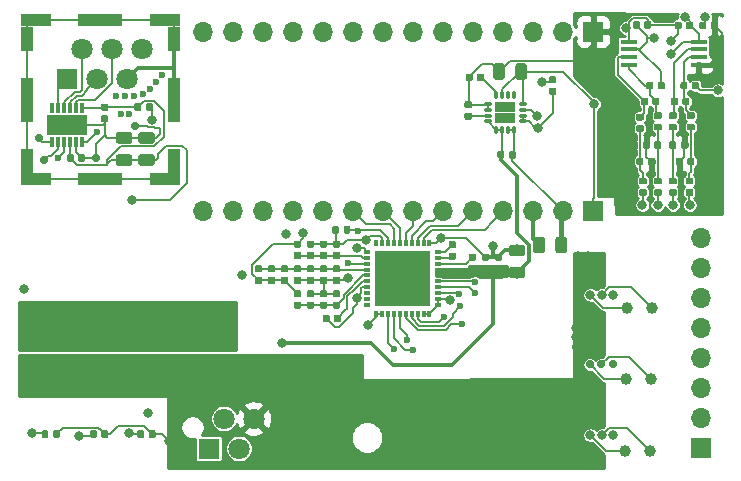
<source format=gbr>
G04 #@! TF.GenerationSoftware,KiCad,Pcbnew,5.1.3-ffb9f22~84~ubuntu18.04.1*
G04 #@! TF.CreationDate,2019-10-12T08:12:31-07:00*
G04 #@! TF.ProjectId,board,626f6172-642e-46b6-9963-61645f706362,rev?*
G04 #@! TF.SameCoordinates,Original*
G04 #@! TF.FileFunction,Copper,L4,Bot*
G04 #@! TF.FilePolarity,Positive*
%FSLAX46Y46*%
G04 Gerber Fmt 4.6, Leading zero omitted, Abs format (unit mm)*
G04 Created by KiCad (PCBNEW 5.1.3-ffb9f22~84~ubuntu18.04.1) date 2019-10-12 08:12:31*
%MOMM*%
%LPD*%
G04 APERTURE LIST*
%ADD10C,0.100000*%
%ADD11C,0.975000*%
%ADD12R,1.150000X1.150000*%
%ADD13R,0.300000X0.500000*%
%ADD14R,0.500000X0.300000*%
%ADD15R,1.450000X0.450000*%
%ADD16O,1.700000X1.700000*%
%ADD17R,1.700000X1.700000*%
%ADD18R,0.304800X0.812800*%
%ADD19R,3.403600X1.803400*%
%ADD20C,0.590000*%
%ADD21O,0.750000X0.300000*%
%ADD22O,0.300000X0.750000*%
%ADD23R,0.900000X0.900000*%
%ADD24C,0.875000*%
%ADD25R,3.500000X2.000000*%
%ADD26R,6.000000X2.000000*%
%ADD27C,1.800000*%
%ADD28R,1.800000X1.800000*%
%ADD29C,1.000000*%
%ADD30R,1.000000X1.000000*%
%ADD31R,1.650000X1.000000*%
%ADD32R,3.800000X1.000000*%
%ADD33R,1.000000X2.130000*%
%ADD34R,1.000000X3.800000*%
%ADD35C,0.800000*%
%ADD36C,0.600000*%
%ADD37C,0.700000*%
%ADD38C,0.152400*%
%ADD39C,0.177800*%
%ADD40C,0.300000*%
%ADD41C,0.254000*%
G04 APERTURE END LIST*
D10*
G36*
X104493142Y-110336174D02*
G01*
X104516803Y-110339684D01*
X104540007Y-110345496D01*
X104562529Y-110353554D01*
X104584153Y-110363782D01*
X104604670Y-110376079D01*
X104623883Y-110390329D01*
X104641607Y-110406393D01*
X104657671Y-110424117D01*
X104671921Y-110443330D01*
X104684218Y-110463847D01*
X104694446Y-110485471D01*
X104702504Y-110507993D01*
X104708316Y-110531197D01*
X104711826Y-110554858D01*
X104713000Y-110578750D01*
X104713000Y-111066250D01*
X104711826Y-111090142D01*
X104708316Y-111113803D01*
X104702504Y-111137007D01*
X104694446Y-111159529D01*
X104684218Y-111181153D01*
X104671921Y-111201670D01*
X104657671Y-111220883D01*
X104641607Y-111238607D01*
X104623883Y-111254671D01*
X104604670Y-111268921D01*
X104584153Y-111281218D01*
X104562529Y-111291446D01*
X104540007Y-111299504D01*
X104516803Y-111305316D01*
X104493142Y-111308826D01*
X104469250Y-111310000D01*
X103556750Y-111310000D01*
X103532858Y-111308826D01*
X103509197Y-111305316D01*
X103485993Y-111299504D01*
X103463471Y-111291446D01*
X103441847Y-111281218D01*
X103421330Y-111268921D01*
X103402117Y-111254671D01*
X103384393Y-111238607D01*
X103368329Y-111220883D01*
X103354079Y-111201670D01*
X103341782Y-111181153D01*
X103331554Y-111159529D01*
X103323496Y-111137007D01*
X103317684Y-111113803D01*
X103314174Y-111090142D01*
X103313000Y-111066250D01*
X103313000Y-110578750D01*
X103314174Y-110554858D01*
X103317684Y-110531197D01*
X103323496Y-110507993D01*
X103331554Y-110485471D01*
X103341782Y-110463847D01*
X103354079Y-110443330D01*
X103368329Y-110424117D01*
X103384393Y-110406393D01*
X103402117Y-110390329D01*
X103421330Y-110376079D01*
X103441847Y-110363782D01*
X103463471Y-110353554D01*
X103485993Y-110345496D01*
X103509197Y-110339684D01*
X103532858Y-110336174D01*
X103556750Y-110335000D01*
X104469250Y-110335000D01*
X104493142Y-110336174D01*
X104493142Y-110336174D01*
G37*
D11*
X104013000Y-110822500D03*
D10*
G36*
X104493142Y-112211174D02*
G01*
X104516803Y-112214684D01*
X104540007Y-112220496D01*
X104562529Y-112228554D01*
X104584153Y-112238782D01*
X104604670Y-112251079D01*
X104623883Y-112265329D01*
X104641607Y-112281393D01*
X104657671Y-112299117D01*
X104671921Y-112318330D01*
X104684218Y-112338847D01*
X104694446Y-112360471D01*
X104702504Y-112382993D01*
X104708316Y-112406197D01*
X104711826Y-112429858D01*
X104713000Y-112453750D01*
X104713000Y-112941250D01*
X104711826Y-112965142D01*
X104708316Y-112988803D01*
X104702504Y-113012007D01*
X104694446Y-113034529D01*
X104684218Y-113056153D01*
X104671921Y-113076670D01*
X104657671Y-113095883D01*
X104641607Y-113113607D01*
X104623883Y-113129671D01*
X104604670Y-113143921D01*
X104584153Y-113156218D01*
X104562529Y-113166446D01*
X104540007Y-113174504D01*
X104516803Y-113180316D01*
X104493142Y-113183826D01*
X104469250Y-113185000D01*
X103556750Y-113185000D01*
X103532858Y-113183826D01*
X103509197Y-113180316D01*
X103485993Y-113174504D01*
X103463471Y-113166446D01*
X103441847Y-113156218D01*
X103421330Y-113143921D01*
X103402117Y-113129671D01*
X103384393Y-113113607D01*
X103368329Y-113095883D01*
X103354079Y-113076670D01*
X103341782Y-113056153D01*
X103331554Y-113034529D01*
X103323496Y-113012007D01*
X103317684Y-112988803D01*
X103314174Y-112965142D01*
X103313000Y-112941250D01*
X103313000Y-112453750D01*
X103314174Y-112429858D01*
X103317684Y-112406197D01*
X103323496Y-112382993D01*
X103331554Y-112360471D01*
X103341782Y-112338847D01*
X103354079Y-112318330D01*
X103368329Y-112299117D01*
X103384393Y-112281393D01*
X103402117Y-112265329D01*
X103421330Y-112251079D01*
X103441847Y-112238782D01*
X103463471Y-112228554D01*
X103485993Y-112220496D01*
X103509197Y-112214684D01*
X103532858Y-112211174D01*
X103556750Y-112210000D01*
X104469250Y-112210000D01*
X104493142Y-112211174D01*
X104493142Y-112211174D01*
G37*
D11*
X104013000Y-112697500D03*
D10*
G36*
X102588142Y-110336174D02*
G01*
X102611803Y-110339684D01*
X102635007Y-110345496D01*
X102657529Y-110353554D01*
X102679153Y-110363782D01*
X102699670Y-110376079D01*
X102718883Y-110390329D01*
X102736607Y-110406393D01*
X102752671Y-110424117D01*
X102766921Y-110443330D01*
X102779218Y-110463847D01*
X102789446Y-110485471D01*
X102797504Y-110507993D01*
X102803316Y-110531197D01*
X102806826Y-110554858D01*
X102808000Y-110578750D01*
X102808000Y-111066250D01*
X102806826Y-111090142D01*
X102803316Y-111113803D01*
X102797504Y-111137007D01*
X102789446Y-111159529D01*
X102779218Y-111181153D01*
X102766921Y-111201670D01*
X102752671Y-111220883D01*
X102736607Y-111238607D01*
X102718883Y-111254671D01*
X102699670Y-111268921D01*
X102679153Y-111281218D01*
X102657529Y-111291446D01*
X102635007Y-111299504D01*
X102611803Y-111305316D01*
X102588142Y-111308826D01*
X102564250Y-111310000D01*
X101651750Y-111310000D01*
X101627858Y-111308826D01*
X101604197Y-111305316D01*
X101580993Y-111299504D01*
X101558471Y-111291446D01*
X101536847Y-111281218D01*
X101516330Y-111268921D01*
X101497117Y-111254671D01*
X101479393Y-111238607D01*
X101463329Y-111220883D01*
X101449079Y-111201670D01*
X101436782Y-111181153D01*
X101426554Y-111159529D01*
X101418496Y-111137007D01*
X101412684Y-111113803D01*
X101409174Y-111090142D01*
X101408000Y-111066250D01*
X101408000Y-110578750D01*
X101409174Y-110554858D01*
X101412684Y-110531197D01*
X101418496Y-110507993D01*
X101426554Y-110485471D01*
X101436782Y-110463847D01*
X101449079Y-110443330D01*
X101463329Y-110424117D01*
X101479393Y-110406393D01*
X101497117Y-110390329D01*
X101516330Y-110376079D01*
X101536847Y-110363782D01*
X101558471Y-110353554D01*
X101580993Y-110345496D01*
X101604197Y-110339684D01*
X101627858Y-110336174D01*
X101651750Y-110335000D01*
X102564250Y-110335000D01*
X102588142Y-110336174D01*
X102588142Y-110336174D01*
G37*
D11*
X102108000Y-110822500D03*
D10*
G36*
X102588142Y-112211174D02*
G01*
X102611803Y-112214684D01*
X102635007Y-112220496D01*
X102657529Y-112228554D01*
X102679153Y-112238782D01*
X102699670Y-112251079D01*
X102718883Y-112265329D01*
X102736607Y-112281393D01*
X102752671Y-112299117D01*
X102766921Y-112318330D01*
X102779218Y-112338847D01*
X102789446Y-112360471D01*
X102797504Y-112382993D01*
X102803316Y-112406197D01*
X102806826Y-112429858D01*
X102808000Y-112453750D01*
X102808000Y-112941250D01*
X102806826Y-112965142D01*
X102803316Y-112988803D01*
X102797504Y-113012007D01*
X102789446Y-113034529D01*
X102779218Y-113056153D01*
X102766921Y-113076670D01*
X102752671Y-113095883D01*
X102736607Y-113113607D01*
X102718883Y-113129671D01*
X102699670Y-113143921D01*
X102679153Y-113156218D01*
X102657529Y-113166446D01*
X102635007Y-113174504D01*
X102611803Y-113180316D01*
X102588142Y-113183826D01*
X102564250Y-113185000D01*
X101651750Y-113185000D01*
X101627858Y-113183826D01*
X101604197Y-113180316D01*
X101580993Y-113174504D01*
X101558471Y-113166446D01*
X101536847Y-113156218D01*
X101516330Y-113143921D01*
X101497117Y-113129671D01*
X101479393Y-113113607D01*
X101463329Y-113095883D01*
X101449079Y-113076670D01*
X101436782Y-113056153D01*
X101426554Y-113034529D01*
X101418496Y-113012007D01*
X101412684Y-112988803D01*
X101409174Y-112965142D01*
X101408000Y-112941250D01*
X101408000Y-112453750D01*
X101409174Y-112429858D01*
X101412684Y-112406197D01*
X101418496Y-112382993D01*
X101426554Y-112360471D01*
X101436782Y-112338847D01*
X101449079Y-112318330D01*
X101463329Y-112299117D01*
X101479393Y-112281393D01*
X101497117Y-112265329D01*
X101516330Y-112251079D01*
X101536847Y-112238782D01*
X101558471Y-112228554D01*
X101580993Y-112220496D01*
X101604197Y-112214684D01*
X101627858Y-112211174D01*
X101651750Y-112210000D01*
X102564250Y-112210000D01*
X102588142Y-112211174D01*
X102588142Y-112211174D01*
G37*
D11*
X102108000Y-112697500D03*
D10*
G36*
X135862142Y-119861174D02*
G01*
X135885803Y-119864684D01*
X135909007Y-119870496D01*
X135931529Y-119878554D01*
X135953153Y-119888782D01*
X135973670Y-119901079D01*
X135992883Y-119915329D01*
X136010607Y-119931393D01*
X136026671Y-119949117D01*
X136040921Y-119968330D01*
X136053218Y-119988847D01*
X136063446Y-120010471D01*
X136071504Y-120032993D01*
X136077316Y-120056197D01*
X136080826Y-120079858D01*
X136082000Y-120103750D01*
X136082000Y-120591250D01*
X136080826Y-120615142D01*
X136077316Y-120638803D01*
X136071504Y-120662007D01*
X136063446Y-120684529D01*
X136053218Y-120706153D01*
X136040921Y-120726670D01*
X136026671Y-120745883D01*
X136010607Y-120763607D01*
X135992883Y-120779671D01*
X135973670Y-120793921D01*
X135953153Y-120806218D01*
X135931529Y-120816446D01*
X135909007Y-120824504D01*
X135885803Y-120830316D01*
X135862142Y-120833826D01*
X135838250Y-120835000D01*
X134925750Y-120835000D01*
X134901858Y-120833826D01*
X134878197Y-120830316D01*
X134854993Y-120824504D01*
X134832471Y-120816446D01*
X134810847Y-120806218D01*
X134790330Y-120793921D01*
X134771117Y-120779671D01*
X134753393Y-120763607D01*
X134737329Y-120745883D01*
X134723079Y-120726670D01*
X134710782Y-120706153D01*
X134700554Y-120684529D01*
X134692496Y-120662007D01*
X134686684Y-120638803D01*
X134683174Y-120615142D01*
X134682000Y-120591250D01*
X134682000Y-120103750D01*
X134683174Y-120079858D01*
X134686684Y-120056197D01*
X134692496Y-120032993D01*
X134700554Y-120010471D01*
X134710782Y-119988847D01*
X134723079Y-119968330D01*
X134737329Y-119949117D01*
X134753393Y-119931393D01*
X134771117Y-119915329D01*
X134790330Y-119901079D01*
X134810847Y-119888782D01*
X134832471Y-119878554D01*
X134854993Y-119870496D01*
X134878197Y-119864684D01*
X134901858Y-119861174D01*
X134925750Y-119860000D01*
X135838250Y-119860000D01*
X135862142Y-119861174D01*
X135862142Y-119861174D01*
G37*
D11*
X135382000Y-120347500D03*
D10*
G36*
X135862142Y-121736174D02*
G01*
X135885803Y-121739684D01*
X135909007Y-121745496D01*
X135931529Y-121753554D01*
X135953153Y-121763782D01*
X135973670Y-121776079D01*
X135992883Y-121790329D01*
X136010607Y-121806393D01*
X136026671Y-121824117D01*
X136040921Y-121843330D01*
X136053218Y-121863847D01*
X136063446Y-121885471D01*
X136071504Y-121907993D01*
X136077316Y-121931197D01*
X136080826Y-121954858D01*
X136082000Y-121978750D01*
X136082000Y-122466250D01*
X136080826Y-122490142D01*
X136077316Y-122513803D01*
X136071504Y-122537007D01*
X136063446Y-122559529D01*
X136053218Y-122581153D01*
X136040921Y-122601670D01*
X136026671Y-122620883D01*
X136010607Y-122638607D01*
X135992883Y-122654671D01*
X135973670Y-122668921D01*
X135953153Y-122681218D01*
X135931529Y-122691446D01*
X135909007Y-122699504D01*
X135885803Y-122705316D01*
X135862142Y-122708826D01*
X135838250Y-122710000D01*
X134925750Y-122710000D01*
X134901858Y-122708826D01*
X134878197Y-122705316D01*
X134854993Y-122699504D01*
X134832471Y-122691446D01*
X134810847Y-122681218D01*
X134790330Y-122668921D01*
X134771117Y-122654671D01*
X134753393Y-122638607D01*
X134737329Y-122620883D01*
X134723079Y-122601670D01*
X134710782Y-122581153D01*
X134700554Y-122559529D01*
X134692496Y-122537007D01*
X134686684Y-122513803D01*
X134683174Y-122490142D01*
X134682000Y-122466250D01*
X134682000Y-121978750D01*
X134683174Y-121954858D01*
X134686684Y-121931197D01*
X134692496Y-121907993D01*
X134700554Y-121885471D01*
X134710782Y-121863847D01*
X134723079Y-121843330D01*
X134737329Y-121824117D01*
X134753393Y-121806393D01*
X134771117Y-121790329D01*
X134790330Y-121776079D01*
X134810847Y-121763782D01*
X134832471Y-121753554D01*
X134854993Y-121745496D01*
X134878197Y-121739684D01*
X134901858Y-121736174D01*
X134925750Y-121735000D01*
X135838250Y-121735000D01*
X135862142Y-121736174D01*
X135862142Y-121736174D01*
G37*
D11*
X135382000Y-122222500D03*
D12*
X127439000Y-120996000D03*
X127439000Y-122146000D03*
X127439000Y-123296000D03*
X127439000Y-124446000D03*
X126289000Y-120996000D03*
X126289000Y-122146000D03*
X126289000Y-123296000D03*
X126289000Y-124446000D03*
X125139000Y-120996000D03*
X125139000Y-122146000D03*
X125139000Y-123296000D03*
X125139000Y-124446000D03*
X123989000Y-120996000D03*
X123989000Y-122146000D03*
X123989000Y-123296000D03*
X123989000Y-124446000D03*
D13*
X127964000Y-119721000D03*
X127464000Y-119721000D03*
X126964000Y-119721000D03*
X126464000Y-119721000D03*
X125964000Y-119721000D03*
X125464000Y-119721000D03*
X124964000Y-119721000D03*
X124464000Y-119721000D03*
X123964000Y-119721000D03*
X123464000Y-119721000D03*
D14*
X122714000Y-120471000D03*
X122714000Y-120971000D03*
X122714000Y-121471000D03*
X122714000Y-121971000D03*
X122714000Y-122471000D03*
X122714000Y-122971000D03*
X122714000Y-123471000D03*
X122714000Y-123971000D03*
X122714000Y-124471000D03*
X122714000Y-124971000D03*
D13*
X123464000Y-125721000D03*
X123964000Y-125721000D03*
X124464000Y-125721000D03*
X124964000Y-125721000D03*
X125464000Y-125721000D03*
X125964000Y-125721000D03*
X126464000Y-125721000D03*
X126964000Y-125721000D03*
X127464000Y-125721000D03*
X127964000Y-125721000D03*
D14*
X128714000Y-124971000D03*
X128714000Y-124471000D03*
X128714000Y-123971000D03*
X128714000Y-123471000D03*
X128714000Y-122971000D03*
X128714000Y-122471000D03*
X128714000Y-121971000D03*
X128714000Y-121471000D03*
X128714000Y-120971000D03*
X128714000Y-120471000D03*
D10*
G36*
X139381142Y-119189174D02*
G01*
X139404803Y-119192684D01*
X139428007Y-119198496D01*
X139450529Y-119206554D01*
X139472153Y-119216782D01*
X139492670Y-119229079D01*
X139511883Y-119243329D01*
X139529607Y-119259393D01*
X139545671Y-119277117D01*
X139559921Y-119296330D01*
X139572218Y-119316847D01*
X139582446Y-119338471D01*
X139590504Y-119360993D01*
X139596316Y-119384197D01*
X139599826Y-119407858D01*
X139601000Y-119431750D01*
X139601000Y-120344250D01*
X139599826Y-120368142D01*
X139596316Y-120391803D01*
X139590504Y-120415007D01*
X139582446Y-120437529D01*
X139572218Y-120459153D01*
X139559921Y-120479670D01*
X139545671Y-120498883D01*
X139529607Y-120516607D01*
X139511883Y-120532671D01*
X139492670Y-120546921D01*
X139472153Y-120559218D01*
X139450529Y-120569446D01*
X139428007Y-120577504D01*
X139404803Y-120583316D01*
X139381142Y-120586826D01*
X139357250Y-120588000D01*
X138869750Y-120588000D01*
X138845858Y-120586826D01*
X138822197Y-120583316D01*
X138798993Y-120577504D01*
X138776471Y-120569446D01*
X138754847Y-120559218D01*
X138734330Y-120546921D01*
X138715117Y-120532671D01*
X138697393Y-120516607D01*
X138681329Y-120498883D01*
X138667079Y-120479670D01*
X138654782Y-120459153D01*
X138644554Y-120437529D01*
X138636496Y-120415007D01*
X138630684Y-120391803D01*
X138627174Y-120368142D01*
X138626000Y-120344250D01*
X138626000Y-119431750D01*
X138627174Y-119407858D01*
X138630684Y-119384197D01*
X138636496Y-119360993D01*
X138644554Y-119338471D01*
X138654782Y-119316847D01*
X138667079Y-119296330D01*
X138681329Y-119277117D01*
X138697393Y-119259393D01*
X138715117Y-119243329D01*
X138734330Y-119229079D01*
X138754847Y-119216782D01*
X138776471Y-119206554D01*
X138798993Y-119198496D01*
X138822197Y-119192684D01*
X138845858Y-119189174D01*
X138869750Y-119188000D01*
X139357250Y-119188000D01*
X139381142Y-119189174D01*
X139381142Y-119189174D01*
G37*
D11*
X139113500Y-119888000D03*
D10*
G36*
X137506142Y-119189174D02*
G01*
X137529803Y-119192684D01*
X137553007Y-119198496D01*
X137575529Y-119206554D01*
X137597153Y-119216782D01*
X137617670Y-119229079D01*
X137636883Y-119243329D01*
X137654607Y-119259393D01*
X137670671Y-119277117D01*
X137684921Y-119296330D01*
X137697218Y-119316847D01*
X137707446Y-119338471D01*
X137715504Y-119360993D01*
X137721316Y-119384197D01*
X137724826Y-119407858D01*
X137726000Y-119431750D01*
X137726000Y-120344250D01*
X137724826Y-120368142D01*
X137721316Y-120391803D01*
X137715504Y-120415007D01*
X137707446Y-120437529D01*
X137697218Y-120459153D01*
X137684921Y-120479670D01*
X137670671Y-120498883D01*
X137654607Y-120516607D01*
X137636883Y-120532671D01*
X137617670Y-120546921D01*
X137597153Y-120559218D01*
X137575529Y-120569446D01*
X137553007Y-120577504D01*
X137529803Y-120583316D01*
X137506142Y-120586826D01*
X137482250Y-120588000D01*
X136994750Y-120588000D01*
X136970858Y-120586826D01*
X136947197Y-120583316D01*
X136923993Y-120577504D01*
X136901471Y-120569446D01*
X136879847Y-120559218D01*
X136859330Y-120546921D01*
X136840117Y-120532671D01*
X136822393Y-120516607D01*
X136806329Y-120498883D01*
X136792079Y-120479670D01*
X136779782Y-120459153D01*
X136769554Y-120437529D01*
X136761496Y-120415007D01*
X136755684Y-120391803D01*
X136752174Y-120368142D01*
X136751000Y-120344250D01*
X136751000Y-119431750D01*
X136752174Y-119407858D01*
X136755684Y-119384197D01*
X136761496Y-119360993D01*
X136769554Y-119338471D01*
X136779782Y-119316847D01*
X136792079Y-119296330D01*
X136806329Y-119277117D01*
X136822393Y-119259393D01*
X136840117Y-119243329D01*
X136859330Y-119229079D01*
X136879847Y-119216782D01*
X136901471Y-119206554D01*
X136923993Y-119198496D01*
X136947197Y-119192684D01*
X136970858Y-119189174D01*
X136994750Y-119188000D01*
X137482250Y-119188000D01*
X137506142Y-119189174D01*
X137506142Y-119189174D01*
G37*
D11*
X137238500Y-119888000D03*
D15*
X150746200Y-102683800D03*
X150746200Y-103333800D03*
X150746200Y-103983800D03*
X150746200Y-104633800D03*
X144846200Y-104633800D03*
X144846200Y-103983800D03*
X144846200Y-103333800D03*
X144846200Y-102683800D03*
D16*
X108798000Y-101836000D03*
X111338000Y-101836000D03*
X113878000Y-101836000D03*
X116418000Y-101836000D03*
X118958000Y-101836000D03*
X121498000Y-101836000D03*
X124038000Y-101836000D03*
X126578000Y-101836000D03*
X129118000Y-101836000D03*
X131658000Y-101836000D03*
X134198000Y-101836000D03*
X136738000Y-101836000D03*
X139278000Y-101836000D03*
D17*
X141818000Y-101836000D03*
D18*
X98532000Y-111175800D03*
X98032000Y-111175800D03*
X97532000Y-111175800D03*
X97032000Y-111175800D03*
X96532000Y-111175800D03*
X96032000Y-111175800D03*
X96032000Y-108280200D03*
X96532000Y-108280200D03*
X97032000Y-108280200D03*
X97532000Y-108280200D03*
X98032000Y-108280200D03*
X98532000Y-108280200D03*
D19*
X97282000Y-109728000D03*
D10*
G36*
X119186958Y-119520710D02*
G01*
X119201276Y-119522834D01*
X119215317Y-119526351D01*
X119228946Y-119531228D01*
X119242031Y-119537417D01*
X119254447Y-119544858D01*
X119266073Y-119553481D01*
X119276798Y-119563202D01*
X119286519Y-119573927D01*
X119295142Y-119585553D01*
X119302583Y-119597969D01*
X119308772Y-119611054D01*
X119313649Y-119624683D01*
X119317166Y-119638724D01*
X119319290Y-119653042D01*
X119320000Y-119667500D01*
X119320000Y-119962500D01*
X119319290Y-119976958D01*
X119317166Y-119991276D01*
X119313649Y-120005317D01*
X119308772Y-120018946D01*
X119302583Y-120032031D01*
X119295142Y-120044447D01*
X119286519Y-120056073D01*
X119276798Y-120066798D01*
X119266073Y-120076519D01*
X119254447Y-120085142D01*
X119242031Y-120092583D01*
X119228946Y-120098772D01*
X119215317Y-120103649D01*
X119201276Y-120107166D01*
X119186958Y-120109290D01*
X119172500Y-120110000D01*
X118827500Y-120110000D01*
X118813042Y-120109290D01*
X118798724Y-120107166D01*
X118784683Y-120103649D01*
X118771054Y-120098772D01*
X118757969Y-120092583D01*
X118745553Y-120085142D01*
X118733927Y-120076519D01*
X118723202Y-120066798D01*
X118713481Y-120056073D01*
X118704858Y-120044447D01*
X118697417Y-120032031D01*
X118691228Y-120018946D01*
X118686351Y-120005317D01*
X118682834Y-119991276D01*
X118680710Y-119976958D01*
X118680000Y-119962500D01*
X118680000Y-119667500D01*
X118680710Y-119653042D01*
X118682834Y-119638724D01*
X118686351Y-119624683D01*
X118691228Y-119611054D01*
X118697417Y-119597969D01*
X118704858Y-119585553D01*
X118713481Y-119573927D01*
X118723202Y-119563202D01*
X118733927Y-119553481D01*
X118745553Y-119544858D01*
X118757969Y-119537417D01*
X118771054Y-119531228D01*
X118784683Y-119526351D01*
X118798724Y-119522834D01*
X118813042Y-119520710D01*
X118827500Y-119520000D01*
X119172500Y-119520000D01*
X119186958Y-119520710D01*
X119186958Y-119520710D01*
G37*
D20*
X119000000Y-119815000D03*
D10*
G36*
X119186958Y-120490710D02*
G01*
X119201276Y-120492834D01*
X119215317Y-120496351D01*
X119228946Y-120501228D01*
X119242031Y-120507417D01*
X119254447Y-120514858D01*
X119266073Y-120523481D01*
X119276798Y-120533202D01*
X119286519Y-120543927D01*
X119295142Y-120555553D01*
X119302583Y-120567969D01*
X119308772Y-120581054D01*
X119313649Y-120594683D01*
X119317166Y-120608724D01*
X119319290Y-120623042D01*
X119320000Y-120637500D01*
X119320000Y-120932500D01*
X119319290Y-120946958D01*
X119317166Y-120961276D01*
X119313649Y-120975317D01*
X119308772Y-120988946D01*
X119302583Y-121002031D01*
X119295142Y-121014447D01*
X119286519Y-121026073D01*
X119276798Y-121036798D01*
X119266073Y-121046519D01*
X119254447Y-121055142D01*
X119242031Y-121062583D01*
X119228946Y-121068772D01*
X119215317Y-121073649D01*
X119201276Y-121077166D01*
X119186958Y-121079290D01*
X119172500Y-121080000D01*
X118827500Y-121080000D01*
X118813042Y-121079290D01*
X118798724Y-121077166D01*
X118784683Y-121073649D01*
X118771054Y-121068772D01*
X118757969Y-121062583D01*
X118745553Y-121055142D01*
X118733927Y-121046519D01*
X118723202Y-121036798D01*
X118713481Y-121026073D01*
X118704858Y-121014447D01*
X118697417Y-121002031D01*
X118691228Y-120988946D01*
X118686351Y-120975317D01*
X118682834Y-120961276D01*
X118680710Y-120946958D01*
X118680000Y-120932500D01*
X118680000Y-120637500D01*
X118680710Y-120623042D01*
X118682834Y-120608724D01*
X118686351Y-120594683D01*
X118691228Y-120581054D01*
X118697417Y-120567969D01*
X118704858Y-120555553D01*
X118713481Y-120543927D01*
X118723202Y-120533202D01*
X118733927Y-120523481D01*
X118745553Y-120514858D01*
X118757969Y-120507417D01*
X118771054Y-120501228D01*
X118784683Y-120496351D01*
X118798724Y-120492834D01*
X118813042Y-120490710D01*
X118827500Y-120490000D01*
X119172500Y-120490000D01*
X119186958Y-120490710D01*
X119186958Y-120490710D01*
G37*
D20*
X119000000Y-120785000D03*
D10*
G36*
X118086958Y-120490710D02*
G01*
X118101276Y-120492834D01*
X118115317Y-120496351D01*
X118128946Y-120501228D01*
X118142031Y-120507417D01*
X118154447Y-120514858D01*
X118166073Y-120523481D01*
X118176798Y-120533202D01*
X118186519Y-120543927D01*
X118195142Y-120555553D01*
X118202583Y-120567969D01*
X118208772Y-120581054D01*
X118213649Y-120594683D01*
X118217166Y-120608724D01*
X118219290Y-120623042D01*
X118220000Y-120637500D01*
X118220000Y-120932500D01*
X118219290Y-120946958D01*
X118217166Y-120961276D01*
X118213649Y-120975317D01*
X118208772Y-120988946D01*
X118202583Y-121002031D01*
X118195142Y-121014447D01*
X118186519Y-121026073D01*
X118176798Y-121036798D01*
X118166073Y-121046519D01*
X118154447Y-121055142D01*
X118142031Y-121062583D01*
X118128946Y-121068772D01*
X118115317Y-121073649D01*
X118101276Y-121077166D01*
X118086958Y-121079290D01*
X118072500Y-121080000D01*
X117727500Y-121080000D01*
X117713042Y-121079290D01*
X117698724Y-121077166D01*
X117684683Y-121073649D01*
X117671054Y-121068772D01*
X117657969Y-121062583D01*
X117645553Y-121055142D01*
X117633927Y-121046519D01*
X117623202Y-121036798D01*
X117613481Y-121026073D01*
X117604858Y-121014447D01*
X117597417Y-121002031D01*
X117591228Y-120988946D01*
X117586351Y-120975317D01*
X117582834Y-120961276D01*
X117580710Y-120946958D01*
X117580000Y-120932500D01*
X117580000Y-120637500D01*
X117580710Y-120623042D01*
X117582834Y-120608724D01*
X117586351Y-120594683D01*
X117591228Y-120581054D01*
X117597417Y-120567969D01*
X117604858Y-120555553D01*
X117613481Y-120543927D01*
X117623202Y-120533202D01*
X117633927Y-120523481D01*
X117645553Y-120514858D01*
X117657969Y-120507417D01*
X117671054Y-120501228D01*
X117684683Y-120496351D01*
X117698724Y-120492834D01*
X117713042Y-120490710D01*
X117727500Y-120490000D01*
X118072500Y-120490000D01*
X118086958Y-120490710D01*
X118086958Y-120490710D01*
G37*
D20*
X117900000Y-120785000D03*
D10*
G36*
X118086958Y-119520710D02*
G01*
X118101276Y-119522834D01*
X118115317Y-119526351D01*
X118128946Y-119531228D01*
X118142031Y-119537417D01*
X118154447Y-119544858D01*
X118166073Y-119553481D01*
X118176798Y-119563202D01*
X118186519Y-119573927D01*
X118195142Y-119585553D01*
X118202583Y-119597969D01*
X118208772Y-119611054D01*
X118213649Y-119624683D01*
X118217166Y-119638724D01*
X118219290Y-119653042D01*
X118220000Y-119667500D01*
X118220000Y-119962500D01*
X118219290Y-119976958D01*
X118217166Y-119991276D01*
X118213649Y-120005317D01*
X118208772Y-120018946D01*
X118202583Y-120032031D01*
X118195142Y-120044447D01*
X118186519Y-120056073D01*
X118176798Y-120066798D01*
X118166073Y-120076519D01*
X118154447Y-120085142D01*
X118142031Y-120092583D01*
X118128946Y-120098772D01*
X118115317Y-120103649D01*
X118101276Y-120107166D01*
X118086958Y-120109290D01*
X118072500Y-120110000D01*
X117727500Y-120110000D01*
X117713042Y-120109290D01*
X117698724Y-120107166D01*
X117684683Y-120103649D01*
X117671054Y-120098772D01*
X117657969Y-120092583D01*
X117645553Y-120085142D01*
X117633927Y-120076519D01*
X117623202Y-120066798D01*
X117613481Y-120056073D01*
X117604858Y-120044447D01*
X117597417Y-120032031D01*
X117591228Y-120018946D01*
X117586351Y-120005317D01*
X117582834Y-119991276D01*
X117580710Y-119976958D01*
X117580000Y-119962500D01*
X117580000Y-119667500D01*
X117580710Y-119653042D01*
X117582834Y-119638724D01*
X117586351Y-119624683D01*
X117591228Y-119611054D01*
X117597417Y-119597969D01*
X117604858Y-119585553D01*
X117613481Y-119573927D01*
X117623202Y-119563202D01*
X117633927Y-119553481D01*
X117645553Y-119544858D01*
X117657969Y-119537417D01*
X117671054Y-119531228D01*
X117684683Y-119526351D01*
X117698724Y-119522834D01*
X117713042Y-119520710D01*
X117727500Y-119520000D01*
X118072500Y-119520000D01*
X118086958Y-119520710D01*
X118086958Y-119520710D01*
G37*
D20*
X117900000Y-119815000D03*
D10*
G36*
X119186958Y-124690710D02*
G01*
X119201276Y-124692834D01*
X119215317Y-124696351D01*
X119228946Y-124701228D01*
X119242031Y-124707417D01*
X119254447Y-124714858D01*
X119266073Y-124723481D01*
X119276798Y-124733202D01*
X119286519Y-124743927D01*
X119295142Y-124755553D01*
X119302583Y-124767969D01*
X119308772Y-124781054D01*
X119313649Y-124794683D01*
X119317166Y-124808724D01*
X119319290Y-124823042D01*
X119320000Y-124837500D01*
X119320000Y-125132500D01*
X119319290Y-125146958D01*
X119317166Y-125161276D01*
X119313649Y-125175317D01*
X119308772Y-125188946D01*
X119302583Y-125202031D01*
X119295142Y-125214447D01*
X119286519Y-125226073D01*
X119276798Y-125236798D01*
X119266073Y-125246519D01*
X119254447Y-125255142D01*
X119242031Y-125262583D01*
X119228946Y-125268772D01*
X119215317Y-125273649D01*
X119201276Y-125277166D01*
X119186958Y-125279290D01*
X119172500Y-125280000D01*
X118827500Y-125280000D01*
X118813042Y-125279290D01*
X118798724Y-125277166D01*
X118784683Y-125273649D01*
X118771054Y-125268772D01*
X118757969Y-125262583D01*
X118745553Y-125255142D01*
X118733927Y-125246519D01*
X118723202Y-125236798D01*
X118713481Y-125226073D01*
X118704858Y-125214447D01*
X118697417Y-125202031D01*
X118691228Y-125188946D01*
X118686351Y-125175317D01*
X118682834Y-125161276D01*
X118680710Y-125146958D01*
X118680000Y-125132500D01*
X118680000Y-124837500D01*
X118680710Y-124823042D01*
X118682834Y-124808724D01*
X118686351Y-124794683D01*
X118691228Y-124781054D01*
X118697417Y-124767969D01*
X118704858Y-124755553D01*
X118713481Y-124743927D01*
X118723202Y-124733202D01*
X118733927Y-124723481D01*
X118745553Y-124714858D01*
X118757969Y-124707417D01*
X118771054Y-124701228D01*
X118784683Y-124696351D01*
X118798724Y-124692834D01*
X118813042Y-124690710D01*
X118827500Y-124690000D01*
X119172500Y-124690000D01*
X119186958Y-124690710D01*
X119186958Y-124690710D01*
G37*
D20*
X119000000Y-124985000D03*
D10*
G36*
X119186958Y-123720710D02*
G01*
X119201276Y-123722834D01*
X119215317Y-123726351D01*
X119228946Y-123731228D01*
X119242031Y-123737417D01*
X119254447Y-123744858D01*
X119266073Y-123753481D01*
X119276798Y-123763202D01*
X119286519Y-123773927D01*
X119295142Y-123785553D01*
X119302583Y-123797969D01*
X119308772Y-123811054D01*
X119313649Y-123824683D01*
X119317166Y-123838724D01*
X119319290Y-123853042D01*
X119320000Y-123867500D01*
X119320000Y-124162500D01*
X119319290Y-124176958D01*
X119317166Y-124191276D01*
X119313649Y-124205317D01*
X119308772Y-124218946D01*
X119302583Y-124232031D01*
X119295142Y-124244447D01*
X119286519Y-124256073D01*
X119276798Y-124266798D01*
X119266073Y-124276519D01*
X119254447Y-124285142D01*
X119242031Y-124292583D01*
X119228946Y-124298772D01*
X119215317Y-124303649D01*
X119201276Y-124307166D01*
X119186958Y-124309290D01*
X119172500Y-124310000D01*
X118827500Y-124310000D01*
X118813042Y-124309290D01*
X118798724Y-124307166D01*
X118784683Y-124303649D01*
X118771054Y-124298772D01*
X118757969Y-124292583D01*
X118745553Y-124285142D01*
X118733927Y-124276519D01*
X118723202Y-124266798D01*
X118713481Y-124256073D01*
X118704858Y-124244447D01*
X118697417Y-124232031D01*
X118691228Y-124218946D01*
X118686351Y-124205317D01*
X118682834Y-124191276D01*
X118680710Y-124176958D01*
X118680000Y-124162500D01*
X118680000Y-123867500D01*
X118680710Y-123853042D01*
X118682834Y-123838724D01*
X118686351Y-123824683D01*
X118691228Y-123811054D01*
X118697417Y-123797969D01*
X118704858Y-123785553D01*
X118713481Y-123773927D01*
X118723202Y-123763202D01*
X118733927Y-123753481D01*
X118745553Y-123744858D01*
X118757969Y-123737417D01*
X118771054Y-123731228D01*
X118784683Y-123726351D01*
X118798724Y-123722834D01*
X118813042Y-123720710D01*
X118827500Y-123720000D01*
X119172500Y-123720000D01*
X119186958Y-123720710D01*
X119186958Y-123720710D01*
G37*
D20*
X119000000Y-124015000D03*
D10*
G36*
X103435958Y-107884710D02*
G01*
X103450276Y-107886834D01*
X103464317Y-107890351D01*
X103477946Y-107895228D01*
X103491031Y-107901417D01*
X103503447Y-107908858D01*
X103515073Y-107917481D01*
X103525798Y-107927202D01*
X103535519Y-107937927D01*
X103544142Y-107949553D01*
X103551583Y-107961969D01*
X103557772Y-107975054D01*
X103562649Y-107988683D01*
X103566166Y-108002724D01*
X103568290Y-108017042D01*
X103569000Y-108031500D01*
X103569000Y-108376500D01*
X103568290Y-108390958D01*
X103566166Y-108405276D01*
X103562649Y-108419317D01*
X103557772Y-108432946D01*
X103551583Y-108446031D01*
X103544142Y-108458447D01*
X103535519Y-108470073D01*
X103525798Y-108480798D01*
X103515073Y-108490519D01*
X103503447Y-108499142D01*
X103491031Y-108506583D01*
X103477946Y-108512772D01*
X103464317Y-108517649D01*
X103450276Y-108521166D01*
X103435958Y-108523290D01*
X103421500Y-108524000D01*
X103126500Y-108524000D01*
X103112042Y-108523290D01*
X103097724Y-108521166D01*
X103083683Y-108517649D01*
X103070054Y-108512772D01*
X103056969Y-108506583D01*
X103044553Y-108499142D01*
X103032927Y-108490519D01*
X103022202Y-108480798D01*
X103012481Y-108470073D01*
X103003858Y-108458447D01*
X102996417Y-108446031D01*
X102990228Y-108432946D01*
X102985351Y-108419317D01*
X102981834Y-108405276D01*
X102979710Y-108390958D01*
X102979000Y-108376500D01*
X102979000Y-108031500D01*
X102979710Y-108017042D01*
X102981834Y-108002724D01*
X102985351Y-107988683D01*
X102990228Y-107975054D01*
X102996417Y-107961969D01*
X103003858Y-107949553D01*
X103012481Y-107937927D01*
X103022202Y-107927202D01*
X103032927Y-107917481D01*
X103044553Y-107908858D01*
X103056969Y-107901417D01*
X103070054Y-107895228D01*
X103083683Y-107890351D01*
X103097724Y-107886834D01*
X103112042Y-107884710D01*
X103126500Y-107884000D01*
X103421500Y-107884000D01*
X103435958Y-107884710D01*
X103435958Y-107884710D01*
G37*
D20*
X103274000Y-108204000D03*
D10*
G36*
X104405958Y-107884710D02*
G01*
X104420276Y-107886834D01*
X104434317Y-107890351D01*
X104447946Y-107895228D01*
X104461031Y-107901417D01*
X104473447Y-107908858D01*
X104485073Y-107917481D01*
X104495798Y-107927202D01*
X104505519Y-107937927D01*
X104514142Y-107949553D01*
X104521583Y-107961969D01*
X104527772Y-107975054D01*
X104532649Y-107988683D01*
X104536166Y-108002724D01*
X104538290Y-108017042D01*
X104539000Y-108031500D01*
X104539000Y-108376500D01*
X104538290Y-108390958D01*
X104536166Y-108405276D01*
X104532649Y-108419317D01*
X104527772Y-108432946D01*
X104521583Y-108446031D01*
X104514142Y-108458447D01*
X104505519Y-108470073D01*
X104495798Y-108480798D01*
X104485073Y-108490519D01*
X104473447Y-108499142D01*
X104461031Y-108506583D01*
X104447946Y-108512772D01*
X104434317Y-108517649D01*
X104420276Y-108521166D01*
X104405958Y-108523290D01*
X104391500Y-108524000D01*
X104096500Y-108524000D01*
X104082042Y-108523290D01*
X104067724Y-108521166D01*
X104053683Y-108517649D01*
X104040054Y-108512772D01*
X104026969Y-108506583D01*
X104014553Y-108499142D01*
X104002927Y-108490519D01*
X103992202Y-108480798D01*
X103982481Y-108470073D01*
X103973858Y-108458447D01*
X103966417Y-108446031D01*
X103960228Y-108432946D01*
X103955351Y-108419317D01*
X103951834Y-108405276D01*
X103949710Y-108390958D01*
X103949000Y-108376500D01*
X103949000Y-108031500D01*
X103949710Y-108017042D01*
X103951834Y-108002724D01*
X103955351Y-107988683D01*
X103960228Y-107975054D01*
X103966417Y-107961969D01*
X103973858Y-107949553D01*
X103982481Y-107937927D01*
X103992202Y-107927202D01*
X104002927Y-107917481D01*
X104014553Y-107908858D01*
X104026969Y-107901417D01*
X104040054Y-107895228D01*
X104053683Y-107890351D01*
X104067724Y-107886834D01*
X104082042Y-107884710D01*
X104096500Y-107884000D01*
X104391500Y-107884000D01*
X104405958Y-107884710D01*
X104405958Y-107884710D01*
G37*
D20*
X104244000Y-108204000D03*
D10*
G36*
X98690958Y-112202710D02*
G01*
X98705276Y-112204834D01*
X98719317Y-112208351D01*
X98732946Y-112213228D01*
X98746031Y-112219417D01*
X98758447Y-112226858D01*
X98770073Y-112235481D01*
X98780798Y-112245202D01*
X98790519Y-112255927D01*
X98799142Y-112267553D01*
X98806583Y-112279969D01*
X98812772Y-112293054D01*
X98817649Y-112306683D01*
X98821166Y-112320724D01*
X98823290Y-112335042D01*
X98824000Y-112349500D01*
X98824000Y-112694500D01*
X98823290Y-112708958D01*
X98821166Y-112723276D01*
X98817649Y-112737317D01*
X98812772Y-112750946D01*
X98806583Y-112764031D01*
X98799142Y-112776447D01*
X98790519Y-112788073D01*
X98780798Y-112798798D01*
X98770073Y-112808519D01*
X98758447Y-112817142D01*
X98746031Y-112824583D01*
X98732946Y-112830772D01*
X98719317Y-112835649D01*
X98705276Y-112839166D01*
X98690958Y-112841290D01*
X98676500Y-112842000D01*
X98381500Y-112842000D01*
X98367042Y-112841290D01*
X98352724Y-112839166D01*
X98338683Y-112835649D01*
X98325054Y-112830772D01*
X98311969Y-112824583D01*
X98299553Y-112817142D01*
X98287927Y-112808519D01*
X98277202Y-112798798D01*
X98267481Y-112788073D01*
X98258858Y-112776447D01*
X98251417Y-112764031D01*
X98245228Y-112750946D01*
X98240351Y-112737317D01*
X98236834Y-112723276D01*
X98234710Y-112708958D01*
X98234000Y-112694500D01*
X98234000Y-112349500D01*
X98234710Y-112335042D01*
X98236834Y-112320724D01*
X98240351Y-112306683D01*
X98245228Y-112293054D01*
X98251417Y-112279969D01*
X98258858Y-112267553D01*
X98267481Y-112255927D01*
X98277202Y-112245202D01*
X98287927Y-112235481D01*
X98299553Y-112226858D01*
X98311969Y-112219417D01*
X98325054Y-112213228D01*
X98338683Y-112208351D01*
X98352724Y-112204834D01*
X98367042Y-112202710D01*
X98381500Y-112202000D01*
X98676500Y-112202000D01*
X98690958Y-112202710D01*
X98690958Y-112202710D01*
G37*
D20*
X98529000Y-112522000D03*
D10*
G36*
X97720958Y-112202710D02*
G01*
X97735276Y-112204834D01*
X97749317Y-112208351D01*
X97762946Y-112213228D01*
X97776031Y-112219417D01*
X97788447Y-112226858D01*
X97800073Y-112235481D01*
X97810798Y-112245202D01*
X97820519Y-112255927D01*
X97829142Y-112267553D01*
X97836583Y-112279969D01*
X97842772Y-112293054D01*
X97847649Y-112306683D01*
X97851166Y-112320724D01*
X97853290Y-112335042D01*
X97854000Y-112349500D01*
X97854000Y-112694500D01*
X97853290Y-112708958D01*
X97851166Y-112723276D01*
X97847649Y-112737317D01*
X97842772Y-112750946D01*
X97836583Y-112764031D01*
X97829142Y-112776447D01*
X97820519Y-112788073D01*
X97810798Y-112798798D01*
X97800073Y-112808519D01*
X97788447Y-112817142D01*
X97776031Y-112824583D01*
X97762946Y-112830772D01*
X97749317Y-112835649D01*
X97735276Y-112839166D01*
X97720958Y-112841290D01*
X97706500Y-112842000D01*
X97411500Y-112842000D01*
X97397042Y-112841290D01*
X97382724Y-112839166D01*
X97368683Y-112835649D01*
X97355054Y-112830772D01*
X97341969Y-112824583D01*
X97329553Y-112817142D01*
X97317927Y-112808519D01*
X97307202Y-112798798D01*
X97297481Y-112788073D01*
X97288858Y-112776447D01*
X97281417Y-112764031D01*
X97275228Y-112750946D01*
X97270351Y-112737317D01*
X97266834Y-112723276D01*
X97264710Y-112708958D01*
X97264000Y-112694500D01*
X97264000Y-112349500D01*
X97264710Y-112335042D01*
X97266834Y-112320724D01*
X97270351Y-112306683D01*
X97275228Y-112293054D01*
X97281417Y-112279969D01*
X97288858Y-112267553D01*
X97297481Y-112255927D01*
X97307202Y-112245202D01*
X97317927Y-112235481D01*
X97329553Y-112226858D01*
X97341969Y-112219417D01*
X97355054Y-112213228D01*
X97368683Y-112208351D01*
X97382724Y-112204834D01*
X97397042Y-112202710D01*
X97411500Y-112202000D01*
X97706500Y-112202000D01*
X97720958Y-112202710D01*
X97720958Y-112202710D01*
G37*
D20*
X97559000Y-112522000D03*
D10*
G36*
X116986958Y-123720710D02*
G01*
X117001276Y-123722834D01*
X117015317Y-123726351D01*
X117028946Y-123731228D01*
X117042031Y-123737417D01*
X117054447Y-123744858D01*
X117066073Y-123753481D01*
X117076798Y-123763202D01*
X117086519Y-123773927D01*
X117095142Y-123785553D01*
X117102583Y-123797969D01*
X117108772Y-123811054D01*
X117113649Y-123824683D01*
X117117166Y-123838724D01*
X117119290Y-123853042D01*
X117120000Y-123867500D01*
X117120000Y-124162500D01*
X117119290Y-124176958D01*
X117117166Y-124191276D01*
X117113649Y-124205317D01*
X117108772Y-124218946D01*
X117102583Y-124232031D01*
X117095142Y-124244447D01*
X117086519Y-124256073D01*
X117076798Y-124266798D01*
X117066073Y-124276519D01*
X117054447Y-124285142D01*
X117042031Y-124292583D01*
X117028946Y-124298772D01*
X117015317Y-124303649D01*
X117001276Y-124307166D01*
X116986958Y-124309290D01*
X116972500Y-124310000D01*
X116627500Y-124310000D01*
X116613042Y-124309290D01*
X116598724Y-124307166D01*
X116584683Y-124303649D01*
X116571054Y-124298772D01*
X116557969Y-124292583D01*
X116545553Y-124285142D01*
X116533927Y-124276519D01*
X116523202Y-124266798D01*
X116513481Y-124256073D01*
X116504858Y-124244447D01*
X116497417Y-124232031D01*
X116491228Y-124218946D01*
X116486351Y-124205317D01*
X116482834Y-124191276D01*
X116480710Y-124176958D01*
X116480000Y-124162500D01*
X116480000Y-123867500D01*
X116480710Y-123853042D01*
X116482834Y-123838724D01*
X116486351Y-123824683D01*
X116491228Y-123811054D01*
X116497417Y-123797969D01*
X116504858Y-123785553D01*
X116513481Y-123773927D01*
X116523202Y-123763202D01*
X116533927Y-123753481D01*
X116545553Y-123744858D01*
X116557969Y-123737417D01*
X116571054Y-123731228D01*
X116584683Y-123726351D01*
X116598724Y-123722834D01*
X116613042Y-123720710D01*
X116627500Y-123720000D01*
X116972500Y-123720000D01*
X116986958Y-123720710D01*
X116986958Y-123720710D01*
G37*
D20*
X116800000Y-124015000D03*
D10*
G36*
X116986958Y-124690710D02*
G01*
X117001276Y-124692834D01*
X117015317Y-124696351D01*
X117028946Y-124701228D01*
X117042031Y-124707417D01*
X117054447Y-124714858D01*
X117066073Y-124723481D01*
X117076798Y-124733202D01*
X117086519Y-124743927D01*
X117095142Y-124755553D01*
X117102583Y-124767969D01*
X117108772Y-124781054D01*
X117113649Y-124794683D01*
X117117166Y-124808724D01*
X117119290Y-124823042D01*
X117120000Y-124837500D01*
X117120000Y-125132500D01*
X117119290Y-125146958D01*
X117117166Y-125161276D01*
X117113649Y-125175317D01*
X117108772Y-125188946D01*
X117102583Y-125202031D01*
X117095142Y-125214447D01*
X117086519Y-125226073D01*
X117076798Y-125236798D01*
X117066073Y-125246519D01*
X117054447Y-125255142D01*
X117042031Y-125262583D01*
X117028946Y-125268772D01*
X117015317Y-125273649D01*
X117001276Y-125277166D01*
X116986958Y-125279290D01*
X116972500Y-125280000D01*
X116627500Y-125280000D01*
X116613042Y-125279290D01*
X116598724Y-125277166D01*
X116584683Y-125273649D01*
X116571054Y-125268772D01*
X116557969Y-125262583D01*
X116545553Y-125255142D01*
X116533927Y-125246519D01*
X116523202Y-125236798D01*
X116513481Y-125226073D01*
X116504858Y-125214447D01*
X116497417Y-125202031D01*
X116491228Y-125188946D01*
X116486351Y-125175317D01*
X116482834Y-125161276D01*
X116480710Y-125146958D01*
X116480000Y-125132500D01*
X116480000Y-124837500D01*
X116480710Y-124823042D01*
X116482834Y-124808724D01*
X116486351Y-124794683D01*
X116491228Y-124781054D01*
X116497417Y-124767969D01*
X116504858Y-124755553D01*
X116513481Y-124743927D01*
X116523202Y-124733202D01*
X116533927Y-124723481D01*
X116545553Y-124714858D01*
X116557969Y-124707417D01*
X116571054Y-124701228D01*
X116584683Y-124696351D01*
X116598724Y-124692834D01*
X116613042Y-124690710D01*
X116627500Y-124690000D01*
X116972500Y-124690000D01*
X116986958Y-124690710D01*
X116986958Y-124690710D01*
G37*
D20*
X116800000Y-124985000D03*
D10*
G36*
X120286958Y-120490710D02*
G01*
X120301276Y-120492834D01*
X120315317Y-120496351D01*
X120328946Y-120501228D01*
X120342031Y-120507417D01*
X120354447Y-120514858D01*
X120366073Y-120523481D01*
X120376798Y-120533202D01*
X120386519Y-120543927D01*
X120395142Y-120555553D01*
X120402583Y-120567969D01*
X120408772Y-120581054D01*
X120413649Y-120594683D01*
X120417166Y-120608724D01*
X120419290Y-120623042D01*
X120420000Y-120637500D01*
X120420000Y-120932500D01*
X120419290Y-120946958D01*
X120417166Y-120961276D01*
X120413649Y-120975317D01*
X120408772Y-120988946D01*
X120402583Y-121002031D01*
X120395142Y-121014447D01*
X120386519Y-121026073D01*
X120376798Y-121036798D01*
X120366073Y-121046519D01*
X120354447Y-121055142D01*
X120342031Y-121062583D01*
X120328946Y-121068772D01*
X120315317Y-121073649D01*
X120301276Y-121077166D01*
X120286958Y-121079290D01*
X120272500Y-121080000D01*
X119927500Y-121080000D01*
X119913042Y-121079290D01*
X119898724Y-121077166D01*
X119884683Y-121073649D01*
X119871054Y-121068772D01*
X119857969Y-121062583D01*
X119845553Y-121055142D01*
X119833927Y-121046519D01*
X119823202Y-121036798D01*
X119813481Y-121026073D01*
X119804858Y-121014447D01*
X119797417Y-121002031D01*
X119791228Y-120988946D01*
X119786351Y-120975317D01*
X119782834Y-120961276D01*
X119780710Y-120946958D01*
X119780000Y-120932500D01*
X119780000Y-120637500D01*
X119780710Y-120623042D01*
X119782834Y-120608724D01*
X119786351Y-120594683D01*
X119791228Y-120581054D01*
X119797417Y-120567969D01*
X119804858Y-120555553D01*
X119813481Y-120543927D01*
X119823202Y-120533202D01*
X119833927Y-120523481D01*
X119845553Y-120514858D01*
X119857969Y-120507417D01*
X119871054Y-120501228D01*
X119884683Y-120496351D01*
X119898724Y-120492834D01*
X119913042Y-120490710D01*
X119927500Y-120490000D01*
X120272500Y-120490000D01*
X120286958Y-120490710D01*
X120286958Y-120490710D01*
G37*
D20*
X120100000Y-120785000D03*
D10*
G36*
X120286958Y-119520710D02*
G01*
X120301276Y-119522834D01*
X120315317Y-119526351D01*
X120328946Y-119531228D01*
X120342031Y-119537417D01*
X120354447Y-119544858D01*
X120366073Y-119553481D01*
X120376798Y-119563202D01*
X120386519Y-119573927D01*
X120395142Y-119585553D01*
X120402583Y-119597969D01*
X120408772Y-119611054D01*
X120413649Y-119624683D01*
X120417166Y-119638724D01*
X120419290Y-119653042D01*
X120420000Y-119667500D01*
X120420000Y-119962500D01*
X120419290Y-119976958D01*
X120417166Y-119991276D01*
X120413649Y-120005317D01*
X120408772Y-120018946D01*
X120402583Y-120032031D01*
X120395142Y-120044447D01*
X120386519Y-120056073D01*
X120376798Y-120066798D01*
X120366073Y-120076519D01*
X120354447Y-120085142D01*
X120342031Y-120092583D01*
X120328946Y-120098772D01*
X120315317Y-120103649D01*
X120301276Y-120107166D01*
X120286958Y-120109290D01*
X120272500Y-120110000D01*
X119927500Y-120110000D01*
X119913042Y-120109290D01*
X119898724Y-120107166D01*
X119884683Y-120103649D01*
X119871054Y-120098772D01*
X119857969Y-120092583D01*
X119845553Y-120085142D01*
X119833927Y-120076519D01*
X119823202Y-120066798D01*
X119813481Y-120056073D01*
X119804858Y-120044447D01*
X119797417Y-120032031D01*
X119791228Y-120018946D01*
X119786351Y-120005317D01*
X119782834Y-119991276D01*
X119780710Y-119976958D01*
X119780000Y-119962500D01*
X119780000Y-119667500D01*
X119780710Y-119653042D01*
X119782834Y-119638724D01*
X119786351Y-119624683D01*
X119791228Y-119611054D01*
X119797417Y-119597969D01*
X119804858Y-119585553D01*
X119813481Y-119573927D01*
X119823202Y-119563202D01*
X119833927Y-119553481D01*
X119845553Y-119544858D01*
X119857969Y-119537417D01*
X119871054Y-119531228D01*
X119884683Y-119526351D01*
X119898724Y-119522834D01*
X119913042Y-119520710D01*
X119927500Y-119520000D01*
X120272500Y-119520000D01*
X120286958Y-119520710D01*
X120286958Y-119520710D01*
G37*
D20*
X120100000Y-119815000D03*
D10*
G36*
X120286958Y-123720710D02*
G01*
X120301276Y-123722834D01*
X120315317Y-123726351D01*
X120328946Y-123731228D01*
X120342031Y-123737417D01*
X120354447Y-123744858D01*
X120366073Y-123753481D01*
X120376798Y-123763202D01*
X120386519Y-123773927D01*
X120395142Y-123785553D01*
X120402583Y-123797969D01*
X120408772Y-123811054D01*
X120413649Y-123824683D01*
X120417166Y-123838724D01*
X120419290Y-123853042D01*
X120420000Y-123867500D01*
X120420000Y-124162500D01*
X120419290Y-124176958D01*
X120417166Y-124191276D01*
X120413649Y-124205317D01*
X120408772Y-124218946D01*
X120402583Y-124232031D01*
X120395142Y-124244447D01*
X120386519Y-124256073D01*
X120376798Y-124266798D01*
X120366073Y-124276519D01*
X120354447Y-124285142D01*
X120342031Y-124292583D01*
X120328946Y-124298772D01*
X120315317Y-124303649D01*
X120301276Y-124307166D01*
X120286958Y-124309290D01*
X120272500Y-124310000D01*
X119927500Y-124310000D01*
X119913042Y-124309290D01*
X119898724Y-124307166D01*
X119884683Y-124303649D01*
X119871054Y-124298772D01*
X119857969Y-124292583D01*
X119845553Y-124285142D01*
X119833927Y-124276519D01*
X119823202Y-124266798D01*
X119813481Y-124256073D01*
X119804858Y-124244447D01*
X119797417Y-124232031D01*
X119791228Y-124218946D01*
X119786351Y-124205317D01*
X119782834Y-124191276D01*
X119780710Y-124176958D01*
X119780000Y-124162500D01*
X119780000Y-123867500D01*
X119780710Y-123853042D01*
X119782834Y-123838724D01*
X119786351Y-123824683D01*
X119791228Y-123811054D01*
X119797417Y-123797969D01*
X119804858Y-123785553D01*
X119813481Y-123773927D01*
X119823202Y-123763202D01*
X119833927Y-123753481D01*
X119845553Y-123744858D01*
X119857969Y-123737417D01*
X119871054Y-123731228D01*
X119884683Y-123726351D01*
X119898724Y-123722834D01*
X119913042Y-123720710D01*
X119927500Y-123720000D01*
X120272500Y-123720000D01*
X120286958Y-123720710D01*
X120286958Y-123720710D01*
G37*
D20*
X120100000Y-124015000D03*
D10*
G36*
X120286958Y-124690710D02*
G01*
X120301276Y-124692834D01*
X120315317Y-124696351D01*
X120328946Y-124701228D01*
X120342031Y-124707417D01*
X120354447Y-124714858D01*
X120366073Y-124723481D01*
X120376798Y-124733202D01*
X120386519Y-124743927D01*
X120395142Y-124755553D01*
X120402583Y-124767969D01*
X120408772Y-124781054D01*
X120413649Y-124794683D01*
X120417166Y-124808724D01*
X120419290Y-124823042D01*
X120420000Y-124837500D01*
X120420000Y-125132500D01*
X120419290Y-125146958D01*
X120417166Y-125161276D01*
X120413649Y-125175317D01*
X120408772Y-125188946D01*
X120402583Y-125202031D01*
X120395142Y-125214447D01*
X120386519Y-125226073D01*
X120376798Y-125236798D01*
X120366073Y-125246519D01*
X120354447Y-125255142D01*
X120342031Y-125262583D01*
X120328946Y-125268772D01*
X120315317Y-125273649D01*
X120301276Y-125277166D01*
X120286958Y-125279290D01*
X120272500Y-125280000D01*
X119927500Y-125280000D01*
X119913042Y-125279290D01*
X119898724Y-125277166D01*
X119884683Y-125273649D01*
X119871054Y-125268772D01*
X119857969Y-125262583D01*
X119845553Y-125255142D01*
X119833927Y-125246519D01*
X119823202Y-125236798D01*
X119813481Y-125226073D01*
X119804858Y-125214447D01*
X119797417Y-125202031D01*
X119791228Y-125188946D01*
X119786351Y-125175317D01*
X119782834Y-125161276D01*
X119780710Y-125146958D01*
X119780000Y-125132500D01*
X119780000Y-124837500D01*
X119780710Y-124823042D01*
X119782834Y-124808724D01*
X119786351Y-124794683D01*
X119791228Y-124781054D01*
X119797417Y-124767969D01*
X119804858Y-124755553D01*
X119813481Y-124743927D01*
X119823202Y-124733202D01*
X119833927Y-124723481D01*
X119845553Y-124714858D01*
X119857969Y-124707417D01*
X119871054Y-124701228D01*
X119884683Y-124696351D01*
X119898724Y-124692834D01*
X119913042Y-124690710D01*
X119927500Y-124690000D01*
X120272500Y-124690000D01*
X120286958Y-124690710D01*
X120286958Y-124690710D01*
G37*
D20*
X120100000Y-124985000D03*
D10*
G36*
X100643958Y-108902710D02*
G01*
X100658276Y-108904834D01*
X100672317Y-108908351D01*
X100685946Y-108913228D01*
X100699031Y-108919417D01*
X100711447Y-108926858D01*
X100723073Y-108935481D01*
X100733798Y-108945202D01*
X100743519Y-108955927D01*
X100752142Y-108967553D01*
X100759583Y-108979969D01*
X100765772Y-108993054D01*
X100770649Y-109006683D01*
X100774166Y-109020724D01*
X100776290Y-109035042D01*
X100777000Y-109049500D01*
X100777000Y-109344500D01*
X100776290Y-109358958D01*
X100774166Y-109373276D01*
X100770649Y-109387317D01*
X100765772Y-109400946D01*
X100759583Y-109414031D01*
X100752142Y-109426447D01*
X100743519Y-109438073D01*
X100733798Y-109448798D01*
X100723073Y-109458519D01*
X100711447Y-109467142D01*
X100699031Y-109474583D01*
X100685946Y-109480772D01*
X100672317Y-109485649D01*
X100658276Y-109489166D01*
X100643958Y-109491290D01*
X100629500Y-109492000D01*
X100284500Y-109492000D01*
X100270042Y-109491290D01*
X100255724Y-109489166D01*
X100241683Y-109485649D01*
X100228054Y-109480772D01*
X100214969Y-109474583D01*
X100202553Y-109467142D01*
X100190927Y-109458519D01*
X100180202Y-109448798D01*
X100170481Y-109438073D01*
X100161858Y-109426447D01*
X100154417Y-109414031D01*
X100148228Y-109400946D01*
X100143351Y-109387317D01*
X100139834Y-109373276D01*
X100137710Y-109358958D01*
X100137000Y-109344500D01*
X100137000Y-109049500D01*
X100137710Y-109035042D01*
X100139834Y-109020724D01*
X100143351Y-109006683D01*
X100148228Y-108993054D01*
X100154417Y-108979969D01*
X100161858Y-108967553D01*
X100170481Y-108955927D01*
X100180202Y-108945202D01*
X100190927Y-108935481D01*
X100202553Y-108926858D01*
X100214969Y-108919417D01*
X100228054Y-108913228D01*
X100241683Y-108908351D01*
X100255724Y-108904834D01*
X100270042Y-108902710D01*
X100284500Y-108902000D01*
X100629500Y-108902000D01*
X100643958Y-108902710D01*
X100643958Y-108902710D01*
G37*
D20*
X100457000Y-109197000D03*
D10*
G36*
X100643958Y-107932710D02*
G01*
X100658276Y-107934834D01*
X100672317Y-107938351D01*
X100685946Y-107943228D01*
X100699031Y-107949417D01*
X100711447Y-107956858D01*
X100723073Y-107965481D01*
X100733798Y-107975202D01*
X100743519Y-107985927D01*
X100752142Y-107997553D01*
X100759583Y-108009969D01*
X100765772Y-108023054D01*
X100770649Y-108036683D01*
X100774166Y-108050724D01*
X100776290Y-108065042D01*
X100777000Y-108079500D01*
X100777000Y-108374500D01*
X100776290Y-108388958D01*
X100774166Y-108403276D01*
X100770649Y-108417317D01*
X100765772Y-108430946D01*
X100759583Y-108444031D01*
X100752142Y-108456447D01*
X100743519Y-108468073D01*
X100733798Y-108478798D01*
X100723073Y-108488519D01*
X100711447Y-108497142D01*
X100699031Y-108504583D01*
X100685946Y-108510772D01*
X100672317Y-108515649D01*
X100658276Y-108519166D01*
X100643958Y-108521290D01*
X100629500Y-108522000D01*
X100284500Y-108522000D01*
X100270042Y-108521290D01*
X100255724Y-108519166D01*
X100241683Y-108515649D01*
X100228054Y-108510772D01*
X100214969Y-108504583D01*
X100202553Y-108497142D01*
X100190927Y-108488519D01*
X100180202Y-108478798D01*
X100170481Y-108468073D01*
X100161858Y-108456447D01*
X100154417Y-108444031D01*
X100148228Y-108430946D01*
X100143351Y-108417317D01*
X100139834Y-108403276D01*
X100137710Y-108388958D01*
X100137000Y-108374500D01*
X100137000Y-108079500D01*
X100137710Y-108065042D01*
X100139834Y-108050724D01*
X100143351Y-108036683D01*
X100148228Y-108023054D01*
X100154417Y-108009969D01*
X100161858Y-107997553D01*
X100170481Y-107985927D01*
X100180202Y-107975202D01*
X100190927Y-107965481D01*
X100202553Y-107956858D01*
X100214969Y-107949417D01*
X100228054Y-107943228D01*
X100241683Y-107938351D01*
X100255724Y-107934834D01*
X100270042Y-107932710D01*
X100284500Y-107932000D01*
X100629500Y-107932000D01*
X100643958Y-107932710D01*
X100643958Y-107932710D01*
G37*
D20*
X100457000Y-108227000D03*
D10*
G36*
X118086958Y-123720710D02*
G01*
X118101276Y-123722834D01*
X118115317Y-123726351D01*
X118128946Y-123731228D01*
X118142031Y-123737417D01*
X118154447Y-123744858D01*
X118166073Y-123753481D01*
X118176798Y-123763202D01*
X118186519Y-123773927D01*
X118195142Y-123785553D01*
X118202583Y-123797969D01*
X118208772Y-123811054D01*
X118213649Y-123824683D01*
X118217166Y-123838724D01*
X118219290Y-123853042D01*
X118220000Y-123867500D01*
X118220000Y-124162500D01*
X118219290Y-124176958D01*
X118217166Y-124191276D01*
X118213649Y-124205317D01*
X118208772Y-124218946D01*
X118202583Y-124232031D01*
X118195142Y-124244447D01*
X118186519Y-124256073D01*
X118176798Y-124266798D01*
X118166073Y-124276519D01*
X118154447Y-124285142D01*
X118142031Y-124292583D01*
X118128946Y-124298772D01*
X118115317Y-124303649D01*
X118101276Y-124307166D01*
X118086958Y-124309290D01*
X118072500Y-124310000D01*
X117727500Y-124310000D01*
X117713042Y-124309290D01*
X117698724Y-124307166D01*
X117684683Y-124303649D01*
X117671054Y-124298772D01*
X117657969Y-124292583D01*
X117645553Y-124285142D01*
X117633927Y-124276519D01*
X117623202Y-124266798D01*
X117613481Y-124256073D01*
X117604858Y-124244447D01*
X117597417Y-124232031D01*
X117591228Y-124218946D01*
X117586351Y-124205317D01*
X117582834Y-124191276D01*
X117580710Y-124176958D01*
X117580000Y-124162500D01*
X117580000Y-123867500D01*
X117580710Y-123853042D01*
X117582834Y-123838724D01*
X117586351Y-123824683D01*
X117591228Y-123811054D01*
X117597417Y-123797969D01*
X117604858Y-123785553D01*
X117613481Y-123773927D01*
X117623202Y-123763202D01*
X117633927Y-123753481D01*
X117645553Y-123744858D01*
X117657969Y-123737417D01*
X117671054Y-123731228D01*
X117684683Y-123726351D01*
X117698724Y-123722834D01*
X117713042Y-123720710D01*
X117727500Y-123720000D01*
X118072500Y-123720000D01*
X118086958Y-123720710D01*
X118086958Y-123720710D01*
G37*
D20*
X117900000Y-124015000D03*
D10*
G36*
X118086958Y-124690710D02*
G01*
X118101276Y-124692834D01*
X118115317Y-124696351D01*
X118128946Y-124701228D01*
X118142031Y-124707417D01*
X118154447Y-124714858D01*
X118166073Y-124723481D01*
X118176798Y-124733202D01*
X118186519Y-124743927D01*
X118195142Y-124755553D01*
X118202583Y-124767969D01*
X118208772Y-124781054D01*
X118213649Y-124794683D01*
X118217166Y-124808724D01*
X118219290Y-124823042D01*
X118220000Y-124837500D01*
X118220000Y-125132500D01*
X118219290Y-125146958D01*
X118217166Y-125161276D01*
X118213649Y-125175317D01*
X118208772Y-125188946D01*
X118202583Y-125202031D01*
X118195142Y-125214447D01*
X118186519Y-125226073D01*
X118176798Y-125236798D01*
X118166073Y-125246519D01*
X118154447Y-125255142D01*
X118142031Y-125262583D01*
X118128946Y-125268772D01*
X118115317Y-125273649D01*
X118101276Y-125277166D01*
X118086958Y-125279290D01*
X118072500Y-125280000D01*
X117727500Y-125280000D01*
X117713042Y-125279290D01*
X117698724Y-125277166D01*
X117684683Y-125273649D01*
X117671054Y-125268772D01*
X117657969Y-125262583D01*
X117645553Y-125255142D01*
X117633927Y-125246519D01*
X117623202Y-125236798D01*
X117613481Y-125226073D01*
X117604858Y-125214447D01*
X117597417Y-125202031D01*
X117591228Y-125188946D01*
X117586351Y-125175317D01*
X117582834Y-125161276D01*
X117580710Y-125146958D01*
X117580000Y-125132500D01*
X117580000Y-124837500D01*
X117580710Y-124823042D01*
X117582834Y-124808724D01*
X117586351Y-124794683D01*
X117591228Y-124781054D01*
X117597417Y-124767969D01*
X117604858Y-124755553D01*
X117613481Y-124743927D01*
X117623202Y-124733202D01*
X117633927Y-124723481D01*
X117645553Y-124714858D01*
X117657969Y-124707417D01*
X117671054Y-124701228D01*
X117684683Y-124696351D01*
X117698724Y-124692834D01*
X117713042Y-124690710D01*
X117727500Y-124690000D01*
X118072500Y-124690000D01*
X118086958Y-124690710D01*
X118086958Y-124690710D01*
G37*
D20*
X117900000Y-124985000D03*
D10*
G36*
X131436958Y-107720710D02*
G01*
X131451276Y-107722834D01*
X131465317Y-107726351D01*
X131478946Y-107731228D01*
X131492031Y-107737417D01*
X131504447Y-107744858D01*
X131516073Y-107753481D01*
X131526798Y-107763202D01*
X131536519Y-107773927D01*
X131545142Y-107785553D01*
X131552583Y-107797969D01*
X131558772Y-107811054D01*
X131563649Y-107824683D01*
X131567166Y-107838724D01*
X131569290Y-107853042D01*
X131570000Y-107867500D01*
X131570000Y-108162500D01*
X131569290Y-108176958D01*
X131567166Y-108191276D01*
X131563649Y-108205317D01*
X131558772Y-108218946D01*
X131552583Y-108232031D01*
X131545142Y-108244447D01*
X131536519Y-108256073D01*
X131526798Y-108266798D01*
X131516073Y-108276519D01*
X131504447Y-108285142D01*
X131492031Y-108292583D01*
X131478946Y-108298772D01*
X131465317Y-108303649D01*
X131451276Y-108307166D01*
X131436958Y-108309290D01*
X131422500Y-108310000D01*
X131077500Y-108310000D01*
X131063042Y-108309290D01*
X131048724Y-108307166D01*
X131034683Y-108303649D01*
X131021054Y-108298772D01*
X131007969Y-108292583D01*
X130995553Y-108285142D01*
X130983927Y-108276519D01*
X130973202Y-108266798D01*
X130963481Y-108256073D01*
X130954858Y-108244447D01*
X130947417Y-108232031D01*
X130941228Y-108218946D01*
X130936351Y-108205317D01*
X130932834Y-108191276D01*
X130930710Y-108176958D01*
X130930000Y-108162500D01*
X130930000Y-107867500D01*
X130930710Y-107853042D01*
X130932834Y-107838724D01*
X130936351Y-107824683D01*
X130941228Y-107811054D01*
X130947417Y-107797969D01*
X130954858Y-107785553D01*
X130963481Y-107773927D01*
X130973202Y-107763202D01*
X130983927Y-107753481D01*
X130995553Y-107744858D01*
X131007969Y-107737417D01*
X131021054Y-107731228D01*
X131034683Y-107726351D01*
X131048724Y-107722834D01*
X131063042Y-107720710D01*
X131077500Y-107720000D01*
X131422500Y-107720000D01*
X131436958Y-107720710D01*
X131436958Y-107720710D01*
G37*
D20*
X131250000Y-108015000D03*
D10*
G36*
X131436958Y-108690710D02*
G01*
X131451276Y-108692834D01*
X131465317Y-108696351D01*
X131478946Y-108701228D01*
X131492031Y-108707417D01*
X131504447Y-108714858D01*
X131516073Y-108723481D01*
X131526798Y-108733202D01*
X131536519Y-108743927D01*
X131545142Y-108755553D01*
X131552583Y-108767969D01*
X131558772Y-108781054D01*
X131563649Y-108794683D01*
X131567166Y-108808724D01*
X131569290Y-108823042D01*
X131570000Y-108837500D01*
X131570000Y-109132500D01*
X131569290Y-109146958D01*
X131567166Y-109161276D01*
X131563649Y-109175317D01*
X131558772Y-109188946D01*
X131552583Y-109202031D01*
X131545142Y-109214447D01*
X131536519Y-109226073D01*
X131526798Y-109236798D01*
X131516073Y-109246519D01*
X131504447Y-109255142D01*
X131492031Y-109262583D01*
X131478946Y-109268772D01*
X131465317Y-109273649D01*
X131451276Y-109277166D01*
X131436958Y-109279290D01*
X131422500Y-109280000D01*
X131077500Y-109280000D01*
X131063042Y-109279290D01*
X131048724Y-109277166D01*
X131034683Y-109273649D01*
X131021054Y-109268772D01*
X131007969Y-109262583D01*
X130995553Y-109255142D01*
X130983927Y-109246519D01*
X130973202Y-109236798D01*
X130963481Y-109226073D01*
X130954858Y-109214447D01*
X130947417Y-109202031D01*
X130941228Y-109188946D01*
X130936351Y-109175317D01*
X130932834Y-109161276D01*
X130930710Y-109146958D01*
X130930000Y-109132500D01*
X130930000Y-108837500D01*
X130930710Y-108823042D01*
X130932834Y-108808724D01*
X130936351Y-108794683D01*
X130941228Y-108781054D01*
X130947417Y-108767969D01*
X130954858Y-108755553D01*
X130963481Y-108743927D01*
X130973202Y-108733202D01*
X130983927Y-108723481D01*
X130995553Y-108714858D01*
X131007969Y-108707417D01*
X131021054Y-108701228D01*
X131034683Y-108696351D01*
X131048724Y-108692834D01*
X131063042Y-108690710D01*
X131077500Y-108690000D01*
X131422500Y-108690000D01*
X131436958Y-108690710D01*
X131436958Y-108690710D01*
G37*
D20*
X131250000Y-108985000D03*
D10*
G36*
X138586958Y-106590710D02*
G01*
X138601276Y-106592834D01*
X138615317Y-106596351D01*
X138628946Y-106601228D01*
X138642031Y-106607417D01*
X138654447Y-106614858D01*
X138666073Y-106623481D01*
X138676798Y-106633202D01*
X138686519Y-106643927D01*
X138695142Y-106655553D01*
X138702583Y-106667969D01*
X138708772Y-106681054D01*
X138713649Y-106694683D01*
X138717166Y-106708724D01*
X138719290Y-106723042D01*
X138720000Y-106737500D01*
X138720000Y-107032500D01*
X138719290Y-107046958D01*
X138717166Y-107061276D01*
X138713649Y-107075317D01*
X138708772Y-107088946D01*
X138702583Y-107102031D01*
X138695142Y-107114447D01*
X138686519Y-107126073D01*
X138676798Y-107136798D01*
X138666073Y-107146519D01*
X138654447Y-107155142D01*
X138642031Y-107162583D01*
X138628946Y-107168772D01*
X138615317Y-107173649D01*
X138601276Y-107177166D01*
X138586958Y-107179290D01*
X138572500Y-107180000D01*
X138227500Y-107180000D01*
X138213042Y-107179290D01*
X138198724Y-107177166D01*
X138184683Y-107173649D01*
X138171054Y-107168772D01*
X138157969Y-107162583D01*
X138145553Y-107155142D01*
X138133927Y-107146519D01*
X138123202Y-107136798D01*
X138113481Y-107126073D01*
X138104858Y-107114447D01*
X138097417Y-107102031D01*
X138091228Y-107088946D01*
X138086351Y-107075317D01*
X138082834Y-107061276D01*
X138080710Y-107046958D01*
X138080000Y-107032500D01*
X138080000Y-106737500D01*
X138080710Y-106723042D01*
X138082834Y-106708724D01*
X138086351Y-106694683D01*
X138091228Y-106681054D01*
X138097417Y-106667969D01*
X138104858Y-106655553D01*
X138113481Y-106643927D01*
X138123202Y-106633202D01*
X138133927Y-106623481D01*
X138145553Y-106614858D01*
X138157969Y-106607417D01*
X138171054Y-106601228D01*
X138184683Y-106596351D01*
X138198724Y-106592834D01*
X138213042Y-106590710D01*
X138227500Y-106590000D01*
X138572500Y-106590000D01*
X138586958Y-106590710D01*
X138586958Y-106590710D01*
G37*
D20*
X138400000Y-106885000D03*
D10*
G36*
X138586958Y-105620710D02*
G01*
X138601276Y-105622834D01*
X138615317Y-105626351D01*
X138628946Y-105631228D01*
X138642031Y-105637417D01*
X138654447Y-105644858D01*
X138666073Y-105653481D01*
X138676798Y-105663202D01*
X138686519Y-105673927D01*
X138695142Y-105685553D01*
X138702583Y-105697969D01*
X138708772Y-105711054D01*
X138713649Y-105724683D01*
X138717166Y-105738724D01*
X138719290Y-105753042D01*
X138720000Y-105767500D01*
X138720000Y-106062500D01*
X138719290Y-106076958D01*
X138717166Y-106091276D01*
X138713649Y-106105317D01*
X138708772Y-106118946D01*
X138702583Y-106132031D01*
X138695142Y-106144447D01*
X138686519Y-106156073D01*
X138676798Y-106166798D01*
X138666073Y-106176519D01*
X138654447Y-106185142D01*
X138642031Y-106192583D01*
X138628946Y-106198772D01*
X138615317Y-106203649D01*
X138601276Y-106207166D01*
X138586958Y-106209290D01*
X138572500Y-106210000D01*
X138227500Y-106210000D01*
X138213042Y-106209290D01*
X138198724Y-106207166D01*
X138184683Y-106203649D01*
X138171054Y-106198772D01*
X138157969Y-106192583D01*
X138145553Y-106185142D01*
X138133927Y-106176519D01*
X138123202Y-106166798D01*
X138113481Y-106156073D01*
X138104858Y-106144447D01*
X138097417Y-106132031D01*
X138091228Y-106118946D01*
X138086351Y-106105317D01*
X138082834Y-106091276D01*
X138080710Y-106076958D01*
X138080000Y-106062500D01*
X138080000Y-105767500D01*
X138080710Y-105753042D01*
X138082834Y-105738724D01*
X138086351Y-105724683D01*
X138091228Y-105711054D01*
X138097417Y-105697969D01*
X138104858Y-105685553D01*
X138113481Y-105673927D01*
X138123202Y-105663202D01*
X138133927Y-105653481D01*
X138145553Y-105644858D01*
X138157969Y-105637417D01*
X138171054Y-105631228D01*
X138184683Y-105626351D01*
X138198724Y-105622834D01*
X138213042Y-105620710D01*
X138227500Y-105620000D01*
X138572500Y-105620000D01*
X138586958Y-105620710D01*
X138586958Y-105620710D01*
G37*
D20*
X138400000Y-105915000D03*
D10*
G36*
X134130142Y-104501174D02*
G01*
X134153803Y-104504684D01*
X134177007Y-104510496D01*
X134199529Y-104518554D01*
X134221153Y-104528782D01*
X134241670Y-104541079D01*
X134260883Y-104555329D01*
X134278607Y-104571393D01*
X134294671Y-104589117D01*
X134308921Y-104608330D01*
X134321218Y-104628847D01*
X134331446Y-104650471D01*
X134339504Y-104672993D01*
X134345316Y-104696197D01*
X134348826Y-104719858D01*
X134350000Y-104743750D01*
X134350000Y-105656250D01*
X134348826Y-105680142D01*
X134345316Y-105703803D01*
X134339504Y-105727007D01*
X134331446Y-105749529D01*
X134321218Y-105771153D01*
X134308921Y-105791670D01*
X134294671Y-105810883D01*
X134278607Y-105828607D01*
X134260883Y-105844671D01*
X134241670Y-105858921D01*
X134221153Y-105871218D01*
X134199529Y-105881446D01*
X134177007Y-105889504D01*
X134153803Y-105895316D01*
X134130142Y-105898826D01*
X134106250Y-105900000D01*
X133618750Y-105900000D01*
X133594858Y-105898826D01*
X133571197Y-105895316D01*
X133547993Y-105889504D01*
X133525471Y-105881446D01*
X133503847Y-105871218D01*
X133483330Y-105858921D01*
X133464117Y-105844671D01*
X133446393Y-105828607D01*
X133430329Y-105810883D01*
X133416079Y-105791670D01*
X133403782Y-105771153D01*
X133393554Y-105749529D01*
X133385496Y-105727007D01*
X133379684Y-105703803D01*
X133376174Y-105680142D01*
X133375000Y-105656250D01*
X133375000Y-104743750D01*
X133376174Y-104719858D01*
X133379684Y-104696197D01*
X133385496Y-104672993D01*
X133393554Y-104650471D01*
X133403782Y-104628847D01*
X133416079Y-104608330D01*
X133430329Y-104589117D01*
X133446393Y-104571393D01*
X133464117Y-104555329D01*
X133483330Y-104541079D01*
X133503847Y-104528782D01*
X133525471Y-104518554D01*
X133547993Y-104510496D01*
X133571197Y-104504684D01*
X133594858Y-104501174D01*
X133618750Y-104500000D01*
X134106250Y-104500000D01*
X134130142Y-104501174D01*
X134130142Y-104501174D01*
G37*
D11*
X133862500Y-105200000D03*
D10*
G36*
X136005142Y-104501174D02*
G01*
X136028803Y-104504684D01*
X136052007Y-104510496D01*
X136074529Y-104518554D01*
X136096153Y-104528782D01*
X136116670Y-104541079D01*
X136135883Y-104555329D01*
X136153607Y-104571393D01*
X136169671Y-104589117D01*
X136183921Y-104608330D01*
X136196218Y-104628847D01*
X136206446Y-104650471D01*
X136214504Y-104672993D01*
X136220316Y-104696197D01*
X136223826Y-104719858D01*
X136225000Y-104743750D01*
X136225000Y-105656250D01*
X136223826Y-105680142D01*
X136220316Y-105703803D01*
X136214504Y-105727007D01*
X136206446Y-105749529D01*
X136196218Y-105771153D01*
X136183921Y-105791670D01*
X136169671Y-105810883D01*
X136153607Y-105828607D01*
X136135883Y-105844671D01*
X136116670Y-105858921D01*
X136096153Y-105871218D01*
X136074529Y-105881446D01*
X136052007Y-105889504D01*
X136028803Y-105895316D01*
X136005142Y-105898826D01*
X135981250Y-105900000D01*
X135493750Y-105900000D01*
X135469858Y-105898826D01*
X135446197Y-105895316D01*
X135422993Y-105889504D01*
X135400471Y-105881446D01*
X135378847Y-105871218D01*
X135358330Y-105858921D01*
X135339117Y-105844671D01*
X135321393Y-105828607D01*
X135305329Y-105810883D01*
X135291079Y-105791670D01*
X135278782Y-105771153D01*
X135268554Y-105749529D01*
X135260496Y-105727007D01*
X135254684Y-105703803D01*
X135251174Y-105680142D01*
X135250000Y-105656250D01*
X135250000Y-104743750D01*
X135251174Y-104719858D01*
X135254684Y-104696197D01*
X135260496Y-104672993D01*
X135268554Y-104650471D01*
X135278782Y-104628847D01*
X135291079Y-104608330D01*
X135305329Y-104589117D01*
X135321393Y-104571393D01*
X135339117Y-104555329D01*
X135358330Y-104541079D01*
X135378847Y-104528782D01*
X135400471Y-104518554D01*
X135422993Y-104510496D01*
X135446197Y-104504684D01*
X135469858Y-104501174D01*
X135493750Y-104500000D01*
X135981250Y-104500000D01*
X136005142Y-104501174D01*
X136005142Y-104501174D01*
G37*
D11*
X135737500Y-105200000D03*
D21*
X132900001Y-109424999D03*
X132900001Y-108924999D03*
X132900001Y-108424999D03*
X132900001Y-107924999D03*
D22*
X133625001Y-107199999D03*
X134125001Y-107199999D03*
X134625001Y-107199999D03*
X135125001Y-107199999D03*
D21*
X135850001Y-107924999D03*
X135850001Y-108424999D03*
X135850001Y-108924999D03*
X135850001Y-109424999D03*
D22*
X135125001Y-110149999D03*
X134625001Y-110149999D03*
X134125001Y-110149999D03*
X133625001Y-110149999D03*
D23*
X134825001Y-108224999D03*
X134825001Y-109124999D03*
X133925001Y-108224999D03*
X133925001Y-109124999D03*
D10*
G36*
X131476958Y-105380710D02*
G01*
X131491276Y-105382834D01*
X131505317Y-105386351D01*
X131518946Y-105391228D01*
X131532031Y-105397417D01*
X131544447Y-105404858D01*
X131556073Y-105413481D01*
X131566798Y-105423202D01*
X131576519Y-105433927D01*
X131585142Y-105445553D01*
X131592583Y-105457969D01*
X131598772Y-105471054D01*
X131603649Y-105484683D01*
X131607166Y-105498724D01*
X131609290Y-105513042D01*
X131610000Y-105527500D01*
X131610000Y-105872500D01*
X131609290Y-105886958D01*
X131607166Y-105901276D01*
X131603649Y-105915317D01*
X131598772Y-105928946D01*
X131592583Y-105942031D01*
X131585142Y-105954447D01*
X131576519Y-105966073D01*
X131566798Y-105976798D01*
X131556073Y-105986519D01*
X131544447Y-105995142D01*
X131532031Y-106002583D01*
X131518946Y-106008772D01*
X131505317Y-106013649D01*
X131491276Y-106017166D01*
X131476958Y-106019290D01*
X131462500Y-106020000D01*
X131167500Y-106020000D01*
X131153042Y-106019290D01*
X131138724Y-106017166D01*
X131124683Y-106013649D01*
X131111054Y-106008772D01*
X131097969Y-106002583D01*
X131085553Y-105995142D01*
X131073927Y-105986519D01*
X131063202Y-105976798D01*
X131053481Y-105966073D01*
X131044858Y-105954447D01*
X131037417Y-105942031D01*
X131031228Y-105928946D01*
X131026351Y-105915317D01*
X131022834Y-105901276D01*
X131020710Y-105886958D01*
X131020000Y-105872500D01*
X131020000Y-105527500D01*
X131020710Y-105513042D01*
X131022834Y-105498724D01*
X131026351Y-105484683D01*
X131031228Y-105471054D01*
X131037417Y-105457969D01*
X131044858Y-105445553D01*
X131053481Y-105433927D01*
X131063202Y-105423202D01*
X131073927Y-105413481D01*
X131085553Y-105404858D01*
X131097969Y-105397417D01*
X131111054Y-105391228D01*
X131124683Y-105386351D01*
X131138724Y-105382834D01*
X131153042Y-105380710D01*
X131167500Y-105380000D01*
X131462500Y-105380000D01*
X131476958Y-105380710D01*
X131476958Y-105380710D01*
G37*
D20*
X131315000Y-105700000D03*
D10*
G36*
X132446958Y-105380710D02*
G01*
X132461276Y-105382834D01*
X132475317Y-105386351D01*
X132488946Y-105391228D01*
X132502031Y-105397417D01*
X132514447Y-105404858D01*
X132526073Y-105413481D01*
X132536798Y-105423202D01*
X132546519Y-105433927D01*
X132555142Y-105445553D01*
X132562583Y-105457969D01*
X132568772Y-105471054D01*
X132573649Y-105484683D01*
X132577166Y-105498724D01*
X132579290Y-105513042D01*
X132580000Y-105527500D01*
X132580000Y-105872500D01*
X132579290Y-105886958D01*
X132577166Y-105901276D01*
X132573649Y-105915317D01*
X132568772Y-105928946D01*
X132562583Y-105942031D01*
X132555142Y-105954447D01*
X132546519Y-105966073D01*
X132536798Y-105976798D01*
X132526073Y-105986519D01*
X132514447Y-105995142D01*
X132502031Y-106002583D01*
X132488946Y-106008772D01*
X132475317Y-106013649D01*
X132461276Y-106017166D01*
X132446958Y-106019290D01*
X132432500Y-106020000D01*
X132137500Y-106020000D01*
X132123042Y-106019290D01*
X132108724Y-106017166D01*
X132094683Y-106013649D01*
X132081054Y-106008772D01*
X132067969Y-106002583D01*
X132055553Y-105995142D01*
X132043927Y-105986519D01*
X132033202Y-105976798D01*
X132023481Y-105966073D01*
X132014858Y-105954447D01*
X132007417Y-105942031D01*
X132001228Y-105928946D01*
X131996351Y-105915317D01*
X131992834Y-105901276D01*
X131990710Y-105886958D01*
X131990000Y-105872500D01*
X131990000Y-105527500D01*
X131990710Y-105513042D01*
X131992834Y-105498724D01*
X131996351Y-105484683D01*
X132001228Y-105471054D01*
X132007417Y-105457969D01*
X132014858Y-105445553D01*
X132023481Y-105433927D01*
X132033202Y-105423202D01*
X132043927Y-105413481D01*
X132055553Y-105404858D01*
X132067969Y-105397417D01*
X132081054Y-105391228D01*
X132094683Y-105386351D01*
X132108724Y-105382834D01*
X132123042Y-105380710D01*
X132137500Y-105380000D01*
X132432500Y-105380000D01*
X132446958Y-105380710D01*
X132446958Y-105380710D01*
G37*
D20*
X132285000Y-105700000D03*
D10*
G36*
X134176958Y-111930710D02*
G01*
X134191276Y-111932834D01*
X134205317Y-111936351D01*
X134218946Y-111941228D01*
X134232031Y-111947417D01*
X134244447Y-111954858D01*
X134256073Y-111963481D01*
X134266798Y-111973202D01*
X134276519Y-111983927D01*
X134285142Y-111995553D01*
X134292583Y-112007969D01*
X134298772Y-112021054D01*
X134303649Y-112034683D01*
X134307166Y-112048724D01*
X134309290Y-112063042D01*
X134310000Y-112077500D01*
X134310000Y-112422500D01*
X134309290Y-112436958D01*
X134307166Y-112451276D01*
X134303649Y-112465317D01*
X134298772Y-112478946D01*
X134292583Y-112492031D01*
X134285142Y-112504447D01*
X134276519Y-112516073D01*
X134266798Y-112526798D01*
X134256073Y-112536519D01*
X134244447Y-112545142D01*
X134232031Y-112552583D01*
X134218946Y-112558772D01*
X134205317Y-112563649D01*
X134191276Y-112567166D01*
X134176958Y-112569290D01*
X134162500Y-112570000D01*
X133867500Y-112570000D01*
X133853042Y-112569290D01*
X133838724Y-112567166D01*
X133824683Y-112563649D01*
X133811054Y-112558772D01*
X133797969Y-112552583D01*
X133785553Y-112545142D01*
X133773927Y-112536519D01*
X133763202Y-112526798D01*
X133753481Y-112516073D01*
X133744858Y-112504447D01*
X133737417Y-112492031D01*
X133731228Y-112478946D01*
X133726351Y-112465317D01*
X133722834Y-112451276D01*
X133720710Y-112436958D01*
X133720000Y-112422500D01*
X133720000Y-112077500D01*
X133720710Y-112063042D01*
X133722834Y-112048724D01*
X133726351Y-112034683D01*
X133731228Y-112021054D01*
X133737417Y-112007969D01*
X133744858Y-111995553D01*
X133753481Y-111983927D01*
X133763202Y-111973202D01*
X133773927Y-111963481D01*
X133785553Y-111954858D01*
X133797969Y-111947417D01*
X133811054Y-111941228D01*
X133824683Y-111936351D01*
X133838724Y-111932834D01*
X133853042Y-111930710D01*
X133867500Y-111930000D01*
X134162500Y-111930000D01*
X134176958Y-111930710D01*
X134176958Y-111930710D01*
G37*
D20*
X134015000Y-112250000D03*
D10*
G36*
X135146958Y-111930710D02*
G01*
X135161276Y-111932834D01*
X135175317Y-111936351D01*
X135188946Y-111941228D01*
X135202031Y-111947417D01*
X135214447Y-111954858D01*
X135226073Y-111963481D01*
X135236798Y-111973202D01*
X135246519Y-111983927D01*
X135255142Y-111995553D01*
X135262583Y-112007969D01*
X135268772Y-112021054D01*
X135273649Y-112034683D01*
X135277166Y-112048724D01*
X135279290Y-112063042D01*
X135280000Y-112077500D01*
X135280000Y-112422500D01*
X135279290Y-112436958D01*
X135277166Y-112451276D01*
X135273649Y-112465317D01*
X135268772Y-112478946D01*
X135262583Y-112492031D01*
X135255142Y-112504447D01*
X135246519Y-112516073D01*
X135236798Y-112526798D01*
X135226073Y-112536519D01*
X135214447Y-112545142D01*
X135202031Y-112552583D01*
X135188946Y-112558772D01*
X135175317Y-112563649D01*
X135161276Y-112567166D01*
X135146958Y-112569290D01*
X135132500Y-112570000D01*
X134837500Y-112570000D01*
X134823042Y-112569290D01*
X134808724Y-112567166D01*
X134794683Y-112563649D01*
X134781054Y-112558772D01*
X134767969Y-112552583D01*
X134755553Y-112545142D01*
X134743927Y-112536519D01*
X134733202Y-112526798D01*
X134723481Y-112516073D01*
X134714858Y-112504447D01*
X134707417Y-112492031D01*
X134701228Y-112478946D01*
X134696351Y-112465317D01*
X134692834Y-112451276D01*
X134690710Y-112436958D01*
X134690000Y-112422500D01*
X134690000Y-112077500D01*
X134690710Y-112063042D01*
X134692834Y-112048724D01*
X134696351Y-112034683D01*
X134701228Y-112021054D01*
X134707417Y-112007969D01*
X134714858Y-111995553D01*
X134723481Y-111983927D01*
X134733202Y-111973202D01*
X134743927Y-111963481D01*
X134755553Y-111954858D01*
X134767969Y-111947417D01*
X134781054Y-111941228D01*
X134794683Y-111936351D01*
X134808724Y-111932834D01*
X134823042Y-111930710D01*
X134837500Y-111930000D01*
X135132500Y-111930000D01*
X135146958Y-111930710D01*
X135146958Y-111930710D01*
G37*
D20*
X134985000Y-112250000D03*
D10*
G36*
X147466158Y-111102510D02*
G01*
X147480476Y-111104634D01*
X147494517Y-111108151D01*
X147508146Y-111113028D01*
X147521231Y-111119217D01*
X147533647Y-111126658D01*
X147545273Y-111135281D01*
X147555998Y-111145002D01*
X147565719Y-111155727D01*
X147574342Y-111167353D01*
X147581783Y-111179769D01*
X147587972Y-111192854D01*
X147592849Y-111206483D01*
X147596366Y-111220524D01*
X147598490Y-111234842D01*
X147599200Y-111249300D01*
X147599200Y-111594300D01*
X147598490Y-111608758D01*
X147596366Y-111623076D01*
X147592849Y-111637117D01*
X147587972Y-111650746D01*
X147581783Y-111663831D01*
X147574342Y-111676247D01*
X147565719Y-111687873D01*
X147555998Y-111698598D01*
X147545273Y-111708319D01*
X147533647Y-111716942D01*
X147521231Y-111724383D01*
X147508146Y-111730572D01*
X147494517Y-111735449D01*
X147480476Y-111738966D01*
X147466158Y-111741090D01*
X147451700Y-111741800D01*
X147156700Y-111741800D01*
X147142242Y-111741090D01*
X147127924Y-111738966D01*
X147113883Y-111735449D01*
X147100254Y-111730572D01*
X147087169Y-111724383D01*
X147074753Y-111716942D01*
X147063127Y-111708319D01*
X147052402Y-111698598D01*
X147042681Y-111687873D01*
X147034058Y-111676247D01*
X147026617Y-111663831D01*
X147020428Y-111650746D01*
X147015551Y-111637117D01*
X147012034Y-111623076D01*
X147009910Y-111608758D01*
X147009200Y-111594300D01*
X147009200Y-111249300D01*
X147009910Y-111234842D01*
X147012034Y-111220524D01*
X147015551Y-111206483D01*
X147020428Y-111192854D01*
X147026617Y-111179769D01*
X147034058Y-111167353D01*
X147042681Y-111155727D01*
X147052402Y-111145002D01*
X147063127Y-111135281D01*
X147074753Y-111126658D01*
X147087169Y-111119217D01*
X147100254Y-111113028D01*
X147113883Y-111108151D01*
X147127924Y-111104634D01*
X147142242Y-111102510D01*
X147156700Y-111101800D01*
X147451700Y-111101800D01*
X147466158Y-111102510D01*
X147466158Y-111102510D01*
G37*
D20*
X147304200Y-111421800D03*
D10*
G36*
X146496158Y-111102510D02*
G01*
X146510476Y-111104634D01*
X146524517Y-111108151D01*
X146538146Y-111113028D01*
X146551231Y-111119217D01*
X146563647Y-111126658D01*
X146575273Y-111135281D01*
X146585998Y-111145002D01*
X146595719Y-111155727D01*
X146604342Y-111167353D01*
X146611783Y-111179769D01*
X146617972Y-111192854D01*
X146622849Y-111206483D01*
X146626366Y-111220524D01*
X146628490Y-111234842D01*
X146629200Y-111249300D01*
X146629200Y-111594300D01*
X146628490Y-111608758D01*
X146626366Y-111623076D01*
X146622849Y-111637117D01*
X146617972Y-111650746D01*
X146611783Y-111663831D01*
X146604342Y-111676247D01*
X146595719Y-111687873D01*
X146585998Y-111698598D01*
X146575273Y-111708319D01*
X146563647Y-111716942D01*
X146551231Y-111724383D01*
X146538146Y-111730572D01*
X146524517Y-111735449D01*
X146510476Y-111738966D01*
X146496158Y-111741090D01*
X146481700Y-111741800D01*
X146186700Y-111741800D01*
X146172242Y-111741090D01*
X146157924Y-111738966D01*
X146143883Y-111735449D01*
X146130254Y-111730572D01*
X146117169Y-111724383D01*
X146104753Y-111716942D01*
X146093127Y-111708319D01*
X146082402Y-111698598D01*
X146072681Y-111687873D01*
X146064058Y-111676247D01*
X146056617Y-111663831D01*
X146050428Y-111650746D01*
X146045551Y-111637117D01*
X146042034Y-111623076D01*
X146039910Y-111608758D01*
X146039200Y-111594300D01*
X146039200Y-111249300D01*
X146039910Y-111234842D01*
X146042034Y-111220524D01*
X146045551Y-111206483D01*
X146050428Y-111192854D01*
X146056617Y-111179769D01*
X146064058Y-111167353D01*
X146072681Y-111155727D01*
X146082402Y-111145002D01*
X146093127Y-111135281D01*
X146104753Y-111126658D01*
X146117169Y-111119217D01*
X146130254Y-111113028D01*
X146143883Y-111108151D01*
X146157924Y-111104634D01*
X146172242Y-111102510D01*
X146186700Y-111101800D01*
X146481700Y-111101800D01*
X146496158Y-111102510D01*
X146496158Y-111102510D01*
G37*
D20*
X146334200Y-111421800D03*
D10*
G36*
X146615158Y-100929510D02*
G01*
X146629476Y-100931634D01*
X146643517Y-100935151D01*
X146657146Y-100940028D01*
X146670231Y-100946217D01*
X146682647Y-100953658D01*
X146694273Y-100962281D01*
X146704998Y-100972002D01*
X146714719Y-100982727D01*
X146723342Y-100994353D01*
X146730783Y-101006769D01*
X146736972Y-101019854D01*
X146741849Y-101033483D01*
X146745366Y-101047524D01*
X146747490Y-101061842D01*
X146748200Y-101076300D01*
X146748200Y-101421300D01*
X146747490Y-101435758D01*
X146745366Y-101450076D01*
X146741849Y-101464117D01*
X146736972Y-101477746D01*
X146730783Y-101490831D01*
X146723342Y-101503247D01*
X146714719Y-101514873D01*
X146704998Y-101525598D01*
X146694273Y-101535319D01*
X146682647Y-101543942D01*
X146670231Y-101551383D01*
X146657146Y-101557572D01*
X146643517Y-101562449D01*
X146629476Y-101565966D01*
X146615158Y-101568090D01*
X146600700Y-101568800D01*
X146305700Y-101568800D01*
X146291242Y-101568090D01*
X146276924Y-101565966D01*
X146262883Y-101562449D01*
X146249254Y-101557572D01*
X146236169Y-101551383D01*
X146223753Y-101543942D01*
X146212127Y-101535319D01*
X146201402Y-101525598D01*
X146191681Y-101514873D01*
X146183058Y-101503247D01*
X146175617Y-101490831D01*
X146169428Y-101477746D01*
X146164551Y-101464117D01*
X146161034Y-101450076D01*
X146158910Y-101435758D01*
X146158200Y-101421300D01*
X146158200Y-101076300D01*
X146158910Y-101061842D01*
X146161034Y-101047524D01*
X146164551Y-101033483D01*
X146169428Y-101019854D01*
X146175617Y-101006769D01*
X146183058Y-100994353D01*
X146191681Y-100982727D01*
X146201402Y-100972002D01*
X146212127Y-100962281D01*
X146223753Y-100953658D01*
X146236169Y-100946217D01*
X146249254Y-100940028D01*
X146262883Y-100935151D01*
X146276924Y-100931634D01*
X146291242Y-100929510D01*
X146305700Y-100928800D01*
X146600700Y-100928800D01*
X146615158Y-100929510D01*
X146615158Y-100929510D01*
G37*
D20*
X146453200Y-101248800D03*
D10*
G36*
X145645158Y-100929510D02*
G01*
X145659476Y-100931634D01*
X145673517Y-100935151D01*
X145687146Y-100940028D01*
X145700231Y-100946217D01*
X145712647Y-100953658D01*
X145724273Y-100962281D01*
X145734998Y-100972002D01*
X145744719Y-100982727D01*
X145753342Y-100994353D01*
X145760783Y-101006769D01*
X145766972Y-101019854D01*
X145771849Y-101033483D01*
X145775366Y-101047524D01*
X145777490Y-101061842D01*
X145778200Y-101076300D01*
X145778200Y-101421300D01*
X145777490Y-101435758D01*
X145775366Y-101450076D01*
X145771849Y-101464117D01*
X145766972Y-101477746D01*
X145760783Y-101490831D01*
X145753342Y-101503247D01*
X145744719Y-101514873D01*
X145734998Y-101525598D01*
X145724273Y-101535319D01*
X145712647Y-101543942D01*
X145700231Y-101551383D01*
X145687146Y-101557572D01*
X145673517Y-101562449D01*
X145659476Y-101565966D01*
X145645158Y-101568090D01*
X145630700Y-101568800D01*
X145335700Y-101568800D01*
X145321242Y-101568090D01*
X145306924Y-101565966D01*
X145292883Y-101562449D01*
X145279254Y-101557572D01*
X145266169Y-101551383D01*
X145253753Y-101543942D01*
X145242127Y-101535319D01*
X145231402Y-101525598D01*
X145221681Y-101514873D01*
X145213058Y-101503247D01*
X145205617Y-101490831D01*
X145199428Y-101477746D01*
X145194551Y-101464117D01*
X145191034Y-101450076D01*
X145188910Y-101435758D01*
X145188200Y-101421300D01*
X145188200Y-101076300D01*
X145188910Y-101061842D01*
X145191034Y-101047524D01*
X145194551Y-101033483D01*
X145199428Y-101019854D01*
X145205617Y-101006769D01*
X145213058Y-100994353D01*
X145221681Y-100982727D01*
X145231402Y-100972002D01*
X145242127Y-100962281D01*
X145253753Y-100953658D01*
X145266169Y-100946217D01*
X145279254Y-100940028D01*
X145292883Y-100935151D01*
X145306924Y-100931634D01*
X145321242Y-100929510D01*
X145335700Y-100928800D01*
X145630700Y-100928800D01*
X145645158Y-100929510D01*
X145645158Y-100929510D01*
G37*
D20*
X145483200Y-101248800D03*
D10*
G36*
X149176958Y-100980710D02*
G01*
X149191276Y-100982834D01*
X149205317Y-100986351D01*
X149218946Y-100991228D01*
X149232031Y-100997417D01*
X149244447Y-101004858D01*
X149256073Y-101013481D01*
X149266798Y-101023202D01*
X149276519Y-101033927D01*
X149285142Y-101045553D01*
X149292583Y-101057969D01*
X149298772Y-101071054D01*
X149303649Y-101084683D01*
X149307166Y-101098724D01*
X149309290Y-101113042D01*
X149310000Y-101127500D01*
X149310000Y-101472500D01*
X149309290Y-101486958D01*
X149307166Y-101501276D01*
X149303649Y-101515317D01*
X149298772Y-101528946D01*
X149292583Y-101542031D01*
X149285142Y-101554447D01*
X149276519Y-101566073D01*
X149266798Y-101576798D01*
X149256073Y-101586519D01*
X149244447Y-101595142D01*
X149232031Y-101602583D01*
X149218946Y-101608772D01*
X149205317Y-101613649D01*
X149191276Y-101617166D01*
X149176958Y-101619290D01*
X149162500Y-101620000D01*
X148867500Y-101620000D01*
X148853042Y-101619290D01*
X148838724Y-101617166D01*
X148824683Y-101613649D01*
X148811054Y-101608772D01*
X148797969Y-101602583D01*
X148785553Y-101595142D01*
X148773927Y-101586519D01*
X148763202Y-101576798D01*
X148753481Y-101566073D01*
X148744858Y-101554447D01*
X148737417Y-101542031D01*
X148731228Y-101528946D01*
X148726351Y-101515317D01*
X148722834Y-101501276D01*
X148720710Y-101486958D01*
X148720000Y-101472500D01*
X148720000Y-101127500D01*
X148720710Y-101113042D01*
X148722834Y-101098724D01*
X148726351Y-101084683D01*
X148731228Y-101071054D01*
X148737417Y-101057969D01*
X148744858Y-101045553D01*
X148753481Y-101033927D01*
X148763202Y-101023202D01*
X148773927Y-101013481D01*
X148785553Y-101004858D01*
X148797969Y-100997417D01*
X148811054Y-100991228D01*
X148824683Y-100986351D01*
X148838724Y-100982834D01*
X148853042Y-100980710D01*
X148867500Y-100980000D01*
X149162500Y-100980000D01*
X149176958Y-100980710D01*
X149176958Y-100980710D01*
G37*
D20*
X149015000Y-101300000D03*
D10*
G36*
X150146958Y-100980710D02*
G01*
X150161276Y-100982834D01*
X150175317Y-100986351D01*
X150188946Y-100991228D01*
X150202031Y-100997417D01*
X150214447Y-101004858D01*
X150226073Y-101013481D01*
X150236798Y-101023202D01*
X150246519Y-101033927D01*
X150255142Y-101045553D01*
X150262583Y-101057969D01*
X150268772Y-101071054D01*
X150273649Y-101084683D01*
X150277166Y-101098724D01*
X150279290Y-101113042D01*
X150280000Y-101127500D01*
X150280000Y-101472500D01*
X150279290Y-101486958D01*
X150277166Y-101501276D01*
X150273649Y-101515317D01*
X150268772Y-101528946D01*
X150262583Y-101542031D01*
X150255142Y-101554447D01*
X150246519Y-101566073D01*
X150236798Y-101576798D01*
X150226073Y-101586519D01*
X150214447Y-101595142D01*
X150202031Y-101602583D01*
X150188946Y-101608772D01*
X150175317Y-101613649D01*
X150161276Y-101617166D01*
X150146958Y-101619290D01*
X150132500Y-101620000D01*
X149837500Y-101620000D01*
X149823042Y-101619290D01*
X149808724Y-101617166D01*
X149794683Y-101613649D01*
X149781054Y-101608772D01*
X149767969Y-101602583D01*
X149755553Y-101595142D01*
X149743927Y-101586519D01*
X149733202Y-101576798D01*
X149723481Y-101566073D01*
X149714858Y-101554447D01*
X149707417Y-101542031D01*
X149701228Y-101528946D01*
X149696351Y-101515317D01*
X149692834Y-101501276D01*
X149690710Y-101486958D01*
X149690000Y-101472500D01*
X149690000Y-101127500D01*
X149690710Y-101113042D01*
X149692834Y-101098724D01*
X149696351Y-101084683D01*
X149701228Y-101071054D01*
X149707417Y-101057969D01*
X149714858Y-101045553D01*
X149723481Y-101033927D01*
X149733202Y-101023202D01*
X149743927Y-101013481D01*
X149755553Y-101004858D01*
X149767969Y-100997417D01*
X149781054Y-100991228D01*
X149794683Y-100986351D01*
X149808724Y-100982834D01*
X149823042Y-100980710D01*
X149837500Y-100980000D01*
X150132500Y-100980000D01*
X150146958Y-100980710D01*
X150146958Y-100980710D01*
G37*
D20*
X149985000Y-101300000D03*
D10*
G36*
X147746958Y-106080710D02*
G01*
X147761276Y-106082834D01*
X147775317Y-106086351D01*
X147788946Y-106091228D01*
X147802031Y-106097417D01*
X147814447Y-106104858D01*
X147826073Y-106113481D01*
X147836798Y-106123202D01*
X147846519Y-106133927D01*
X147855142Y-106145553D01*
X147862583Y-106157969D01*
X147868772Y-106171054D01*
X147873649Y-106184683D01*
X147877166Y-106198724D01*
X147879290Y-106213042D01*
X147880000Y-106227500D01*
X147880000Y-106572500D01*
X147879290Y-106586958D01*
X147877166Y-106601276D01*
X147873649Y-106615317D01*
X147868772Y-106628946D01*
X147862583Y-106642031D01*
X147855142Y-106654447D01*
X147846519Y-106666073D01*
X147836798Y-106676798D01*
X147826073Y-106686519D01*
X147814447Y-106695142D01*
X147802031Y-106702583D01*
X147788946Y-106708772D01*
X147775317Y-106713649D01*
X147761276Y-106717166D01*
X147746958Y-106719290D01*
X147732500Y-106720000D01*
X147437500Y-106720000D01*
X147423042Y-106719290D01*
X147408724Y-106717166D01*
X147394683Y-106713649D01*
X147381054Y-106708772D01*
X147367969Y-106702583D01*
X147355553Y-106695142D01*
X147343927Y-106686519D01*
X147333202Y-106676798D01*
X147323481Y-106666073D01*
X147314858Y-106654447D01*
X147307417Y-106642031D01*
X147301228Y-106628946D01*
X147296351Y-106615317D01*
X147292834Y-106601276D01*
X147290710Y-106586958D01*
X147290000Y-106572500D01*
X147290000Y-106227500D01*
X147290710Y-106213042D01*
X147292834Y-106198724D01*
X147296351Y-106184683D01*
X147301228Y-106171054D01*
X147307417Y-106157969D01*
X147314858Y-106145553D01*
X147323481Y-106133927D01*
X147333202Y-106123202D01*
X147343927Y-106113481D01*
X147355553Y-106104858D01*
X147367969Y-106097417D01*
X147381054Y-106091228D01*
X147394683Y-106086351D01*
X147408724Y-106082834D01*
X147423042Y-106080710D01*
X147437500Y-106080000D01*
X147732500Y-106080000D01*
X147746958Y-106080710D01*
X147746958Y-106080710D01*
G37*
D20*
X147585000Y-106400000D03*
D10*
G36*
X146776958Y-106080710D02*
G01*
X146791276Y-106082834D01*
X146805317Y-106086351D01*
X146818946Y-106091228D01*
X146832031Y-106097417D01*
X146844447Y-106104858D01*
X146856073Y-106113481D01*
X146866798Y-106123202D01*
X146876519Y-106133927D01*
X146885142Y-106145553D01*
X146892583Y-106157969D01*
X146898772Y-106171054D01*
X146903649Y-106184683D01*
X146907166Y-106198724D01*
X146909290Y-106213042D01*
X146910000Y-106227500D01*
X146910000Y-106572500D01*
X146909290Y-106586958D01*
X146907166Y-106601276D01*
X146903649Y-106615317D01*
X146898772Y-106628946D01*
X146892583Y-106642031D01*
X146885142Y-106654447D01*
X146876519Y-106666073D01*
X146866798Y-106676798D01*
X146856073Y-106686519D01*
X146844447Y-106695142D01*
X146832031Y-106702583D01*
X146818946Y-106708772D01*
X146805317Y-106713649D01*
X146791276Y-106717166D01*
X146776958Y-106719290D01*
X146762500Y-106720000D01*
X146467500Y-106720000D01*
X146453042Y-106719290D01*
X146438724Y-106717166D01*
X146424683Y-106713649D01*
X146411054Y-106708772D01*
X146397969Y-106702583D01*
X146385553Y-106695142D01*
X146373927Y-106686519D01*
X146363202Y-106676798D01*
X146353481Y-106666073D01*
X146344858Y-106654447D01*
X146337417Y-106642031D01*
X146331228Y-106628946D01*
X146326351Y-106615317D01*
X146322834Y-106601276D01*
X146320710Y-106586958D01*
X146320000Y-106572500D01*
X146320000Y-106227500D01*
X146320710Y-106213042D01*
X146322834Y-106198724D01*
X146326351Y-106184683D01*
X146331228Y-106171054D01*
X146337417Y-106157969D01*
X146344858Y-106145553D01*
X146353481Y-106133927D01*
X146363202Y-106123202D01*
X146373927Y-106113481D01*
X146385553Y-106104858D01*
X146397969Y-106097417D01*
X146411054Y-106091228D01*
X146424683Y-106086351D01*
X146438724Y-106082834D01*
X146453042Y-106080710D01*
X146467500Y-106080000D01*
X146762500Y-106080000D01*
X146776958Y-106080710D01*
X146776958Y-106080710D01*
G37*
D20*
X146615000Y-106400000D03*
D10*
G36*
X150646958Y-106080710D02*
G01*
X150661276Y-106082834D01*
X150675317Y-106086351D01*
X150688946Y-106091228D01*
X150702031Y-106097417D01*
X150714447Y-106104858D01*
X150726073Y-106113481D01*
X150736798Y-106123202D01*
X150746519Y-106133927D01*
X150755142Y-106145553D01*
X150762583Y-106157969D01*
X150768772Y-106171054D01*
X150773649Y-106184683D01*
X150777166Y-106198724D01*
X150779290Y-106213042D01*
X150780000Y-106227500D01*
X150780000Y-106572500D01*
X150779290Y-106586958D01*
X150777166Y-106601276D01*
X150773649Y-106615317D01*
X150768772Y-106628946D01*
X150762583Y-106642031D01*
X150755142Y-106654447D01*
X150746519Y-106666073D01*
X150736798Y-106676798D01*
X150726073Y-106686519D01*
X150714447Y-106695142D01*
X150702031Y-106702583D01*
X150688946Y-106708772D01*
X150675317Y-106713649D01*
X150661276Y-106717166D01*
X150646958Y-106719290D01*
X150632500Y-106720000D01*
X150337500Y-106720000D01*
X150323042Y-106719290D01*
X150308724Y-106717166D01*
X150294683Y-106713649D01*
X150281054Y-106708772D01*
X150267969Y-106702583D01*
X150255553Y-106695142D01*
X150243927Y-106686519D01*
X150233202Y-106676798D01*
X150223481Y-106666073D01*
X150214858Y-106654447D01*
X150207417Y-106642031D01*
X150201228Y-106628946D01*
X150196351Y-106615317D01*
X150192834Y-106601276D01*
X150190710Y-106586958D01*
X150190000Y-106572500D01*
X150190000Y-106227500D01*
X150190710Y-106213042D01*
X150192834Y-106198724D01*
X150196351Y-106184683D01*
X150201228Y-106171054D01*
X150207417Y-106157969D01*
X150214858Y-106145553D01*
X150223481Y-106133927D01*
X150233202Y-106123202D01*
X150243927Y-106113481D01*
X150255553Y-106104858D01*
X150267969Y-106097417D01*
X150281054Y-106091228D01*
X150294683Y-106086351D01*
X150308724Y-106082834D01*
X150323042Y-106080710D01*
X150337500Y-106080000D01*
X150632500Y-106080000D01*
X150646958Y-106080710D01*
X150646958Y-106080710D01*
G37*
D20*
X150485000Y-106400000D03*
D10*
G36*
X149676958Y-106080710D02*
G01*
X149691276Y-106082834D01*
X149705317Y-106086351D01*
X149718946Y-106091228D01*
X149732031Y-106097417D01*
X149744447Y-106104858D01*
X149756073Y-106113481D01*
X149766798Y-106123202D01*
X149776519Y-106133927D01*
X149785142Y-106145553D01*
X149792583Y-106157969D01*
X149798772Y-106171054D01*
X149803649Y-106184683D01*
X149807166Y-106198724D01*
X149809290Y-106213042D01*
X149810000Y-106227500D01*
X149810000Y-106572500D01*
X149809290Y-106586958D01*
X149807166Y-106601276D01*
X149803649Y-106615317D01*
X149798772Y-106628946D01*
X149792583Y-106642031D01*
X149785142Y-106654447D01*
X149776519Y-106666073D01*
X149766798Y-106676798D01*
X149756073Y-106686519D01*
X149744447Y-106695142D01*
X149732031Y-106702583D01*
X149718946Y-106708772D01*
X149705317Y-106713649D01*
X149691276Y-106717166D01*
X149676958Y-106719290D01*
X149662500Y-106720000D01*
X149367500Y-106720000D01*
X149353042Y-106719290D01*
X149338724Y-106717166D01*
X149324683Y-106713649D01*
X149311054Y-106708772D01*
X149297969Y-106702583D01*
X149285553Y-106695142D01*
X149273927Y-106686519D01*
X149263202Y-106676798D01*
X149253481Y-106666073D01*
X149244858Y-106654447D01*
X149237417Y-106642031D01*
X149231228Y-106628946D01*
X149226351Y-106615317D01*
X149222834Y-106601276D01*
X149220710Y-106586958D01*
X149220000Y-106572500D01*
X149220000Y-106227500D01*
X149220710Y-106213042D01*
X149222834Y-106198724D01*
X149226351Y-106184683D01*
X149231228Y-106171054D01*
X149237417Y-106157969D01*
X149244858Y-106145553D01*
X149253481Y-106133927D01*
X149263202Y-106123202D01*
X149273927Y-106113481D01*
X149285553Y-106104858D01*
X149297969Y-106097417D01*
X149311054Y-106091228D01*
X149324683Y-106086351D01*
X149338724Y-106082834D01*
X149353042Y-106080710D01*
X149367500Y-106080000D01*
X149662500Y-106080000D01*
X149676958Y-106080710D01*
X149676958Y-106080710D01*
G37*
D20*
X149515000Y-106400000D03*
D10*
G36*
X146323158Y-107411510D02*
G01*
X146337476Y-107413634D01*
X146351517Y-107417151D01*
X146365146Y-107422028D01*
X146378231Y-107428217D01*
X146390647Y-107435658D01*
X146402273Y-107444281D01*
X146412998Y-107454002D01*
X146422719Y-107464727D01*
X146431342Y-107476353D01*
X146438783Y-107488769D01*
X146444972Y-107501854D01*
X146449849Y-107515483D01*
X146453366Y-107529524D01*
X146455490Y-107543842D01*
X146456200Y-107558300D01*
X146456200Y-107903300D01*
X146455490Y-107917758D01*
X146453366Y-107932076D01*
X146449849Y-107946117D01*
X146444972Y-107959746D01*
X146438783Y-107972831D01*
X146431342Y-107985247D01*
X146422719Y-107996873D01*
X146412998Y-108007598D01*
X146402273Y-108017319D01*
X146390647Y-108025942D01*
X146378231Y-108033383D01*
X146365146Y-108039572D01*
X146351517Y-108044449D01*
X146337476Y-108047966D01*
X146323158Y-108050090D01*
X146308700Y-108050800D01*
X146013700Y-108050800D01*
X145999242Y-108050090D01*
X145984924Y-108047966D01*
X145970883Y-108044449D01*
X145957254Y-108039572D01*
X145944169Y-108033383D01*
X145931753Y-108025942D01*
X145920127Y-108017319D01*
X145909402Y-108007598D01*
X145899681Y-107996873D01*
X145891058Y-107985247D01*
X145883617Y-107972831D01*
X145877428Y-107959746D01*
X145872551Y-107946117D01*
X145869034Y-107932076D01*
X145866910Y-107917758D01*
X145866200Y-107903300D01*
X145866200Y-107558300D01*
X145866910Y-107543842D01*
X145869034Y-107529524D01*
X145872551Y-107515483D01*
X145877428Y-107501854D01*
X145883617Y-107488769D01*
X145891058Y-107476353D01*
X145899681Y-107464727D01*
X145909402Y-107454002D01*
X145920127Y-107444281D01*
X145931753Y-107435658D01*
X145944169Y-107428217D01*
X145957254Y-107422028D01*
X145970883Y-107417151D01*
X145984924Y-107413634D01*
X145999242Y-107411510D01*
X146013700Y-107410800D01*
X146308700Y-107410800D01*
X146323158Y-107411510D01*
X146323158Y-107411510D01*
G37*
D20*
X146161200Y-107730800D03*
D10*
G36*
X147293158Y-107411510D02*
G01*
X147307476Y-107413634D01*
X147321517Y-107417151D01*
X147335146Y-107422028D01*
X147348231Y-107428217D01*
X147360647Y-107435658D01*
X147372273Y-107444281D01*
X147382998Y-107454002D01*
X147392719Y-107464727D01*
X147401342Y-107476353D01*
X147408783Y-107488769D01*
X147414972Y-107501854D01*
X147419849Y-107515483D01*
X147423366Y-107529524D01*
X147425490Y-107543842D01*
X147426200Y-107558300D01*
X147426200Y-107903300D01*
X147425490Y-107917758D01*
X147423366Y-107932076D01*
X147419849Y-107946117D01*
X147414972Y-107959746D01*
X147408783Y-107972831D01*
X147401342Y-107985247D01*
X147392719Y-107996873D01*
X147382998Y-108007598D01*
X147372273Y-108017319D01*
X147360647Y-108025942D01*
X147348231Y-108033383D01*
X147335146Y-108039572D01*
X147321517Y-108044449D01*
X147307476Y-108047966D01*
X147293158Y-108050090D01*
X147278700Y-108050800D01*
X146983700Y-108050800D01*
X146969242Y-108050090D01*
X146954924Y-108047966D01*
X146940883Y-108044449D01*
X146927254Y-108039572D01*
X146914169Y-108033383D01*
X146901753Y-108025942D01*
X146890127Y-108017319D01*
X146879402Y-108007598D01*
X146869681Y-107996873D01*
X146861058Y-107985247D01*
X146853617Y-107972831D01*
X146847428Y-107959746D01*
X146842551Y-107946117D01*
X146839034Y-107932076D01*
X146836910Y-107917758D01*
X146836200Y-107903300D01*
X146836200Y-107558300D01*
X146836910Y-107543842D01*
X146839034Y-107529524D01*
X146842551Y-107515483D01*
X146847428Y-107501854D01*
X146853617Y-107488769D01*
X146861058Y-107476353D01*
X146869681Y-107464727D01*
X146879402Y-107454002D01*
X146890127Y-107444281D01*
X146901753Y-107435658D01*
X146914169Y-107428217D01*
X146927254Y-107422028D01*
X146940883Y-107417151D01*
X146954924Y-107413634D01*
X146969242Y-107411510D01*
X146983700Y-107410800D01*
X147278700Y-107410800D01*
X147293158Y-107411510D01*
X147293158Y-107411510D01*
G37*
D20*
X147131200Y-107730800D03*
D10*
G36*
X148863158Y-107411510D02*
G01*
X148877476Y-107413634D01*
X148891517Y-107417151D01*
X148905146Y-107422028D01*
X148918231Y-107428217D01*
X148930647Y-107435658D01*
X148942273Y-107444281D01*
X148952998Y-107454002D01*
X148962719Y-107464727D01*
X148971342Y-107476353D01*
X148978783Y-107488769D01*
X148984972Y-107501854D01*
X148989849Y-107515483D01*
X148993366Y-107529524D01*
X148995490Y-107543842D01*
X148996200Y-107558300D01*
X148996200Y-107903300D01*
X148995490Y-107917758D01*
X148993366Y-107932076D01*
X148989849Y-107946117D01*
X148984972Y-107959746D01*
X148978783Y-107972831D01*
X148971342Y-107985247D01*
X148962719Y-107996873D01*
X148952998Y-108007598D01*
X148942273Y-108017319D01*
X148930647Y-108025942D01*
X148918231Y-108033383D01*
X148905146Y-108039572D01*
X148891517Y-108044449D01*
X148877476Y-108047966D01*
X148863158Y-108050090D01*
X148848700Y-108050800D01*
X148553700Y-108050800D01*
X148539242Y-108050090D01*
X148524924Y-108047966D01*
X148510883Y-108044449D01*
X148497254Y-108039572D01*
X148484169Y-108033383D01*
X148471753Y-108025942D01*
X148460127Y-108017319D01*
X148449402Y-108007598D01*
X148439681Y-107996873D01*
X148431058Y-107985247D01*
X148423617Y-107972831D01*
X148417428Y-107959746D01*
X148412551Y-107946117D01*
X148409034Y-107932076D01*
X148406910Y-107917758D01*
X148406200Y-107903300D01*
X148406200Y-107558300D01*
X148406910Y-107543842D01*
X148409034Y-107529524D01*
X148412551Y-107515483D01*
X148417428Y-107501854D01*
X148423617Y-107488769D01*
X148431058Y-107476353D01*
X148439681Y-107464727D01*
X148449402Y-107454002D01*
X148460127Y-107444281D01*
X148471753Y-107435658D01*
X148484169Y-107428217D01*
X148497254Y-107422028D01*
X148510883Y-107417151D01*
X148524924Y-107413634D01*
X148539242Y-107411510D01*
X148553700Y-107410800D01*
X148848700Y-107410800D01*
X148863158Y-107411510D01*
X148863158Y-107411510D01*
G37*
D20*
X148701200Y-107730800D03*
D10*
G36*
X149833158Y-107411510D02*
G01*
X149847476Y-107413634D01*
X149861517Y-107417151D01*
X149875146Y-107422028D01*
X149888231Y-107428217D01*
X149900647Y-107435658D01*
X149912273Y-107444281D01*
X149922998Y-107454002D01*
X149932719Y-107464727D01*
X149941342Y-107476353D01*
X149948783Y-107488769D01*
X149954972Y-107501854D01*
X149959849Y-107515483D01*
X149963366Y-107529524D01*
X149965490Y-107543842D01*
X149966200Y-107558300D01*
X149966200Y-107903300D01*
X149965490Y-107917758D01*
X149963366Y-107932076D01*
X149959849Y-107946117D01*
X149954972Y-107959746D01*
X149948783Y-107972831D01*
X149941342Y-107985247D01*
X149932719Y-107996873D01*
X149922998Y-108007598D01*
X149912273Y-108017319D01*
X149900647Y-108025942D01*
X149888231Y-108033383D01*
X149875146Y-108039572D01*
X149861517Y-108044449D01*
X149847476Y-108047966D01*
X149833158Y-108050090D01*
X149818700Y-108050800D01*
X149523700Y-108050800D01*
X149509242Y-108050090D01*
X149494924Y-108047966D01*
X149480883Y-108044449D01*
X149467254Y-108039572D01*
X149454169Y-108033383D01*
X149441753Y-108025942D01*
X149430127Y-108017319D01*
X149419402Y-108007598D01*
X149409681Y-107996873D01*
X149401058Y-107985247D01*
X149393617Y-107972831D01*
X149387428Y-107959746D01*
X149382551Y-107946117D01*
X149379034Y-107932076D01*
X149376910Y-107917758D01*
X149376200Y-107903300D01*
X149376200Y-107558300D01*
X149376910Y-107543842D01*
X149379034Y-107529524D01*
X149382551Y-107515483D01*
X149387428Y-107501854D01*
X149393617Y-107488769D01*
X149401058Y-107476353D01*
X149409681Y-107464727D01*
X149419402Y-107454002D01*
X149430127Y-107444281D01*
X149441753Y-107435658D01*
X149454169Y-107428217D01*
X149467254Y-107422028D01*
X149480883Y-107417151D01*
X149494924Y-107413634D01*
X149509242Y-107411510D01*
X149523700Y-107410800D01*
X149818700Y-107410800D01*
X149833158Y-107411510D01*
X149833158Y-107411510D01*
G37*
D20*
X149671200Y-107730800D03*
D10*
G36*
X148761158Y-108633510D02*
G01*
X148775476Y-108635634D01*
X148789517Y-108639151D01*
X148803146Y-108644028D01*
X148816231Y-108650217D01*
X148828647Y-108657658D01*
X148840273Y-108666281D01*
X148850998Y-108676002D01*
X148860719Y-108686727D01*
X148869342Y-108698353D01*
X148876783Y-108710769D01*
X148882972Y-108723854D01*
X148887849Y-108737483D01*
X148891366Y-108751524D01*
X148893490Y-108765842D01*
X148894200Y-108780300D01*
X148894200Y-109075300D01*
X148893490Y-109089758D01*
X148891366Y-109104076D01*
X148887849Y-109118117D01*
X148882972Y-109131746D01*
X148876783Y-109144831D01*
X148869342Y-109157247D01*
X148860719Y-109168873D01*
X148850998Y-109179598D01*
X148840273Y-109189319D01*
X148828647Y-109197942D01*
X148816231Y-109205383D01*
X148803146Y-109211572D01*
X148789517Y-109216449D01*
X148775476Y-109219966D01*
X148761158Y-109222090D01*
X148746700Y-109222800D01*
X148401700Y-109222800D01*
X148387242Y-109222090D01*
X148372924Y-109219966D01*
X148358883Y-109216449D01*
X148345254Y-109211572D01*
X148332169Y-109205383D01*
X148319753Y-109197942D01*
X148308127Y-109189319D01*
X148297402Y-109179598D01*
X148287681Y-109168873D01*
X148279058Y-109157247D01*
X148271617Y-109144831D01*
X148265428Y-109131746D01*
X148260551Y-109118117D01*
X148257034Y-109104076D01*
X148254910Y-109089758D01*
X148254200Y-109075300D01*
X148254200Y-108780300D01*
X148254910Y-108765842D01*
X148257034Y-108751524D01*
X148260551Y-108737483D01*
X148265428Y-108723854D01*
X148271617Y-108710769D01*
X148279058Y-108698353D01*
X148287681Y-108686727D01*
X148297402Y-108676002D01*
X148308127Y-108666281D01*
X148319753Y-108657658D01*
X148332169Y-108650217D01*
X148345254Y-108644028D01*
X148358883Y-108639151D01*
X148372924Y-108635634D01*
X148387242Y-108633510D01*
X148401700Y-108632800D01*
X148746700Y-108632800D01*
X148761158Y-108633510D01*
X148761158Y-108633510D01*
G37*
D20*
X148574200Y-108927800D03*
D10*
G36*
X148761158Y-109603510D02*
G01*
X148775476Y-109605634D01*
X148789517Y-109609151D01*
X148803146Y-109614028D01*
X148816231Y-109620217D01*
X148828647Y-109627658D01*
X148840273Y-109636281D01*
X148850998Y-109646002D01*
X148860719Y-109656727D01*
X148869342Y-109668353D01*
X148876783Y-109680769D01*
X148882972Y-109693854D01*
X148887849Y-109707483D01*
X148891366Y-109721524D01*
X148893490Y-109735842D01*
X148894200Y-109750300D01*
X148894200Y-110045300D01*
X148893490Y-110059758D01*
X148891366Y-110074076D01*
X148887849Y-110088117D01*
X148882972Y-110101746D01*
X148876783Y-110114831D01*
X148869342Y-110127247D01*
X148860719Y-110138873D01*
X148850998Y-110149598D01*
X148840273Y-110159319D01*
X148828647Y-110167942D01*
X148816231Y-110175383D01*
X148803146Y-110181572D01*
X148789517Y-110186449D01*
X148775476Y-110189966D01*
X148761158Y-110192090D01*
X148746700Y-110192800D01*
X148401700Y-110192800D01*
X148387242Y-110192090D01*
X148372924Y-110189966D01*
X148358883Y-110186449D01*
X148345254Y-110181572D01*
X148332169Y-110175383D01*
X148319753Y-110167942D01*
X148308127Y-110159319D01*
X148297402Y-110149598D01*
X148287681Y-110138873D01*
X148279058Y-110127247D01*
X148271617Y-110114831D01*
X148265428Y-110101746D01*
X148260551Y-110088117D01*
X148257034Y-110074076D01*
X148254910Y-110059758D01*
X148254200Y-110045300D01*
X148254200Y-109750300D01*
X148254910Y-109735842D01*
X148257034Y-109721524D01*
X148260551Y-109707483D01*
X148265428Y-109693854D01*
X148271617Y-109680769D01*
X148279058Y-109668353D01*
X148287681Y-109656727D01*
X148297402Y-109646002D01*
X148308127Y-109636281D01*
X148319753Y-109627658D01*
X148332169Y-109620217D01*
X148345254Y-109614028D01*
X148358883Y-109609151D01*
X148372924Y-109605634D01*
X148387242Y-109603510D01*
X148401700Y-109602800D01*
X148746700Y-109602800D01*
X148761158Y-109603510D01*
X148761158Y-109603510D01*
G37*
D20*
X148574200Y-109897800D03*
D10*
G36*
X150285158Y-108633510D02*
G01*
X150299476Y-108635634D01*
X150313517Y-108639151D01*
X150327146Y-108644028D01*
X150340231Y-108650217D01*
X150352647Y-108657658D01*
X150364273Y-108666281D01*
X150374998Y-108676002D01*
X150384719Y-108686727D01*
X150393342Y-108698353D01*
X150400783Y-108710769D01*
X150406972Y-108723854D01*
X150411849Y-108737483D01*
X150415366Y-108751524D01*
X150417490Y-108765842D01*
X150418200Y-108780300D01*
X150418200Y-109075300D01*
X150417490Y-109089758D01*
X150415366Y-109104076D01*
X150411849Y-109118117D01*
X150406972Y-109131746D01*
X150400783Y-109144831D01*
X150393342Y-109157247D01*
X150384719Y-109168873D01*
X150374998Y-109179598D01*
X150364273Y-109189319D01*
X150352647Y-109197942D01*
X150340231Y-109205383D01*
X150327146Y-109211572D01*
X150313517Y-109216449D01*
X150299476Y-109219966D01*
X150285158Y-109222090D01*
X150270700Y-109222800D01*
X149925700Y-109222800D01*
X149911242Y-109222090D01*
X149896924Y-109219966D01*
X149882883Y-109216449D01*
X149869254Y-109211572D01*
X149856169Y-109205383D01*
X149843753Y-109197942D01*
X149832127Y-109189319D01*
X149821402Y-109179598D01*
X149811681Y-109168873D01*
X149803058Y-109157247D01*
X149795617Y-109144831D01*
X149789428Y-109131746D01*
X149784551Y-109118117D01*
X149781034Y-109104076D01*
X149778910Y-109089758D01*
X149778200Y-109075300D01*
X149778200Y-108780300D01*
X149778910Y-108765842D01*
X149781034Y-108751524D01*
X149784551Y-108737483D01*
X149789428Y-108723854D01*
X149795617Y-108710769D01*
X149803058Y-108698353D01*
X149811681Y-108686727D01*
X149821402Y-108676002D01*
X149832127Y-108666281D01*
X149843753Y-108657658D01*
X149856169Y-108650217D01*
X149869254Y-108644028D01*
X149882883Y-108639151D01*
X149896924Y-108635634D01*
X149911242Y-108633510D01*
X149925700Y-108632800D01*
X150270700Y-108632800D01*
X150285158Y-108633510D01*
X150285158Y-108633510D01*
G37*
D20*
X150098200Y-108927800D03*
D10*
G36*
X150285158Y-109603510D02*
G01*
X150299476Y-109605634D01*
X150313517Y-109609151D01*
X150327146Y-109614028D01*
X150340231Y-109620217D01*
X150352647Y-109627658D01*
X150364273Y-109636281D01*
X150374998Y-109646002D01*
X150384719Y-109656727D01*
X150393342Y-109668353D01*
X150400783Y-109680769D01*
X150406972Y-109693854D01*
X150411849Y-109707483D01*
X150415366Y-109721524D01*
X150417490Y-109735842D01*
X150418200Y-109750300D01*
X150418200Y-110045300D01*
X150417490Y-110059758D01*
X150415366Y-110074076D01*
X150411849Y-110088117D01*
X150406972Y-110101746D01*
X150400783Y-110114831D01*
X150393342Y-110127247D01*
X150384719Y-110138873D01*
X150374998Y-110149598D01*
X150364273Y-110159319D01*
X150352647Y-110167942D01*
X150340231Y-110175383D01*
X150327146Y-110181572D01*
X150313517Y-110186449D01*
X150299476Y-110189966D01*
X150285158Y-110192090D01*
X150270700Y-110192800D01*
X149925700Y-110192800D01*
X149911242Y-110192090D01*
X149896924Y-110189966D01*
X149882883Y-110186449D01*
X149869254Y-110181572D01*
X149856169Y-110175383D01*
X149843753Y-110167942D01*
X149832127Y-110159319D01*
X149821402Y-110149598D01*
X149811681Y-110138873D01*
X149803058Y-110127247D01*
X149795617Y-110114831D01*
X149789428Y-110101746D01*
X149784551Y-110088117D01*
X149781034Y-110074076D01*
X149778910Y-110059758D01*
X149778200Y-110045300D01*
X149778200Y-109750300D01*
X149778910Y-109735842D01*
X149781034Y-109721524D01*
X149784551Y-109707483D01*
X149789428Y-109693854D01*
X149795617Y-109680769D01*
X149803058Y-109668353D01*
X149811681Y-109656727D01*
X149821402Y-109646002D01*
X149832127Y-109636281D01*
X149843753Y-109627658D01*
X149856169Y-109620217D01*
X149869254Y-109614028D01*
X149882883Y-109609151D01*
X149896924Y-109605634D01*
X149911242Y-109603510D01*
X149925700Y-109602800D01*
X150270700Y-109602800D01*
X150285158Y-109603510D01*
X150285158Y-109603510D01*
G37*
D20*
X150098200Y-109897800D03*
D10*
G36*
X145967158Y-108760510D02*
G01*
X145981476Y-108762634D01*
X145995517Y-108766151D01*
X146009146Y-108771028D01*
X146022231Y-108777217D01*
X146034647Y-108784658D01*
X146046273Y-108793281D01*
X146056998Y-108803002D01*
X146066719Y-108813727D01*
X146075342Y-108825353D01*
X146082783Y-108837769D01*
X146088972Y-108850854D01*
X146093849Y-108864483D01*
X146097366Y-108878524D01*
X146099490Y-108892842D01*
X146100200Y-108907300D01*
X146100200Y-109202300D01*
X146099490Y-109216758D01*
X146097366Y-109231076D01*
X146093849Y-109245117D01*
X146088972Y-109258746D01*
X146082783Y-109271831D01*
X146075342Y-109284247D01*
X146066719Y-109295873D01*
X146056998Y-109306598D01*
X146046273Y-109316319D01*
X146034647Y-109324942D01*
X146022231Y-109332383D01*
X146009146Y-109338572D01*
X145995517Y-109343449D01*
X145981476Y-109346966D01*
X145967158Y-109349090D01*
X145952700Y-109349800D01*
X145607700Y-109349800D01*
X145593242Y-109349090D01*
X145578924Y-109346966D01*
X145564883Y-109343449D01*
X145551254Y-109338572D01*
X145538169Y-109332383D01*
X145525753Y-109324942D01*
X145514127Y-109316319D01*
X145503402Y-109306598D01*
X145493681Y-109295873D01*
X145485058Y-109284247D01*
X145477617Y-109271831D01*
X145471428Y-109258746D01*
X145466551Y-109245117D01*
X145463034Y-109231076D01*
X145460910Y-109216758D01*
X145460200Y-109202300D01*
X145460200Y-108907300D01*
X145460910Y-108892842D01*
X145463034Y-108878524D01*
X145466551Y-108864483D01*
X145471428Y-108850854D01*
X145477617Y-108837769D01*
X145485058Y-108825353D01*
X145493681Y-108813727D01*
X145503402Y-108803002D01*
X145514127Y-108793281D01*
X145525753Y-108784658D01*
X145538169Y-108777217D01*
X145551254Y-108771028D01*
X145564883Y-108766151D01*
X145578924Y-108762634D01*
X145593242Y-108760510D01*
X145607700Y-108759800D01*
X145952700Y-108759800D01*
X145967158Y-108760510D01*
X145967158Y-108760510D01*
G37*
D20*
X145780200Y-109054800D03*
D10*
G36*
X145967158Y-109730510D02*
G01*
X145981476Y-109732634D01*
X145995517Y-109736151D01*
X146009146Y-109741028D01*
X146022231Y-109747217D01*
X146034647Y-109754658D01*
X146046273Y-109763281D01*
X146056998Y-109773002D01*
X146066719Y-109783727D01*
X146075342Y-109795353D01*
X146082783Y-109807769D01*
X146088972Y-109820854D01*
X146093849Y-109834483D01*
X146097366Y-109848524D01*
X146099490Y-109862842D01*
X146100200Y-109877300D01*
X146100200Y-110172300D01*
X146099490Y-110186758D01*
X146097366Y-110201076D01*
X146093849Y-110215117D01*
X146088972Y-110228746D01*
X146082783Y-110241831D01*
X146075342Y-110254247D01*
X146066719Y-110265873D01*
X146056998Y-110276598D01*
X146046273Y-110286319D01*
X146034647Y-110294942D01*
X146022231Y-110302383D01*
X146009146Y-110308572D01*
X145995517Y-110313449D01*
X145981476Y-110316966D01*
X145967158Y-110319090D01*
X145952700Y-110319800D01*
X145607700Y-110319800D01*
X145593242Y-110319090D01*
X145578924Y-110316966D01*
X145564883Y-110313449D01*
X145551254Y-110308572D01*
X145538169Y-110302383D01*
X145525753Y-110294942D01*
X145514127Y-110286319D01*
X145503402Y-110276598D01*
X145493681Y-110265873D01*
X145485058Y-110254247D01*
X145477617Y-110241831D01*
X145471428Y-110228746D01*
X145466551Y-110215117D01*
X145463034Y-110201076D01*
X145460910Y-110186758D01*
X145460200Y-110172300D01*
X145460200Y-109877300D01*
X145460910Y-109862842D01*
X145463034Y-109848524D01*
X145466551Y-109834483D01*
X145471428Y-109820854D01*
X145477617Y-109807769D01*
X145485058Y-109795353D01*
X145493681Y-109783727D01*
X145503402Y-109773002D01*
X145514127Y-109763281D01*
X145525753Y-109754658D01*
X145538169Y-109747217D01*
X145551254Y-109741028D01*
X145564883Y-109736151D01*
X145578924Y-109732634D01*
X145593242Y-109730510D01*
X145607700Y-109729800D01*
X145952700Y-109729800D01*
X145967158Y-109730510D01*
X145967158Y-109730510D01*
G37*
D20*
X145780200Y-110024800D03*
D10*
G36*
X147491158Y-108633510D02*
G01*
X147505476Y-108635634D01*
X147519517Y-108639151D01*
X147533146Y-108644028D01*
X147546231Y-108650217D01*
X147558647Y-108657658D01*
X147570273Y-108666281D01*
X147580998Y-108676002D01*
X147590719Y-108686727D01*
X147599342Y-108698353D01*
X147606783Y-108710769D01*
X147612972Y-108723854D01*
X147617849Y-108737483D01*
X147621366Y-108751524D01*
X147623490Y-108765842D01*
X147624200Y-108780300D01*
X147624200Y-109075300D01*
X147623490Y-109089758D01*
X147621366Y-109104076D01*
X147617849Y-109118117D01*
X147612972Y-109131746D01*
X147606783Y-109144831D01*
X147599342Y-109157247D01*
X147590719Y-109168873D01*
X147580998Y-109179598D01*
X147570273Y-109189319D01*
X147558647Y-109197942D01*
X147546231Y-109205383D01*
X147533146Y-109211572D01*
X147519517Y-109216449D01*
X147505476Y-109219966D01*
X147491158Y-109222090D01*
X147476700Y-109222800D01*
X147131700Y-109222800D01*
X147117242Y-109222090D01*
X147102924Y-109219966D01*
X147088883Y-109216449D01*
X147075254Y-109211572D01*
X147062169Y-109205383D01*
X147049753Y-109197942D01*
X147038127Y-109189319D01*
X147027402Y-109179598D01*
X147017681Y-109168873D01*
X147009058Y-109157247D01*
X147001617Y-109144831D01*
X146995428Y-109131746D01*
X146990551Y-109118117D01*
X146987034Y-109104076D01*
X146984910Y-109089758D01*
X146984200Y-109075300D01*
X146984200Y-108780300D01*
X146984910Y-108765842D01*
X146987034Y-108751524D01*
X146990551Y-108737483D01*
X146995428Y-108723854D01*
X147001617Y-108710769D01*
X147009058Y-108698353D01*
X147017681Y-108686727D01*
X147027402Y-108676002D01*
X147038127Y-108666281D01*
X147049753Y-108657658D01*
X147062169Y-108650217D01*
X147075254Y-108644028D01*
X147088883Y-108639151D01*
X147102924Y-108635634D01*
X147117242Y-108633510D01*
X147131700Y-108632800D01*
X147476700Y-108632800D01*
X147491158Y-108633510D01*
X147491158Y-108633510D01*
G37*
D20*
X147304200Y-108927800D03*
D10*
G36*
X147491158Y-109603510D02*
G01*
X147505476Y-109605634D01*
X147519517Y-109609151D01*
X147533146Y-109614028D01*
X147546231Y-109620217D01*
X147558647Y-109627658D01*
X147570273Y-109636281D01*
X147580998Y-109646002D01*
X147590719Y-109656727D01*
X147599342Y-109668353D01*
X147606783Y-109680769D01*
X147612972Y-109693854D01*
X147617849Y-109707483D01*
X147621366Y-109721524D01*
X147623490Y-109735842D01*
X147624200Y-109750300D01*
X147624200Y-110045300D01*
X147623490Y-110059758D01*
X147621366Y-110074076D01*
X147617849Y-110088117D01*
X147612972Y-110101746D01*
X147606783Y-110114831D01*
X147599342Y-110127247D01*
X147590719Y-110138873D01*
X147580998Y-110149598D01*
X147570273Y-110159319D01*
X147558647Y-110167942D01*
X147546231Y-110175383D01*
X147533146Y-110181572D01*
X147519517Y-110186449D01*
X147505476Y-110189966D01*
X147491158Y-110192090D01*
X147476700Y-110192800D01*
X147131700Y-110192800D01*
X147117242Y-110192090D01*
X147102924Y-110189966D01*
X147088883Y-110186449D01*
X147075254Y-110181572D01*
X147062169Y-110175383D01*
X147049753Y-110167942D01*
X147038127Y-110159319D01*
X147027402Y-110149598D01*
X147017681Y-110138873D01*
X147009058Y-110127247D01*
X147001617Y-110114831D01*
X146995428Y-110101746D01*
X146990551Y-110088117D01*
X146987034Y-110074076D01*
X146984910Y-110059758D01*
X146984200Y-110045300D01*
X146984200Y-109750300D01*
X146984910Y-109735842D01*
X146987034Y-109721524D01*
X146990551Y-109707483D01*
X146995428Y-109693854D01*
X147001617Y-109680769D01*
X147009058Y-109668353D01*
X147017681Y-109656727D01*
X147027402Y-109646002D01*
X147038127Y-109636281D01*
X147049753Y-109627658D01*
X147062169Y-109620217D01*
X147075254Y-109614028D01*
X147088883Y-109609151D01*
X147102924Y-109605634D01*
X147117242Y-109603510D01*
X147131700Y-109602800D01*
X147476700Y-109602800D01*
X147491158Y-109603510D01*
X147491158Y-109603510D01*
G37*
D20*
X147304200Y-109897800D03*
D10*
G36*
X146221158Y-114175510D02*
G01*
X146235476Y-114177634D01*
X146249517Y-114181151D01*
X146263146Y-114186028D01*
X146276231Y-114192217D01*
X146288647Y-114199658D01*
X146300273Y-114208281D01*
X146310998Y-114218002D01*
X146320719Y-114228727D01*
X146329342Y-114240353D01*
X146336783Y-114252769D01*
X146342972Y-114265854D01*
X146347849Y-114279483D01*
X146351366Y-114293524D01*
X146353490Y-114307842D01*
X146354200Y-114322300D01*
X146354200Y-114617300D01*
X146353490Y-114631758D01*
X146351366Y-114646076D01*
X146347849Y-114660117D01*
X146342972Y-114673746D01*
X146336783Y-114686831D01*
X146329342Y-114699247D01*
X146320719Y-114710873D01*
X146310998Y-114721598D01*
X146300273Y-114731319D01*
X146288647Y-114739942D01*
X146276231Y-114747383D01*
X146263146Y-114753572D01*
X146249517Y-114758449D01*
X146235476Y-114761966D01*
X146221158Y-114764090D01*
X146206700Y-114764800D01*
X145861700Y-114764800D01*
X145847242Y-114764090D01*
X145832924Y-114761966D01*
X145818883Y-114758449D01*
X145805254Y-114753572D01*
X145792169Y-114747383D01*
X145779753Y-114739942D01*
X145768127Y-114731319D01*
X145757402Y-114721598D01*
X145747681Y-114710873D01*
X145739058Y-114699247D01*
X145731617Y-114686831D01*
X145725428Y-114673746D01*
X145720551Y-114660117D01*
X145717034Y-114646076D01*
X145714910Y-114631758D01*
X145714200Y-114617300D01*
X145714200Y-114322300D01*
X145714910Y-114307842D01*
X145717034Y-114293524D01*
X145720551Y-114279483D01*
X145725428Y-114265854D01*
X145731617Y-114252769D01*
X145739058Y-114240353D01*
X145747681Y-114228727D01*
X145757402Y-114218002D01*
X145768127Y-114208281D01*
X145779753Y-114199658D01*
X145792169Y-114192217D01*
X145805254Y-114186028D01*
X145818883Y-114181151D01*
X145832924Y-114177634D01*
X145847242Y-114175510D01*
X145861700Y-114174800D01*
X146206700Y-114174800D01*
X146221158Y-114175510D01*
X146221158Y-114175510D01*
G37*
D20*
X146034200Y-114469800D03*
D10*
G36*
X146221158Y-115145510D02*
G01*
X146235476Y-115147634D01*
X146249517Y-115151151D01*
X146263146Y-115156028D01*
X146276231Y-115162217D01*
X146288647Y-115169658D01*
X146300273Y-115178281D01*
X146310998Y-115188002D01*
X146320719Y-115198727D01*
X146329342Y-115210353D01*
X146336783Y-115222769D01*
X146342972Y-115235854D01*
X146347849Y-115249483D01*
X146351366Y-115263524D01*
X146353490Y-115277842D01*
X146354200Y-115292300D01*
X146354200Y-115587300D01*
X146353490Y-115601758D01*
X146351366Y-115616076D01*
X146347849Y-115630117D01*
X146342972Y-115643746D01*
X146336783Y-115656831D01*
X146329342Y-115669247D01*
X146320719Y-115680873D01*
X146310998Y-115691598D01*
X146300273Y-115701319D01*
X146288647Y-115709942D01*
X146276231Y-115717383D01*
X146263146Y-115723572D01*
X146249517Y-115728449D01*
X146235476Y-115731966D01*
X146221158Y-115734090D01*
X146206700Y-115734800D01*
X145861700Y-115734800D01*
X145847242Y-115734090D01*
X145832924Y-115731966D01*
X145818883Y-115728449D01*
X145805254Y-115723572D01*
X145792169Y-115717383D01*
X145779753Y-115709942D01*
X145768127Y-115701319D01*
X145757402Y-115691598D01*
X145747681Y-115680873D01*
X145739058Y-115669247D01*
X145731617Y-115656831D01*
X145725428Y-115643746D01*
X145720551Y-115630117D01*
X145717034Y-115616076D01*
X145714910Y-115601758D01*
X145714200Y-115587300D01*
X145714200Y-115292300D01*
X145714910Y-115277842D01*
X145717034Y-115263524D01*
X145720551Y-115249483D01*
X145725428Y-115235854D01*
X145731617Y-115222769D01*
X145739058Y-115210353D01*
X145747681Y-115198727D01*
X145757402Y-115188002D01*
X145768127Y-115178281D01*
X145779753Y-115169658D01*
X145792169Y-115162217D01*
X145805254Y-115156028D01*
X145818883Y-115151151D01*
X145832924Y-115147634D01*
X145847242Y-115145510D01*
X145861700Y-115144800D01*
X146206700Y-115144800D01*
X146221158Y-115145510D01*
X146221158Y-115145510D01*
G37*
D20*
X146034200Y-115439800D03*
D10*
G36*
X147491158Y-114175510D02*
G01*
X147505476Y-114177634D01*
X147519517Y-114181151D01*
X147533146Y-114186028D01*
X147546231Y-114192217D01*
X147558647Y-114199658D01*
X147570273Y-114208281D01*
X147580998Y-114218002D01*
X147590719Y-114228727D01*
X147599342Y-114240353D01*
X147606783Y-114252769D01*
X147612972Y-114265854D01*
X147617849Y-114279483D01*
X147621366Y-114293524D01*
X147623490Y-114307842D01*
X147624200Y-114322300D01*
X147624200Y-114617300D01*
X147623490Y-114631758D01*
X147621366Y-114646076D01*
X147617849Y-114660117D01*
X147612972Y-114673746D01*
X147606783Y-114686831D01*
X147599342Y-114699247D01*
X147590719Y-114710873D01*
X147580998Y-114721598D01*
X147570273Y-114731319D01*
X147558647Y-114739942D01*
X147546231Y-114747383D01*
X147533146Y-114753572D01*
X147519517Y-114758449D01*
X147505476Y-114761966D01*
X147491158Y-114764090D01*
X147476700Y-114764800D01*
X147131700Y-114764800D01*
X147117242Y-114764090D01*
X147102924Y-114761966D01*
X147088883Y-114758449D01*
X147075254Y-114753572D01*
X147062169Y-114747383D01*
X147049753Y-114739942D01*
X147038127Y-114731319D01*
X147027402Y-114721598D01*
X147017681Y-114710873D01*
X147009058Y-114699247D01*
X147001617Y-114686831D01*
X146995428Y-114673746D01*
X146990551Y-114660117D01*
X146987034Y-114646076D01*
X146984910Y-114631758D01*
X146984200Y-114617300D01*
X146984200Y-114322300D01*
X146984910Y-114307842D01*
X146987034Y-114293524D01*
X146990551Y-114279483D01*
X146995428Y-114265854D01*
X147001617Y-114252769D01*
X147009058Y-114240353D01*
X147017681Y-114228727D01*
X147027402Y-114218002D01*
X147038127Y-114208281D01*
X147049753Y-114199658D01*
X147062169Y-114192217D01*
X147075254Y-114186028D01*
X147088883Y-114181151D01*
X147102924Y-114177634D01*
X147117242Y-114175510D01*
X147131700Y-114174800D01*
X147476700Y-114174800D01*
X147491158Y-114175510D01*
X147491158Y-114175510D01*
G37*
D20*
X147304200Y-114469800D03*
D10*
G36*
X147491158Y-115145510D02*
G01*
X147505476Y-115147634D01*
X147519517Y-115151151D01*
X147533146Y-115156028D01*
X147546231Y-115162217D01*
X147558647Y-115169658D01*
X147570273Y-115178281D01*
X147580998Y-115188002D01*
X147590719Y-115198727D01*
X147599342Y-115210353D01*
X147606783Y-115222769D01*
X147612972Y-115235854D01*
X147617849Y-115249483D01*
X147621366Y-115263524D01*
X147623490Y-115277842D01*
X147624200Y-115292300D01*
X147624200Y-115587300D01*
X147623490Y-115601758D01*
X147621366Y-115616076D01*
X147617849Y-115630117D01*
X147612972Y-115643746D01*
X147606783Y-115656831D01*
X147599342Y-115669247D01*
X147590719Y-115680873D01*
X147580998Y-115691598D01*
X147570273Y-115701319D01*
X147558647Y-115709942D01*
X147546231Y-115717383D01*
X147533146Y-115723572D01*
X147519517Y-115728449D01*
X147505476Y-115731966D01*
X147491158Y-115734090D01*
X147476700Y-115734800D01*
X147131700Y-115734800D01*
X147117242Y-115734090D01*
X147102924Y-115731966D01*
X147088883Y-115728449D01*
X147075254Y-115723572D01*
X147062169Y-115717383D01*
X147049753Y-115709942D01*
X147038127Y-115701319D01*
X147027402Y-115691598D01*
X147017681Y-115680873D01*
X147009058Y-115669247D01*
X147001617Y-115656831D01*
X146995428Y-115643746D01*
X146990551Y-115630117D01*
X146987034Y-115616076D01*
X146984910Y-115601758D01*
X146984200Y-115587300D01*
X146984200Y-115292300D01*
X146984910Y-115277842D01*
X146987034Y-115263524D01*
X146990551Y-115249483D01*
X146995428Y-115235854D01*
X147001617Y-115222769D01*
X147009058Y-115210353D01*
X147017681Y-115198727D01*
X147027402Y-115188002D01*
X147038127Y-115178281D01*
X147049753Y-115169658D01*
X147062169Y-115162217D01*
X147075254Y-115156028D01*
X147088883Y-115151151D01*
X147102924Y-115147634D01*
X147117242Y-115145510D01*
X147131700Y-115144800D01*
X147476700Y-115144800D01*
X147491158Y-115145510D01*
X147491158Y-115145510D01*
G37*
D20*
X147304200Y-115439800D03*
D10*
G36*
X148761158Y-114175510D02*
G01*
X148775476Y-114177634D01*
X148789517Y-114181151D01*
X148803146Y-114186028D01*
X148816231Y-114192217D01*
X148828647Y-114199658D01*
X148840273Y-114208281D01*
X148850998Y-114218002D01*
X148860719Y-114228727D01*
X148869342Y-114240353D01*
X148876783Y-114252769D01*
X148882972Y-114265854D01*
X148887849Y-114279483D01*
X148891366Y-114293524D01*
X148893490Y-114307842D01*
X148894200Y-114322300D01*
X148894200Y-114617300D01*
X148893490Y-114631758D01*
X148891366Y-114646076D01*
X148887849Y-114660117D01*
X148882972Y-114673746D01*
X148876783Y-114686831D01*
X148869342Y-114699247D01*
X148860719Y-114710873D01*
X148850998Y-114721598D01*
X148840273Y-114731319D01*
X148828647Y-114739942D01*
X148816231Y-114747383D01*
X148803146Y-114753572D01*
X148789517Y-114758449D01*
X148775476Y-114761966D01*
X148761158Y-114764090D01*
X148746700Y-114764800D01*
X148401700Y-114764800D01*
X148387242Y-114764090D01*
X148372924Y-114761966D01*
X148358883Y-114758449D01*
X148345254Y-114753572D01*
X148332169Y-114747383D01*
X148319753Y-114739942D01*
X148308127Y-114731319D01*
X148297402Y-114721598D01*
X148287681Y-114710873D01*
X148279058Y-114699247D01*
X148271617Y-114686831D01*
X148265428Y-114673746D01*
X148260551Y-114660117D01*
X148257034Y-114646076D01*
X148254910Y-114631758D01*
X148254200Y-114617300D01*
X148254200Y-114322300D01*
X148254910Y-114307842D01*
X148257034Y-114293524D01*
X148260551Y-114279483D01*
X148265428Y-114265854D01*
X148271617Y-114252769D01*
X148279058Y-114240353D01*
X148287681Y-114228727D01*
X148297402Y-114218002D01*
X148308127Y-114208281D01*
X148319753Y-114199658D01*
X148332169Y-114192217D01*
X148345254Y-114186028D01*
X148358883Y-114181151D01*
X148372924Y-114177634D01*
X148387242Y-114175510D01*
X148401700Y-114174800D01*
X148746700Y-114174800D01*
X148761158Y-114175510D01*
X148761158Y-114175510D01*
G37*
D20*
X148574200Y-114469800D03*
D10*
G36*
X148761158Y-115145510D02*
G01*
X148775476Y-115147634D01*
X148789517Y-115151151D01*
X148803146Y-115156028D01*
X148816231Y-115162217D01*
X148828647Y-115169658D01*
X148840273Y-115178281D01*
X148850998Y-115188002D01*
X148860719Y-115198727D01*
X148869342Y-115210353D01*
X148876783Y-115222769D01*
X148882972Y-115235854D01*
X148887849Y-115249483D01*
X148891366Y-115263524D01*
X148893490Y-115277842D01*
X148894200Y-115292300D01*
X148894200Y-115587300D01*
X148893490Y-115601758D01*
X148891366Y-115616076D01*
X148887849Y-115630117D01*
X148882972Y-115643746D01*
X148876783Y-115656831D01*
X148869342Y-115669247D01*
X148860719Y-115680873D01*
X148850998Y-115691598D01*
X148840273Y-115701319D01*
X148828647Y-115709942D01*
X148816231Y-115717383D01*
X148803146Y-115723572D01*
X148789517Y-115728449D01*
X148775476Y-115731966D01*
X148761158Y-115734090D01*
X148746700Y-115734800D01*
X148401700Y-115734800D01*
X148387242Y-115734090D01*
X148372924Y-115731966D01*
X148358883Y-115728449D01*
X148345254Y-115723572D01*
X148332169Y-115717383D01*
X148319753Y-115709942D01*
X148308127Y-115701319D01*
X148297402Y-115691598D01*
X148287681Y-115680873D01*
X148279058Y-115669247D01*
X148271617Y-115656831D01*
X148265428Y-115643746D01*
X148260551Y-115630117D01*
X148257034Y-115616076D01*
X148254910Y-115601758D01*
X148254200Y-115587300D01*
X148254200Y-115292300D01*
X148254910Y-115277842D01*
X148257034Y-115263524D01*
X148260551Y-115249483D01*
X148265428Y-115235854D01*
X148271617Y-115222769D01*
X148279058Y-115210353D01*
X148287681Y-115198727D01*
X148297402Y-115188002D01*
X148308127Y-115178281D01*
X148319753Y-115169658D01*
X148332169Y-115162217D01*
X148345254Y-115156028D01*
X148358883Y-115151151D01*
X148372924Y-115147634D01*
X148387242Y-115145510D01*
X148401700Y-115144800D01*
X148746700Y-115144800D01*
X148761158Y-115145510D01*
X148761158Y-115145510D01*
G37*
D20*
X148574200Y-115439800D03*
D10*
G36*
X150158158Y-114175510D02*
G01*
X150172476Y-114177634D01*
X150186517Y-114181151D01*
X150200146Y-114186028D01*
X150213231Y-114192217D01*
X150225647Y-114199658D01*
X150237273Y-114208281D01*
X150247998Y-114218002D01*
X150257719Y-114228727D01*
X150266342Y-114240353D01*
X150273783Y-114252769D01*
X150279972Y-114265854D01*
X150284849Y-114279483D01*
X150288366Y-114293524D01*
X150290490Y-114307842D01*
X150291200Y-114322300D01*
X150291200Y-114617300D01*
X150290490Y-114631758D01*
X150288366Y-114646076D01*
X150284849Y-114660117D01*
X150279972Y-114673746D01*
X150273783Y-114686831D01*
X150266342Y-114699247D01*
X150257719Y-114710873D01*
X150247998Y-114721598D01*
X150237273Y-114731319D01*
X150225647Y-114739942D01*
X150213231Y-114747383D01*
X150200146Y-114753572D01*
X150186517Y-114758449D01*
X150172476Y-114761966D01*
X150158158Y-114764090D01*
X150143700Y-114764800D01*
X149798700Y-114764800D01*
X149784242Y-114764090D01*
X149769924Y-114761966D01*
X149755883Y-114758449D01*
X149742254Y-114753572D01*
X149729169Y-114747383D01*
X149716753Y-114739942D01*
X149705127Y-114731319D01*
X149694402Y-114721598D01*
X149684681Y-114710873D01*
X149676058Y-114699247D01*
X149668617Y-114686831D01*
X149662428Y-114673746D01*
X149657551Y-114660117D01*
X149654034Y-114646076D01*
X149651910Y-114631758D01*
X149651200Y-114617300D01*
X149651200Y-114322300D01*
X149651910Y-114307842D01*
X149654034Y-114293524D01*
X149657551Y-114279483D01*
X149662428Y-114265854D01*
X149668617Y-114252769D01*
X149676058Y-114240353D01*
X149684681Y-114228727D01*
X149694402Y-114218002D01*
X149705127Y-114208281D01*
X149716753Y-114199658D01*
X149729169Y-114192217D01*
X149742254Y-114186028D01*
X149755883Y-114181151D01*
X149769924Y-114177634D01*
X149784242Y-114175510D01*
X149798700Y-114174800D01*
X150143700Y-114174800D01*
X150158158Y-114175510D01*
X150158158Y-114175510D01*
G37*
D20*
X149971200Y-114469800D03*
D10*
G36*
X150158158Y-115145510D02*
G01*
X150172476Y-115147634D01*
X150186517Y-115151151D01*
X150200146Y-115156028D01*
X150213231Y-115162217D01*
X150225647Y-115169658D01*
X150237273Y-115178281D01*
X150247998Y-115188002D01*
X150257719Y-115198727D01*
X150266342Y-115210353D01*
X150273783Y-115222769D01*
X150279972Y-115235854D01*
X150284849Y-115249483D01*
X150288366Y-115263524D01*
X150290490Y-115277842D01*
X150291200Y-115292300D01*
X150291200Y-115587300D01*
X150290490Y-115601758D01*
X150288366Y-115616076D01*
X150284849Y-115630117D01*
X150279972Y-115643746D01*
X150273783Y-115656831D01*
X150266342Y-115669247D01*
X150257719Y-115680873D01*
X150247998Y-115691598D01*
X150237273Y-115701319D01*
X150225647Y-115709942D01*
X150213231Y-115717383D01*
X150200146Y-115723572D01*
X150186517Y-115728449D01*
X150172476Y-115731966D01*
X150158158Y-115734090D01*
X150143700Y-115734800D01*
X149798700Y-115734800D01*
X149784242Y-115734090D01*
X149769924Y-115731966D01*
X149755883Y-115728449D01*
X149742254Y-115723572D01*
X149729169Y-115717383D01*
X149716753Y-115709942D01*
X149705127Y-115701319D01*
X149694402Y-115691598D01*
X149684681Y-115680873D01*
X149676058Y-115669247D01*
X149668617Y-115656831D01*
X149662428Y-115643746D01*
X149657551Y-115630117D01*
X149654034Y-115616076D01*
X149651910Y-115601758D01*
X149651200Y-115587300D01*
X149651200Y-115292300D01*
X149651910Y-115277842D01*
X149654034Y-115263524D01*
X149657551Y-115249483D01*
X149662428Y-115235854D01*
X149668617Y-115222769D01*
X149676058Y-115210353D01*
X149684681Y-115198727D01*
X149694402Y-115188002D01*
X149705127Y-115178281D01*
X149716753Y-115169658D01*
X149729169Y-115162217D01*
X149742254Y-115156028D01*
X149755883Y-115151151D01*
X149769924Y-115147634D01*
X149784242Y-115145510D01*
X149798700Y-115144800D01*
X150143700Y-115144800D01*
X150158158Y-115145510D01*
X150158158Y-115145510D01*
G37*
D20*
X149971200Y-115439800D03*
D10*
G36*
X152246958Y-100980710D02*
G01*
X152261276Y-100982834D01*
X152275317Y-100986351D01*
X152288946Y-100991228D01*
X152302031Y-100997417D01*
X152314447Y-101004858D01*
X152326073Y-101013481D01*
X152336798Y-101023202D01*
X152346519Y-101033927D01*
X152355142Y-101045553D01*
X152362583Y-101057969D01*
X152368772Y-101071054D01*
X152373649Y-101084683D01*
X152377166Y-101098724D01*
X152379290Y-101113042D01*
X152380000Y-101127500D01*
X152380000Y-101472500D01*
X152379290Y-101486958D01*
X152377166Y-101501276D01*
X152373649Y-101515317D01*
X152368772Y-101528946D01*
X152362583Y-101542031D01*
X152355142Y-101554447D01*
X152346519Y-101566073D01*
X152336798Y-101576798D01*
X152326073Y-101586519D01*
X152314447Y-101595142D01*
X152302031Y-101602583D01*
X152288946Y-101608772D01*
X152275317Y-101613649D01*
X152261276Y-101617166D01*
X152246958Y-101619290D01*
X152232500Y-101620000D01*
X151937500Y-101620000D01*
X151923042Y-101619290D01*
X151908724Y-101617166D01*
X151894683Y-101613649D01*
X151881054Y-101608772D01*
X151867969Y-101602583D01*
X151855553Y-101595142D01*
X151843927Y-101586519D01*
X151833202Y-101576798D01*
X151823481Y-101566073D01*
X151814858Y-101554447D01*
X151807417Y-101542031D01*
X151801228Y-101528946D01*
X151796351Y-101515317D01*
X151792834Y-101501276D01*
X151790710Y-101486958D01*
X151790000Y-101472500D01*
X151790000Y-101127500D01*
X151790710Y-101113042D01*
X151792834Y-101098724D01*
X151796351Y-101084683D01*
X151801228Y-101071054D01*
X151807417Y-101057969D01*
X151814858Y-101045553D01*
X151823481Y-101033927D01*
X151833202Y-101023202D01*
X151843927Y-101013481D01*
X151855553Y-101004858D01*
X151867969Y-100997417D01*
X151881054Y-100991228D01*
X151894683Y-100986351D01*
X151908724Y-100982834D01*
X151923042Y-100980710D01*
X151937500Y-100980000D01*
X152232500Y-100980000D01*
X152246958Y-100980710D01*
X152246958Y-100980710D01*
G37*
D20*
X152085000Y-101300000D03*
D10*
G36*
X151276958Y-100980710D02*
G01*
X151291276Y-100982834D01*
X151305317Y-100986351D01*
X151318946Y-100991228D01*
X151332031Y-100997417D01*
X151344447Y-101004858D01*
X151356073Y-101013481D01*
X151366798Y-101023202D01*
X151376519Y-101033927D01*
X151385142Y-101045553D01*
X151392583Y-101057969D01*
X151398772Y-101071054D01*
X151403649Y-101084683D01*
X151407166Y-101098724D01*
X151409290Y-101113042D01*
X151410000Y-101127500D01*
X151410000Y-101472500D01*
X151409290Y-101486958D01*
X151407166Y-101501276D01*
X151403649Y-101515317D01*
X151398772Y-101528946D01*
X151392583Y-101542031D01*
X151385142Y-101554447D01*
X151376519Y-101566073D01*
X151366798Y-101576798D01*
X151356073Y-101586519D01*
X151344447Y-101595142D01*
X151332031Y-101602583D01*
X151318946Y-101608772D01*
X151305317Y-101613649D01*
X151291276Y-101617166D01*
X151276958Y-101619290D01*
X151262500Y-101620000D01*
X150967500Y-101620000D01*
X150953042Y-101619290D01*
X150938724Y-101617166D01*
X150924683Y-101613649D01*
X150911054Y-101608772D01*
X150897969Y-101602583D01*
X150885553Y-101595142D01*
X150873927Y-101586519D01*
X150863202Y-101576798D01*
X150853481Y-101566073D01*
X150844858Y-101554447D01*
X150837417Y-101542031D01*
X150831228Y-101528946D01*
X150826351Y-101515317D01*
X150822834Y-101501276D01*
X150820710Y-101486958D01*
X150820000Y-101472500D01*
X150820000Y-101127500D01*
X150820710Y-101113042D01*
X150822834Y-101098724D01*
X150826351Y-101084683D01*
X150831228Y-101071054D01*
X150837417Y-101057969D01*
X150844858Y-101045553D01*
X150853481Y-101033927D01*
X150863202Y-101023202D01*
X150873927Y-101013481D01*
X150885553Y-101004858D01*
X150897969Y-100997417D01*
X150911054Y-100991228D01*
X150924683Y-100986351D01*
X150938724Y-100982834D01*
X150953042Y-100980710D01*
X150967500Y-100980000D01*
X151262500Y-100980000D01*
X151276958Y-100980710D01*
X151276958Y-100980710D01*
G37*
D20*
X151115000Y-101300000D03*
D10*
G36*
X146912158Y-112499510D02*
G01*
X146926476Y-112501634D01*
X146940517Y-112505151D01*
X146954146Y-112510028D01*
X146967231Y-112516217D01*
X146979647Y-112523658D01*
X146991273Y-112532281D01*
X147001998Y-112542002D01*
X147011719Y-112552727D01*
X147020342Y-112564353D01*
X147027783Y-112576769D01*
X147033972Y-112589854D01*
X147038849Y-112603483D01*
X147042366Y-112617524D01*
X147044490Y-112631842D01*
X147045200Y-112646300D01*
X147045200Y-112991300D01*
X147044490Y-113005758D01*
X147042366Y-113020076D01*
X147038849Y-113034117D01*
X147033972Y-113047746D01*
X147027783Y-113060831D01*
X147020342Y-113073247D01*
X147011719Y-113084873D01*
X147001998Y-113095598D01*
X146991273Y-113105319D01*
X146979647Y-113113942D01*
X146967231Y-113121383D01*
X146954146Y-113127572D01*
X146940517Y-113132449D01*
X146926476Y-113135966D01*
X146912158Y-113138090D01*
X146897700Y-113138800D01*
X146602700Y-113138800D01*
X146588242Y-113138090D01*
X146573924Y-113135966D01*
X146559883Y-113132449D01*
X146546254Y-113127572D01*
X146533169Y-113121383D01*
X146520753Y-113113942D01*
X146509127Y-113105319D01*
X146498402Y-113095598D01*
X146488681Y-113084873D01*
X146480058Y-113073247D01*
X146472617Y-113060831D01*
X146466428Y-113047746D01*
X146461551Y-113034117D01*
X146458034Y-113020076D01*
X146455910Y-113005758D01*
X146455200Y-112991300D01*
X146455200Y-112646300D01*
X146455910Y-112631842D01*
X146458034Y-112617524D01*
X146461551Y-112603483D01*
X146466428Y-112589854D01*
X146472617Y-112576769D01*
X146480058Y-112564353D01*
X146488681Y-112552727D01*
X146498402Y-112542002D01*
X146509127Y-112532281D01*
X146520753Y-112523658D01*
X146533169Y-112516217D01*
X146546254Y-112510028D01*
X146559883Y-112505151D01*
X146573924Y-112501634D01*
X146588242Y-112499510D01*
X146602700Y-112498800D01*
X146897700Y-112498800D01*
X146912158Y-112499510D01*
X146912158Y-112499510D01*
G37*
D20*
X146750200Y-112818800D03*
D10*
G36*
X145942158Y-112499510D02*
G01*
X145956476Y-112501634D01*
X145970517Y-112505151D01*
X145984146Y-112510028D01*
X145997231Y-112516217D01*
X146009647Y-112523658D01*
X146021273Y-112532281D01*
X146031998Y-112542002D01*
X146041719Y-112552727D01*
X146050342Y-112564353D01*
X146057783Y-112576769D01*
X146063972Y-112589854D01*
X146068849Y-112603483D01*
X146072366Y-112617524D01*
X146074490Y-112631842D01*
X146075200Y-112646300D01*
X146075200Y-112991300D01*
X146074490Y-113005758D01*
X146072366Y-113020076D01*
X146068849Y-113034117D01*
X146063972Y-113047746D01*
X146057783Y-113060831D01*
X146050342Y-113073247D01*
X146041719Y-113084873D01*
X146031998Y-113095598D01*
X146021273Y-113105319D01*
X146009647Y-113113942D01*
X145997231Y-113121383D01*
X145984146Y-113127572D01*
X145970517Y-113132449D01*
X145956476Y-113135966D01*
X145942158Y-113138090D01*
X145927700Y-113138800D01*
X145632700Y-113138800D01*
X145618242Y-113138090D01*
X145603924Y-113135966D01*
X145589883Y-113132449D01*
X145576254Y-113127572D01*
X145563169Y-113121383D01*
X145550753Y-113113942D01*
X145539127Y-113105319D01*
X145528402Y-113095598D01*
X145518681Y-113084873D01*
X145510058Y-113073247D01*
X145502617Y-113060831D01*
X145496428Y-113047746D01*
X145491551Y-113034117D01*
X145488034Y-113020076D01*
X145485910Y-113005758D01*
X145485200Y-112991300D01*
X145485200Y-112646300D01*
X145485910Y-112631842D01*
X145488034Y-112617524D01*
X145491551Y-112603483D01*
X145496428Y-112589854D01*
X145502617Y-112576769D01*
X145510058Y-112564353D01*
X145518681Y-112552727D01*
X145528402Y-112542002D01*
X145539127Y-112532281D01*
X145550753Y-112523658D01*
X145563169Y-112516217D01*
X145576254Y-112510028D01*
X145589883Y-112505151D01*
X145603924Y-112501634D01*
X145618242Y-112499510D01*
X145632700Y-112498800D01*
X145927700Y-112498800D01*
X145942158Y-112499510D01*
X145942158Y-112499510D01*
G37*
D20*
X145780200Y-112818800D03*
D10*
G36*
X149706158Y-111102510D02*
G01*
X149720476Y-111104634D01*
X149734517Y-111108151D01*
X149748146Y-111113028D01*
X149761231Y-111119217D01*
X149773647Y-111126658D01*
X149785273Y-111135281D01*
X149795998Y-111145002D01*
X149805719Y-111155727D01*
X149814342Y-111167353D01*
X149821783Y-111179769D01*
X149827972Y-111192854D01*
X149832849Y-111206483D01*
X149836366Y-111220524D01*
X149838490Y-111234842D01*
X149839200Y-111249300D01*
X149839200Y-111594300D01*
X149838490Y-111608758D01*
X149836366Y-111623076D01*
X149832849Y-111637117D01*
X149827972Y-111650746D01*
X149821783Y-111663831D01*
X149814342Y-111676247D01*
X149805719Y-111687873D01*
X149795998Y-111698598D01*
X149785273Y-111708319D01*
X149773647Y-111716942D01*
X149761231Y-111724383D01*
X149748146Y-111730572D01*
X149734517Y-111735449D01*
X149720476Y-111738966D01*
X149706158Y-111741090D01*
X149691700Y-111741800D01*
X149396700Y-111741800D01*
X149382242Y-111741090D01*
X149367924Y-111738966D01*
X149353883Y-111735449D01*
X149340254Y-111730572D01*
X149327169Y-111724383D01*
X149314753Y-111716942D01*
X149303127Y-111708319D01*
X149292402Y-111698598D01*
X149282681Y-111687873D01*
X149274058Y-111676247D01*
X149266617Y-111663831D01*
X149260428Y-111650746D01*
X149255551Y-111637117D01*
X149252034Y-111623076D01*
X149249910Y-111608758D01*
X149249200Y-111594300D01*
X149249200Y-111249300D01*
X149249910Y-111234842D01*
X149252034Y-111220524D01*
X149255551Y-111206483D01*
X149260428Y-111192854D01*
X149266617Y-111179769D01*
X149274058Y-111167353D01*
X149282681Y-111155727D01*
X149292402Y-111145002D01*
X149303127Y-111135281D01*
X149314753Y-111126658D01*
X149327169Y-111119217D01*
X149340254Y-111113028D01*
X149353883Y-111108151D01*
X149367924Y-111104634D01*
X149382242Y-111102510D01*
X149396700Y-111101800D01*
X149691700Y-111101800D01*
X149706158Y-111102510D01*
X149706158Y-111102510D01*
G37*
D20*
X149544200Y-111421800D03*
D10*
G36*
X148736158Y-111102510D02*
G01*
X148750476Y-111104634D01*
X148764517Y-111108151D01*
X148778146Y-111113028D01*
X148791231Y-111119217D01*
X148803647Y-111126658D01*
X148815273Y-111135281D01*
X148825998Y-111145002D01*
X148835719Y-111155727D01*
X148844342Y-111167353D01*
X148851783Y-111179769D01*
X148857972Y-111192854D01*
X148862849Y-111206483D01*
X148866366Y-111220524D01*
X148868490Y-111234842D01*
X148869200Y-111249300D01*
X148869200Y-111594300D01*
X148868490Y-111608758D01*
X148866366Y-111623076D01*
X148862849Y-111637117D01*
X148857972Y-111650746D01*
X148851783Y-111663831D01*
X148844342Y-111676247D01*
X148835719Y-111687873D01*
X148825998Y-111698598D01*
X148815273Y-111708319D01*
X148803647Y-111716942D01*
X148791231Y-111724383D01*
X148778146Y-111730572D01*
X148764517Y-111735449D01*
X148750476Y-111738966D01*
X148736158Y-111741090D01*
X148721700Y-111741800D01*
X148426700Y-111741800D01*
X148412242Y-111741090D01*
X148397924Y-111738966D01*
X148383883Y-111735449D01*
X148370254Y-111730572D01*
X148357169Y-111724383D01*
X148344753Y-111716942D01*
X148333127Y-111708319D01*
X148322402Y-111698598D01*
X148312681Y-111687873D01*
X148304058Y-111676247D01*
X148296617Y-111663831D01*
X148290428Y-111650746D01*
X148285551Y-111637117D01*
X148282034Y-111623076D01*
X148279910Y-111608758D01*
X148279200Y-111594300D01*
X148279200Y-111249300D01*
X148279910Y-111234842D01*
X148282034Y-111220524D01*
X148285551Y-111206483D01*
X148290428Y-111192854D01*
X148296617Y-111179769D01*
X148304058Y-111167353D01*
X148312681Y-111155727D01*
X148322402Y-111145002D01*
X148333127Y-111135281D01*
X148344753Y-111126658D01*
X148357169Y-111119217D01*
X148370254Y-111113028D01*
X148383883Y-111108151D01*
X148397924Y-111104634D01*
X148412242Y-111102510D01*
X148426700Y-111101800D01*
X148721700Y-111101800D01*
X148736158Y-111102510D01*
X148736158Y-111102510D01*
G37*
D20*
X148574200Y-111421800D03*
D10*
G36*
X150260158Y-112499510D02*
G01*
X150274476Y-112501634D01*
X150288517Y-112505151D01*
X150302146Y-112510028D01*
X150315231Y-112516217D01*
X150327647Y-112523658D01*
X150339273Y-112532281D01*
X150349998Y-112542002D01*
X150359719Y-112552727D01*
X150368342Y-112564353D01*
X150375783Y-112576769D01*
X150381972Y-112589854D01*
X150386849Y-112603483D01*
X150390366Y-112617524D01*
X150392490Y-112631842D01*
X150393200Y-112646300D01*
X150393200Y-112991300D01*
X150392490Y-113005758D01*
X150390366Y-113020076D01*
X150386849Y-113034117D01*
X150381972Y-113047746D01*
X150375783Y-113060831D01*
X150368342Y-113073247D01*
X150359719Y-113084873D01*
X150349998Y-113095598D01*
X150339273Y-113105319D01*
X150327647Y-113113942D01*
X150315231Y-113121383D01*
X150302146Y-113127572D01*
X150288517Y-113132449D01*
X150274476Y-113135966D01*
X150260158Y-113138090D01*
X150245700Y-113138800D01*
X149950700Y-113138800D01*
X149936242Y-113138090D01*
X149921924Y-113135966D01*
X149907883Y-113132449D01*
X149894254Y-113127572D01*
X149881169Y-113121383D01*
X149868753Y-113113942D01*
X149857127Y-113105319D01*
X149846402Y-113095598D01*
X149836681Y-113084873D01*
X149828058Y-113073247D01*
X149820617Y-113060831D01*
X149814428Y-113047746D01*
X149809551Y-113034117D01*
X149806034Y-113020076D01*
X149803910Y-113005758D01*
X149803200Y-112991300D01*
X149803200Y-112646300D01*
X149803910Y-112631842D01*
X149806034Y-112617524D01*
X149809551Y-112603483D01*
X149814428Y-112589854D01*
X149820617Y-112576769D01*
X149828058Y-112564353D01*
X149836681Y-112552727D01*
X149846402Y-112542002D01*
X149857127Y-112532281D01*
X149868753Y-112523658D01*
X149881169Y-112516217D01*
X149894254Y-112510028D01*
X149907883Y-112505151D01*
X149921924Y-112501634D01*
X149936242Y-112499510D01*
X149950700Y-112498800D01*
X150245700Y-112498800D01*
X150260158Y-112499510D01*
X150260158Y-112499510D01*
G37*
D20*
X150098200Y-112818800D03*
D10*
G36*
X149290158Y-112499510D02*
G01*
X149304476Y-112501634D01*
X149318517Y-112505151D01*
X149332146Y-112510028D01*
X149345231Y-112516217D01*
X149357647Y-112523658D01*
X149369273Y-112532281D01*
X149379998Y-112542002D01*
X149389719Y-112552727D01*
X149398342Y-112564353D01*
X149405783Y-112576769D01*
X149411972Y-112589854D01*
X149416849Y-112603483D01*
X149420366Y-112617524D01*
X149422490Y-112631842D01*
X149423200Y-112646300D01*
X149423200Y-112991300D01*
X149422490Y-113005758D01*
X149420366Y-113020076D01*
X149416849Y-113034117D01*
X149411972Y-113047746D01*
X149405783Y-113060831D01*
X149398342Y-113073247D01*
X149389719Y-113084873D01*
X149379998Y-113095598D01*
X149369273Y-113105319D01*
X149357647Y-113113942D01*
X149345231Y-113121383D01*
X149332146Y-113127572D01*
X149318517Y-113132449D01*
X149304476Y-113135966D01*
X149290158Y-113138090D01*
X149275700Y-113138800D01*
X148980700Y-113138800D01*
X148966242Y-113138090D01*
X148951924Y-113135966D01*
X148937883Y-113132449D01*
X148924254Y-113127572D01*
X148911169Y-113121383D01*
X148898753Y-113113942D01*
X148887127Y-113105319D01*
X148876402Y-113095598D01*
X148866681Y-113084873D01*
X148858058Y-113073247D01*
X148850617Y-113060831D01*
X148844428Y-113047746D01*
X148839551Y-113034117D01*
X148836034Y-113020076D01*
X148833910Y-113005758D01*
X148833200Y-112991300D01*
X148833200Y-112646300D01*
X148833910Y-112631842D01*
X148836034Y-112617524D01*
X148839551Y-112603483D01*
X148844428Y-112589854D01*
X148850617Y-112576769D01*
X148858058Y-112564353D01*
X148866681Y-112552727D01*
X148876402Y-112542002D01*
X148887127Y-112532281D01*
X148898753Y-112523658D01*
X148911169Y-112516217D01*
X148924254Y-112510028D01*
X148937883Y-112505151D01*
X148951924Y-112501634D01*
X148966242Y-112499510D01*
X148980700Y-112498800D01*
X149275700Y-112498800D01*
X149290158Y-112499510D01*
X149290158Y-112499510D01*
G37*
D20*
X149128200Y-112818800D03*
D17*
X141818000Y-117036000D03*
D16*
X139278000Y-117036000D03*
X136738000Y-117036000D03*
X134198000Y-117036000D03*
X131658000Y-117036000D03*
X129118000Y-117036000D03*
X126578000Y-117036000D03*
X124038000Y-117036000D03*
X121498000Y-117036000D03*
X118958000Y-117036000D03*
X116418000Y-117036000D03*
X113878000Y-117036000D03*
X111338000Y-117036000D03*
X108798000Y-117036000D03*
D10*
G36*
X111077691Y-129451053D02*
G01*
X111098926Y-129454203D01*
X111119750Y-129459419D01*
X111139962Y-129466651D01*
X111159368Y-129475830D01*
X111177781Y-129486866D01*
X111195024Y-129499654D01*
X111210930Y-129514070D01*
X111225346Y-129529976D01*
X111238134Y-129547219D01*
X111249170Y-129565632D01*
X111258349Y-129585038D01*
X111265581Y-129605250D01*
X111270797Y-129626074D01*
X111273947Y-129647309D01*
X111275000Y-129668750D01*
X111275000Y-130106250D01*
X111273947Y-130127691D01*
X111270797Y-130148926D01*
X111265581Y-130169750D01*
X111258349Y-130189962D01*
X111249170Y-130209368D01*
X111238134Y-130227781D01*
X111225346Y-130245024D01*
X111210930Y-130260930D01*
X111195024Y-130275346D01*
X111177781Y-130288134D01*
X111159368Y-130299170D01*
X111139962Y-130308349D01*
X111119750Y-130315581D01*
X111098926Y-130320797D01*
X111077691Y-130323947D01*
X111056250Y-130325000D01*
X110543750Y-130325000D01*
X110522309Y-130323947D01*
X110501074Y-130320797D01*
X110480250Y-130315581D01*
X110460038Y-130308349D01*
X110440632Y-130299170D01*
X110422219Y-130288134D01*
X110404976Y-130275346D01*
X110389070Y-130260930D01*
X110374654Y-130245024D01*
X110361866Y-130227781D01*
X110350830Y-130209368D01*
X110341651Y-130189962D01*
X110334419Y-130169750D01*
X110329203Y-130148926D01*
X110326053Y-130127691D01*
X110325000Y-130106250D01*
X110325000Y-129668750D01*
X110326053Y-129647309D01*
X110329203Y-129626074D01*
X110334419Y-129605250D01*
X110341651Y-129585038D01*
X110350830Y-129565632D01*
X110361866Y-129547219D01*
X110374654Y-129529976D01*
X110389070Y-129514070D01*
X110404976Y-129499654D01*
X110422219Y-129486866D01*
X110440632Y-129475830D01*
X110460038Y-129466651D01*
X110480250Y-129459419D01*
X110501074Y-129454203D01*
X110522309Y-129451053D01*
X110543750Y-129450000D01*
X111056250Y-129450000D01*
X111077691Y-129451053D01*
X111077691Y-129451053D01*
G37*
D24*
X110800000Y-129887500D03*
D10*
G36*
X111077691Y-127876053D02*
G01*
X111098926Y-127879203D01*
X111119750Y-127884419D01*
X111139962Y-127891651D01*
X111159368Y-127900830D01*
X111177781Y-127911866D01*
X111195024Y-127924654D01*
X111210930Y-127939070D01*
X111225346Y-127954976D01*
X111238134Y-127972219D01*
X111249170Y-127990632D01*
X111258349Y-128010038D01*
X111265581Y-128030250D01*
X111270797Y-128051074D01*
X111273947Y-128072309D01*
X111275000Y-128093750D01*
X111275000Y-128531250D01*
X111273947Y-128552691D01*
X111270797Y-128573926D01*
X111265581Y-128594750D01*
X111258349Y-128614962D01*
X111249170Y-128634368D01*
X111238134Y-128652781D01*
X111225346Y-128670024D01*
X111210930Y-128685930D01*
X111195024Y-128700346D01*
X111177781Y-128713134D01*
X111159368Y-128724170D01*
X111139962Y-128733349D01*
X111119750Y-128740581D01*
X111098926Y-128745797D01*
X111077691Y-128748947D01*
X111056250Y-128750000D01*
X110543750Y-128750000D01*
X110522309Y-128748947D01*
X110501074Y-128745797D01*
X110480250Y-128740581D01*
X110460038Y-128733349D01*
X110440632Y-128724170D01*
X110422219Y-128713134D01*
X110404976Y-128700346D01*
X110389070Y-128685930D01*
X110374654Y-128670024D01*
X110361866Y-128652781D01*
X110350830Y-128634368D01*
X110341651Y-128614962D01*
X110334419Y-128594750D01*
X110329203Y-128573926D01*
X110326053Y-128552691D01*
X110325000Y-128531250D01*
X110325000Y-128093750D01*
X110326053Y-128072309D01*
X110329203Y-128051074D01*
X110334419Y-128030250D01*
X110341651Y-128010038D01*
X110350830Y-127990632D01*
X110361866Y-127972219D01*
X110374654Y-127954976D01*
X110389070Y-127939070D01*
X110404976Y-127924654D01*
X110422219Y-127911866D01*
X110440632Y-127900830D01*
X110460038Y-127891651D01*
X110480250Y-127884419D01*
X110501074Y-127879203D01*
X110522309Y-127876053D01*
X110543750Y-127875000D01*
X111056250Y-127875000D01*
X111077691Y-127876053D01*
X111077691Y-127876053D01*
G37*
D24*
X110800000Y-128312500D03*
D16*
X150977600Y-119329200D03*
X150977600Y-121869200D03*
X150977600Y-124409200D03*
X150977600Y-126949200D03*
X150977600Y-129489200D03*
X150977600Y-132029200D03*
X150977600Y-134569200D03*
D17*
X150977600Y-137109200D03*
D25*
X105900000Y-126700000D03*
D26*
X96650000Y-126700000D03*
X96650000Y-130700000D03*
D25*
X105900000Y-130700000D03*
D10*
G36*
X119376958Y-125780710D02*
G01*
X119391276Y-125782834D01*
X119405317Y-125786351D01*
X119418946Y-125791228D01*
X119432031Y-125797417D01*
X119444447Y-125804858D01*
X119456073Y-125813481D01*
X119466798Y-125823202D01*
X119476519Y-125833927D01*
X119485142Y-125845553D01*
X119492583Y-125857969D01*
X119498772Y-125871054D01*
X119503649Y-125884683D01*
X119507166Y-125898724D01*
X119509290Y-125913042D01*
X119510000Y-125927500D01*
X119510000Y-126272500D01*
X119509290Y-126286958D01*
X119507166Y-126301276D01*
X119503649Y-126315317D01*
X119498772Y-126328946D01*
X119492583Y-126342031D01*
X119485142Y-126354447D01*
X119476519Y-126366073D01*
X119466798Y-126376798D01*
X119456073Y-126386519D01*
X119444447Y-126395142D01*
X119432031Y-126402583D01*
X119418946Y-126408772D01*
X119405317Y-126413649D01*
X119391276Y-126417166D01*
X119376958Y-126419290D01*
X119362500Y-126420000D01*
X119067500Y-126420000D01*
X119053042Y-126419290D01*
X119038724Y-126417166D01*
X119024683Y-126413649D01*
X119011054Y-126408772D01*
X118997969Y-126402583D01*
X118985553Y-126395142D01*
X118973927Y-126386519D01*
X118963202Y-126376798D01*
X118953481Y-126366073D01*
X118944858Y-126354447D01*
X118937417Y-126342031D01*
X118931228Y-126328946D01*
X118926351Y-126315317D01*
X118922834Y-126301276D01*
X118920710Y-126286958D01*
X118920000Y-126272500D01*
X118920000Y-125927500D01*
X118920710Y-125913042D01*
X118922834Y-125898724D01*
X118926351Y-125884683D01*
X118931228Y-125871054D01*
X118937417Y-125857969D01*
X118944858Y-125845553D01*
X118953481Y-125833927D01*
X118963202Y-125823202D01*
X118973927Y-125813481D01*
X118985553Y-125804858D01*
X118997969Y-125797417D01*
X119011054Y-125791228D01*
X119024683Y-125786351D01*
X119038724Y-125782834D01*
X119053042Y-125780710D01*
X119067500Y-125780000D01*
X119362500Y-125780000D01*
X119376958Y-125780710D01*
X119376958Y-125780710D01*
G37*
D20*
X119215000Y-126100000D03*
D10*
G36*
X120346958Y-125780710D02*
G01*
X120361276Y-125782834D01*
X120375317Y-125786351D01*
X120388946Y-125791228D01*
X120402031Y-125797417D01*
X120414447Y-125804858D01*
X120426073Y-125813481D01*
X120436798Y-125823202D01*
X120446519Y-125833927D01*
X120455142Y-125845553D01*
X120462583Y-125857969D01*
X120468772Y-125871054D01*
X120473649Y-125884683D01*
X120477166Y-125898724D01*
X120479290Y-125913042D01*
X120480000Y-125927500D01*
X120480000Y-126272500D01*
X120479290Y-126286958D01*
X120477166Y-126301276D01*
X120473649Y-126315317D01*
X120468772Y-126328946D01*
X120462583Y-126342031D01*
X120455142Y-126354447D01*
X120446519Y-126366073D01*
X120436798Y-126376798D01*
X120426073Y-126386519D01*
X120414447Y-126395142D01*
X120402031Y-126402583D01*
X120388946Y-126408772D01*
X120375317Y-126413649D01*
X120361276Y-126417166D01*
X120346958Y-126419290D01*
X120332500Y-126420000D01*
X120037500Y-126420000D01*
X120023042Y-126419290D01*
X120008724Y-126417166D01*
X119994683Y-126413649D01*
X119981054Y-126408772D01*
X119967969Y-126402583D01*
X119955553Y-126395142D01*
X119943927Y-126386519D01*
X119933202Y-126376798D01*
X119923481Y-126366073D01*
X119914858Y-126354447D01*
X119907417Y-126342031D01*
X119901228Y-126328946D01*
X119896351Y-126315317D01*
X119892834Y-126301276D01*
X119890710Y-126286958D01*
X119890000Y-126272500D01*
X119890000Y-125927500D01*
X119890710Y-125913042D01*
X119892834Y-125898724D01*
X119896351Y-125884683D01*
X119901228Y-125871054D01*
X119907417Y-125857969D01*
X119914858Y-125845553D01*
X119923481Y-125833927D01*
X119933202Y-125823202D01*
X119943927Y-125813481D01*
X119955553Y-125804858D01*
X119967969Y-125797417D01*
X119981054Y-125791228D01*
X119994683Y-125786351D01*
X120008724Y-125782834D01*
X120023042Y-125780710D01*
X120037500Y-125780000D01*
X120332500Y-125780000D01*
X120346958Y-125780710D01*
X120346958Y-125780710D01*
G37*
D20*
X120185000Y-126100000D03*
D10*
G36*
X116986958Y-120490710D02*
G01*
X117001276Y-120492834D01*
X117015317Y-120496351D01*
X117028946Y-120501228D01*
X117042031Y-120507417D01*
X117054447Y-120514858D01*
X117066073Y-120523481D01*
X117076798Y-120533202D01*
X117086519Y-120543927D01*
X117095142Y-120555553D01*
X117102583Y-120567969D01*
X117108772Y-120581054D01*
X117113649Y-120594683D01*
X117117166Y-120608724D01*
X117119290Y-120623042D01*
X117120000Y-120637500D01*
X117120000Y-120932500D01*
X117119290Y-120946958D01*
X117117166Y-120961276D01*
X117113649Y-120975317D01*
X117108772Y-120988946D01*
X117102583Y-121002031D01*
X117095142Y-121014447D01*
X117086519Y-121026073D01*
X117076798Y-121036798D01*
X117066073Y-121046519D01*
X117054447Y-121055142D01*
X117042031Y-121062583D01*
X117028946Y-121068772D01*
X117015317Y-121073649D01*
X117001276Y-121077166D01*
X116986958Y-121079290D01*
X116972500Y-121080000D01*
X116627500Y-121080000D01*
X116613042Y-121079290D01*
X116598724Y-121077166D01*
X116584683Y-121073649D01*
X116571054Y-121068772D01*
X116557969Y-121062583D01*
X116545553Y-121055142D01*
X116533927Y-121046519D01*
X116523202Y-121036798D01*
X116513481Y-121026073D01*
X116504858Y-121014447D01*
X116497417Y-121002031D01*
X116491228Y-120988946D01*
X116486351Y-120975317D01*
X116482834Y-120961276D01*
X116480710Y-120946958D01*
X116480000Y-120932500D01*
X116480000Y-120637500D01*
X116480710Y-120623042D01*
X116482834Y-120608724D01*
X116486351Y-120594683D01*
X116491228Y-120581054D01*
X116497417Y-120567969D01*
X116504858Y-120555553D01*
X116513481Y-120543927D01*
X116523202Y-120533202D01*
X116533927Y-120523481D01*
X116545553Y-120514858D01*
X116557969Y-120507417D01*
X116571054Y-120501228D01*
X116584683Y-120496351D01*
X116598724Y-120492834D01*
X116613042Y-120490710D01*
X116627500Y-120490000D01*
X116972500Y-120490000D01*
X116986958Y-120490710D01*
X116986958Y-120490710D01*
G37*
D20*
X116800000Y-120785000D03*
D10*
G36*
X116986958Y-119520710D02*
G01*
X117001276Y-119522834D01*
X117015317Y-119526351D01*
X117028946Y-119531228D01*
X117042031Y-119537417D01*
X117054447Y-119544858D01*
X117066073Y-119553481D01*
X117076798Y-119563202D01*
X117086519Y-119573927D01*
X117095142Y-119585553D01*
X117102583Y-119597969D01*
X117108772Y-119611054D01*
X117113649Y-119624683D01*
X117117166Y-119638724D01*
X117119290Y-119653042D01*
X117120000Y-119667500D01*
X117120000Y-119962500D01*
X117119290Y-119976958D01*
X117117166Y-119991276D01*
X117113649Y-120005317D01*
X117108772Y-120018946D01*
X117102583Y-120032031D01*
X117095142Y-120044447D01*
X117086519Y-120056073D01*
X117076798Y-120066798D01*
X117066073Y-120076519D01*
X117054447Y-120085142D01*
X117042031Y-120092583D01*
X117028946Y-120098772D01*
X117015317Y-120103649D01*
X117001276Y-120107166D01*
X116986958Y-120109290D01*
X116972500Y-120110000D01*
X116627500Y-120110000D01*
X116613042Y-120109290D01*
X116598724Y-120107166D01*
X116584683Y-120103649D01*
X116571054Y-120098772D01*
X116557969Y-120092583D01*
X116545553Y-120085142D01*
X116533927Y-120076519D01*
X116523202Y-120066798D01*
X116513481Y-120056073D01*
X116504858Y-120044447D01*
X116497417Y-120032031D01*
X116491228Y-120018946D01*
X116486351Y-120005317D01*
X116482834Y-119991276D01*
X116480710Y-119976958D01*
X116480000Y-119962500D01*
X116480000Y-119667500D01*
X116480710Y-119653042D01*
X116482834Y-119638724D01*
X116486351Y-119624683D01*
X116491228Y-119611054D01*
X116497417Y-119597969D01*
X116504858Y-119585553D01*
X116513481Y-119573927D01*
X116523202Y-119563202D01*
X116533927Y-119553481D01*
X116545553Y-119544858D01*
X116557969Y-119537417D01*
X116571054Y-119531228D01*
X116584683Y-119526351D01*
X116598724Y-119522834D01*
X116613042Y-119520710D01*
X116627500Y-119520000D01*
X116972500Y-119520000D01*
X116986958Y-119520710D01*
X116986958Y-119520710D01*
G37*
D20*
X116800000Y-119815000D03*
D10*
G36*
X114786958Y-122590710D02*
G01*
X114801276Y-122592834D01*
X114815317Y-122596351D01*
X114828946Y-122601228D01*
X114842031Y-122607417D01*
X114854447Y-122614858D01*
X114866073Y-122623481D01*
X114876798Y-122633202D01*
X114886519Y-122643927D01*
X114895142Y-122655553D01*
X114902583Y-122667969D01*
X114908772Y-122681054D01*
X114913649Y-122694683D01*
X114917166Y-122708724D01*
X114919290Y-122723042D01*
X114920000Y-122737500D01*
X114920000Y-123032500D01*
X114919290Y-123046958D01*
X114917166Y-123061276D01*
X114913649Y-123075317D01*
X114908772Y-123088946D01*
X114902583Y-123102031D01*
X114895142Y-123114447D01*
X114886519Y-123126073D01*
X114876798Y-123136798D01*
X114866073Y-123146519D01*
X114854447Y-123155142D01*
X114842031Y-123162583D01*
X114828946Y-123168772D01*
X114815317Y-123173649D01*
X114801276Y-123177166D01*
X114786958Y-123179290D01*
X114772500Y-123180000D01*
X114427500Y-123180000D01*
X114413042Y-123179290D01*
X114398724Y-123177166D01*
X114384683Y-123173649D01*
X114371054Y-123168772D01*
X114357969Y-123162583D01*
X114345553Y-123155142D01*
X114333927Y-123146519D01*
X114323202Y-123136798D01*
X114313481Y-123126073D01*
X114304858Y-123114447D01*
X114297417Y-123102031D01*
X114291228Y-123088946D01*
X114286351Y-123075317D01*
X114282834Y-123061276D01*
X114280710Y-123046958D01*
X114280000Y-123032500D01*
X114280000Y-122737500D01*
X114280710Y-122723042D01*
X114282834Y-122708724D01*
X114286351Y-122694683D01*
X114291228Y-122681054D01*
X114297417Y-122667969D01*
X114304858Y-122655553D01*
X114313481Y-122643927D01*
X114323202Y-122633202D01*
X114333927Y-122623481D01*
X114345553Y-122614858D01*
X114357969Y-122607417D01*
X114371054Y-122601228D01*
X114384683Y-122596351D01*
X114398724Y-122592834D01*
X114413042Y-122590710D01*
X114427500Y-122590000D01*
X114772500Y-122590000D01*
X114786958Y-122590710D01*
X114786958Y-122590710D01*
G37*
D20*
X114600000Y-122885000D03*
D10*
G36*
X114786958Y-121620710D02*
G01*
X114801276Y-121622834D01*
X114815317Y-121626351D01*
X114828946Y-121631228D01*
X114842031Y-121637417D01*
X114854447Y-121644858D01*
X114866073Y-121653481D01*
X114876798Y-121663202D01*
X114886519Y-121673927D01*
X114895142Y-121685553D01*
X114902583Y-121697969D01*
X114908772Y-121711054D01*
X114913649Y-121724683D01*
X114917166Y-121738724D01*
X114919290Y-121753042D01*
X114920000Y-121767500D01*
X114920000Y-122062500D01*
X114919290Y-122076958D01*
X114917166Y-122091276D01*
X114913649Y-122105317D01*
X114908772Y-122118946D01*
X114902583Y-122132031D01*
X114895142Y-122144447D01*
X114886519Y-122156073D01*
X114876798Y-122166798D01*
X114866073Y-122176519D01*
X114854447Y-122185142D01*
X114842031Y-122192583D01*
X114828946Y-122198772D01*
X114815317Y-122203649D01*
X114801276Y-122207166D01*
X114786958Y-122209290D01*
X114772500Y-122210000D01*
X114427500Y-122210000D01*
X114413042Y-122209290D01*
X114398724Y-122207166D01*
X114384683Y-122203649D01*
X114371054Y-122198772D01*
X114357969Y-122192583D01*
X114345553Y-122185142D01*
X114333927Y-122176519D01*
X114323202Y-122166798D01*
X114313481Y-122156073D01*
X114304858Y-122144447D01*
X114297417Y-122132031D01*
X114291228Y-122118946D01*
X114286351Y-122105317D01*
X114282834Y-122091276D01*
X114280710Y-122076958D01*
X114280000Y-122062500D01*
X114280000Y-121767500D01*
X114280710Y-121753042D01*
X114282834Y-121738724D01*
X114286351Y-121724683D01*
X114291228Y-121711054D01*
X114297417Y-121697969D01*
X114304858Y-121685553D01*
X114313481Y-121673927D01*
X114323202Y-121663202D01*
X114333927Y-121653481D01*
X114345553Y-121644858D01*
X114357969Y-121637417D01*
X114371054Y-121631228D01*
X114384683Y-121626351D01*
X114398724Y-121622834D01*
X114413042Y-121620710D01*
X114427500Y-121620000D01*
X114772500Y-121620000D01*
X114786958Y-121620710D01*
X114786958Y-121620710D01*
G37*
D20*
X114600000Y-121915000D03*
D10*
G36*
X121146958Y-118280710D02*
G01*
X121161276Y-118282834D01*
X121175317Y-118286351D01*
X121188946Y-118291228D01*
X121202031Y-118297417D01*
X121214447Y-118304858D01*
X121226073Y-118313481D01*
X121236798Y-118323202D01*
X121246519Y-118333927D01*
X121255142Y-118345553D01*
X121262583Y-118357969D01*
X121268772Y-118371054D01*
X121273649Y-118384683D01*
X121277166Y-118398724D01*
X121279290Y-118413042D01*
X121280000Y-118427500D01*
X121280000Y-118772500D01*
X121279290Y-118786958D01*
X121277166Y-118801276D01*
X121273649Y-118815317D01*
X121268772Y-118828946D01*
X121262583Y-118842031D01*
X121255142Y-118854447D01*
X121246519Y-118866073D01*
X121236798Y-118876798D01*
X121226073Y-118886519D01*
X121214447Y-118895142D01*
X121202031Y-118902583D01*
X121188946Y-118908772D01*
X121175317Y-118913649D01*
X121161276Y-118917166D01*
X121146958Y-118919290D01*
X121132500Y-118920000D01*
X120837500Y-118920000D01*
X120823042Y-118919290D01*
X120808724Y-118917166D01*
X120794683Y-118913649D01*
X120781054Y-118908772D01*
X120767969Y-118902583D01*
X120755553Y-118895142D01*
X120743927Y-118886519D01*
X120733202Y-118876798D01*
X120723481Y-118866073D01*
X120714858Y-118854447D01*
X120707417Y-118842031D01*
X120701228Y-118828946D01*
X120696351Y-118815317D01*
X120692834Y-118801276D01*
X120690710Y-118786958D01*
X120690000Y-118772500D01*
X120690000Y-118427500D01*
X120690710Y-118413042D01*
X120692834Y-118398724D01*
X120696351Y-118384683D01*
X120701228Y-118371054D01*
X120707417Y-118357969D01*
X120714858Y-118345553D01*
X120723481Y-118333927D01*
X120733202Y-118323202D01*
X120743927Y-118313481D01*
X120755553Y-118304858D01*
X120767969Y-118297417D01*
X120781054Y-118291228D01*
X120794683Y-118286351D01*
X120808724Y-118282834D01*
X120823042Y-118280710D01*
X120837500Y-118280000D01*
X121132500Y-118280000D01*
X121146958Y-118280710D01*
X121146958Y-118280710D01*
G37*
D20*
X120985000Y-118600000D03*
D10*
G36*
X120176958Y-118280710D02*
G01*
X120191276Y-118282834D01*
X120205317Y-118286351D01*
X120218946Y-118291228D01*
X120232031Y-118297417D01*
X120244447Y-118304858D01*
X120256073Y-118313481D01*
X120266798Y-118323202D01*
X120276519Y-118333927D01*
X120285142Y-118345553D01*
X120292583Y-118357969D01*
X120298772Y-118371054D01*
X120303649Y-118384683D01*
X120307166Y-118398724D01*
X120309290Y-118413042D01*
X120310000Y-118427500D01*
X120310000Y-118772500D01*
X120309290Y-118786958D01*
X120307166Y-118801276D01*
X120303649Y-118815317D01*
X120298772Y-118828946D01*
X120292583Y-118842031D01*
X120285142Y-118854447D01*
X120276519Y-118866073D01*
X120266798Y-118876798D01*
X120256073Y-118886519D01*
X120244447Y-118895142D01*
X120232031Y-118902583D01*
X120218946Y-118908772D01*
X120205317Y-118913649D01*
X120191276Y-118917166D01*
X120176958Y-118919290D01*
X120162500Y-118920000D01*
X119867500Y-118920000D01*
X119853042Y-118919290D01*
X119838724Y-118917166D01*
X119824683Y-118913649D01*
X119811054Y-118908772D01*
X119797969Y-118902583D01*
X119785553Y-118895142D01*
X119773927Y-118886519D01*
X119763202Y-118876798D01*
X119753481Y-118866073D01*
X119744858Y-118854447D01*
X119737417Y-118842031D01*
X119731228Y-118828946D01*
X119726351Y-118815317D01*
X119722834Y-118801276D01*
X119720710Y-118786958D01*
X119720000Y-118772500D01*
X119720000Y-118427500D01*
X119720710Y-118413042D01*
X119722834Y-118398724D01*
X119726351Y-118384683D01*
X119731228Y-118371054D01*
X119737417Y-118357969D01*
X119744858Y-118345553D01*
X119753481Y-118333927D01*
X119763202Y-118323202D01*
X119773927Y-118313481D01*
X119785553Y-118304858D01*
X119797969Y-118297417D01*
X119811054Y-118291228D01*
X119824683Y-118286351D01*
X119838724Y-118282834D01*
X119853042Y-118280710D01*
X119867500Y-118280000D01*
X120162500Y-118280000D01*
X120176958Y-118280710D01*
X120176958Y-118280710D01*
G37*
D20*
X120015000Y-118600000D03*
D10*
G36*
X130086958Y-120540710D02*
G01*
X130101276Y-120542834D01*
X130115317Y-120546351D01*
X130128946Y-120551228D01*
X130142031Y-120557417D01*
X130154447Y-120564858D01*
X130166073Y-120573481D01*
X130176798Y-120583202D01*
X130186519Y-120593927D01*
X130195142Y-120605553D01*
X130202583Y-120617969D01*
X130208772Y-120631054D01*
X130213649Y-120644683D01*
X130217166Y-120658724D01*
X130219290Y-120673042D01*
X130220000Y-120687500D01*
X130220000Y-120982500D01*
X130219290Y-120996958D01*
X130217166Y-121011276D01*
X130213649Y-121025317D01*
X130208772Y-121038946D01*
X130202583Y-121052031D01*
X130195142Y-121064447D01*
X130186519Y-121076073D01*
X130176798Y-121086798D01*
X130166073Y-121096519D01*
X130154447Y-121105142D01*
X130142031Y-121112583D01*
X130128946Y-121118772D01*
X130115317Y-121123649D01*
X130101276Y-121127166D01*
X130086958Y-121129290D01*
X130072500Y-121130000D01*
X129727500Y-121130000D01*
X129713042Y-121129290D01*
X129698724Y-121127166D01*
X129684683Y-121123649D01*
X129671054Y-121118772D01*
X129657969Y-121112583D01*
X129645553Y-121105142D01*
X129633927Y-121096519D01*
X129623202Y-121086798D01*
X129613481Y-121076073D01*
X129604858Y-121064447D01*
X129597417Y-121052031D01*
X129591228Y-121038946D01*
X129586351Y-121025317D01*
X129582834Y-121011276D01*
X129580710Y-120996958D01*
X129580000Y-120982500D01*
X129580000Y-120687500D01*
X129580710Y-120673042D01*
X129582834Y-120658724D01*
X129586351Y-120644683D01*
X129591228Y-120631054D01*
X129597417Y-120617969D01*
X129604858Y-120605553D01*
X129613481Y-120593927D01*
X129623202Y-120583202D01*
X129633927Y-120573481D01*
X129645553Y-120564858D01*
X129657969Y-120557417D01*
X129671054Y-120551228D01*
X129684683Y-120546351D01*
X129698724Y-120542834D01*
X129713042Y-120540710D01*
X129727500Y-120540000D01*
X130072500Y-120540000D01*
X130086958Y-120540710D01*
X130086958Y-120540710D01*
G37*
D20*
X129900000Y-120835000D03*
D10*
G36*
X130086958Y-119570710D02*
G01*
X130101276Y-119572834D01*
X130115317Y-119576351D01*
X130128946Y-119581228D01*
X130142031Y-119587417D01*
X130154447Y-119594858D01*
X130166073Y-119603481D01*
X130176798Y-119613202D01*
X130186519Y-119623927D01*
X130195142Y-119635553D01*
X130202583Y-119647969D01*
X130208772Y-119661054D01*
X130213649Y-119674683D01*
X130217166Y-119688724D01*
X130219290Y-119703042D01*
X130220000Y-119717500D01*
X130220000Y-120012500D01*
X130219290Y-120026958D01*
X130217166Y-120041276D01*
X130213649Y-120055317D01*
X130208772Y-120068946D01*
X130202583Y-120082031D01*
X130195142Y-120094447D01*
X130186519Y-120106073D01*
X130176798Y-120116798D01*
X130166073Y-120126519D01*
X130154447Y-120135142D01*
X130142031Y-120142583D01*
X130128946Y-120148772D01*
X130115317Y-120153649D01*
X130101276Y-120157166D01*
X130086958Y-120159290D01*
X130072500Y-120160000D01*
X129727500Y-120160000D01*
X129713042Y-120159290D01*
X129698724Y-120157166D01*
X129684683Y-120153649D01*
X129671054Y-120148772D01*
X129657969Y-120142583D01*
X129645553Y-120135142D01*
X129633927Y-120126519D01*
X129623202Y-120116798D01*
X129613481Y-120106073D01*
X129604858Y-120094447D01*
X129597417Y-120082031D01*
X129591228Y-120068946D01*
X129586351Y-120055317D01*
X129582834Y-120041276D01*
X129580710Y-120026958D01*
X129580000Y-120012500D01*
X129580000Y-119717500D01*
X129580710Y-119703042D01*
X129582834Y-119688724D01*
X129586351Y-119674683D01*
X129591228Y-119661054D01*
X129597417Y-119647969D01*
X129604858Y-119635553D01*
X129613481Y-119623927D01*
X129623202Y-119613202D01*
X129633927Y-119603481D01*
X129645553Y-119594858D01*
X129657969Y-119587417D01*
X129671054Y-119581228D01*
X129684683Y-119576351D01*
X129698724Y-119572834D01*
X129713042Y-119570710D01*
X129727500Y-119570000D01*
X130072500Y-119570000D01*
X130086958Y-119570710D01*
X130086958Y-119570710D01*
G37*
D20*
X129900000Y-119865000D03*
D10*
G36*
X131786958Y-121590710D02*
G01*
X131801276Y-121592834D01*
X131815317Y-121596351D01*
X131828946Y-121601228D01*
X131842031Y-121607417D01*
X131854447Y-121614858D01*
X131866073Y-121623481D01*
X131876798Y-121633202D01*
X131886519Y-121643927D01*
X131895142Y-121655553D01*
X131902583Y-121667969D01*
X131908772Y-121681054D01*
X131913649Y-121694683D01*
X131917166Y-121708724D01*
X131919290Y-121723042D01*
X131920000Y-121737500D01*
X131920000Y-122032500D01*
X131919290Y-122046958D01*
X131917166Y-122061276D01*
X131913649Y-122075317D01*
X131908772Y-122088946D01*
X131902583Y-122102031D01*
X131895142Y-122114447D01*
X131886519Y-122126073D01*
X131876798Y-122136798D01*
X131866073Y-122146519D01*
X131854447Y-122155142D01*
X131842031Y-122162583D01*
X131828946Y-122168772D01*
X131815317Y-122173649D01*
X131801276Y-122177166D01*
X131786958Y-122179290D01*
X131772500Y-122180000D01*
X131427500Y-122180000D01*
X131413042Y-122179290D01*
X131398724Y-122177166D01*
X131384683Y-122173649D01*
X131371054Y-122168772D01*
X131357969Y-122162583D01*
X131345553Y-122155142D01*
X131333927Y-122146519D01*
X131323202Y-122136798D01*
X131313481Y-122126073D01*
X131304858Y-122114447D01*
X131297417Y-122102031D01*
X131291228Y-122088946D01*
X131286351Y-122075317D01*
X131282834Y-122061276D01*
X131280710Y-122046958D01*
X131280000Y-122032500D01*
X131280000Y-121737500D01*
X131280710Y-121723042D01*
X131282834Y-121708724D01*
X131286351Y-121694683D01*
X131291228Y-121681054D01*
X131297417Y-121667969D01*
X131304858Y-121655553D01*
X131313481Y-121643927D01*
X131323202Y-121633202D01*
X131333927Y-121623481D01*
X131345553Y-121614858D01*
X131357969Y-121607417D01*
X131371054Y-121601228D01*
X131384683Y-121596351D01*
X131398724Y-121592834D01*
X131413042Y-121590710D01*
X131427500Y-121590000D01*
X131772500Y-121590000D01*
X131786958Y-121590710D01*
X131786958Y-121590710D01*
G37*
D20*
X131600000Y-121885000D03*
D10*
G36*
X131786958Y-120620710D02*
G01*
X131801276Y-120622834D01*
X131815317Y-120626351D01*
X131828946Y-120631228D01*
X131842031Y-120637417D01*
X131854447Y-120644858D01*
X131866073Y-120653481D01*
X131876798Y-120663202D01*
X131886519Y-120673927D01*
X131895142Y-120685553D01*
X131902583Y-120697969D01*
X131908772Y-120711054D01*
X131913649Y-120724683D01*
X131917166Y-120738724D01*
X131919290Y-120753042D01*
X131920000Y-120767500D01*
X131920000Y-121062500D01*
X131919290Y-121076958D01*
X131917166Y-121091276D01*
X131913649Y-121105317D01*
X131908772Y-121118946D01*
X131902583Y-121132031D01*
X131895142Y-121144447D01*
X131886519Y-121156073D01*
X131876798Y-121166798D01*
X131866073Y-121176519D01*
X131854447Y-121185142D01*
X131842031Y-121192583D01*
X131828946Y-121198772D01*
X131815317Y-121203649D01*
X131801276Y-121207166D01*
X131786958Y-121209290D01*
X131772500Y-121210000D01*
X131427500Y-121210000D01*
X131413042Y-121209290D01*
X131398724Y-121207166D01*
X131384683Y-121203649D01*
X131371054Y-121198772D01*
X131357969Y-121192583D01*
X131345553Y-121185142D01*
X131333927Y-121176519D01*
X131323202Y-121166798D01*
X131313481Y-121156073D01*
X131304858Y-121144447D01*
X131297417Y-121132031D01*
X131291228Y-121118946D01*
X131286351Y-121105317D01*
X131282834Y-121091276D01*
X131280710Y-121076958D01*
X131280000Y-121062500D01*
X131280000Y-120767500D01*
X131280710Y-120753042D01*
X131282834Y-120738724D01*
X131286351Y-120724683D01*
X131291228Y-120711054D01*
X131297417Y-120697969D01*
X131304858Y-120685553D01*
X131313481Y-120673927D01*
X131323202Y-120663202D01*
X131333927Y-120653481D01*
X131345553Y-120644858D01*
X131357969Y-120637417D01*
X131371054Y-120631228D01*
X131384683Y-120626351D01*
X131398724Y-120622834D01*
X131413042Y-120620710D01*
X131427500Y-120620000D01*
X131772500Y-120620000D01*
X131786958Y-120620710D01*
X131786958Y-120620710D01*
G37*
D20*
X131600000Y-120915000D03*
D10*
G36*
X132886958Y-121590710D02*
G01*
X132901276Y-121592834D01*
X132915317Y-121596351D01*
X132928946Y-121601228D01*
X132942031Y-121607417D01*
X132954447Y-121614858D01*
X132966073Y-121623481D01*
X132976798Y-121633202D01*
X132986519Y-121643927D01*
X132995142Y-121655553D01*
X133002583Y-121667969D01*
X133008772Y-121681054D01*
X133013649Y-121694683D01*
X133017166Y-121708724D01*
X133019290Y-121723042D01*
X133020000Y-121737500D01*
X133020000Y-122032500D01*
X133019290Y-122046958D01*
X133017166Y-122061276D01*
X133013649Y-122075317D01*
X133008772Y-122088946D01*
X133002583Y-122102031D01*
X132995142Y-122114447D01*
X132986519Y-122126073D01*
X132976798Y-122136798D01*
X132966073Y-122146519D01*
X132954447Y-122155142D01*
X132942031Y-122162583D01*
X132928946Y-122168772D01*
X132915317Y-122173649D01*
X132901276Y-122177166D01*
X132886958Y-122179290D01*
X132872500Y-122180000D01*
X132527500Y-122180000D01*
X132513042Y-122179290D01*
X132498724Y-122177166D01*
X132484683Y-122173649D01*
X132471054Y-122168772D01*
X132457969Y-122162583D01*
X132445553Y-122155142D01*
X132433927Y-122146519D01*
X132423202Y-122136798D01*
X132413481Y-122126073D01*
X132404858Y-122114447D01*
X132397417Y-122102031D01*
X132391228Y-122088946D01*
X132386351Y-122075317D01*
X132382834Y-122061276D01*
X132380710Y-122046958D01*
X132380000Y-122032500D01*
X132380000Y-121737500D01*
X132380710Y-121723042D01*
X132382834Y-121708724D01*
X132386351Y-121694683D01*
X132391228Y-121681054D01*
X132397417Y-121667969D01*
X132404858Y-121655553D01*
X132413481Y-121643927D01*
X132423202Y-121633202D01*
X132433927Y-121623481D01*
X132445553Y-121614858D01*
X132457969Y-121607417D01*
X132471054Y-121601228D01*
X132484683Y-121596351D01*
X132498724Y-121592834D01*
X132513042Y-121590710D01*
X132527500Y-121590000D01*
X132872500Y-121590000D01*
X132886958Y-121590710D01*
X132886958Y-121590710D01*
G37*
D20*
X132700000Y-121885000D03*
D10*
G36*
X132886958Y-120620710D02*
G01*
X132901276Y-120622834D01*
X132915317Y-120626351D01*
X132928946Y-120631228D01*
X132942031Y-120637417D01*
X132954447Y-120644858D01*
X132966073Y-120653481D01*
X132976798Y-120663202D01*
X132986519Y-120673927D01*
X132995142Y-120685553D01*
X133002583Y-120697969D01*
X133008772Y-120711054D01*
X133013649Y-120724683D01*
X133017166Y-120738724D01*
X133019290Y-120753042D01*
X133020000Y-120767500D01*
X133020000Y-121062500D01*
X133019290Y-121076958D01*
X133017166Y-121091276D01*
X133013649Y-121105317D01*
X133008772Y-121118946D01*
X133002583Y-121132031D01*
X132995142Y-121144447D01*
X132986519Y-121156073D01*
X132976798Y-121166798D01*
X132966073Y-121176519D01*
X132954447Y-121185142D01*
X132942031Y-121192583D01*
X132928946Y-121198772D01*
X132915317Y-121203649D01*
X132901276Y-121207166D01*
X132886958Y-121209290D01*
X132872500Y-121210000D01*
X132527500Y-121210000D01*
X132513042Y-121209290D01*
X132498724Y-121207166D01*
X132484683Y-121203649D01*
X132471054Y-121198772D01*
X132457969Y-121192583D01*
X132445553Y-121185142D01*
X132433927Y-121176519D01*
X132423202Y-121166798D01*
X132413481Y-121156073D01*
X132404858Y-121144447D01*
X132397417Y-121132031D01*
X132391228Y-121118946D01*
X132386351Y-121105317D01*
X132382834Y-121091276D01*
X132380710Y-121076958D01*
X132380000Y-121062500D01*
X132380000Y-120767500D01*
X132380710Y-120753042D01*
X132382834Y-120738724D01*
X132386351Y-120724683D01*
X132391228Y-120711054D01*
X132397417Y-120697969D01*
X132404858Y-120685553D01*
X132413481Y-120673927D01*
X132423202Y-120663202D01*
X132433927Y-120653481D01*
X132445553Y-120644858D01*
X132457969Y-120637417D01*
X132471054Y-120631228D01*
X132484683Y-120626351D01*
X132498724Y-120622834D01*
X132513042Y-120620710D01*
X132527500Y-120620000D01*
X132872500Y-120620000D01*
X132886958Y-120620710D01*
X132886958Y-120620710D01*
G37*
D20*
X132700000Y-120915000D03*
D10*
G36*
X133986958Y-121590710D02*
G01*
X134001276Y-121592834D01*
X134015317Y-121596351D01*
X134028946Y-121601228D01*
X134042031Y-121607417D01*
X134054447Y-121614858D01*
X134066073Y-121623481D01*
X134076798Y-121633202D01*
X134086519Y-121643927D01*
X134095142Y-121655553D01*
X134102583Y-121667969D01*
X134108772Y-121681054D01*
X134113649Y-121694683D01*
X134117166Y-121708724D01*
X134119290Y-121723042D01*
X134120000Y-121737500D01*
X134120000Y-122032500D01*
X134119290Y-122046958D01*
X134117166Y-122061276D01*
X134113649Y-122075317D01*
X134108772Y-122088946D01*
X134102583Y-122102031D01*
X134095142Y-122114447D01*
X134086519Y-122126073D01*
X134076798Y-122136798D01*
X134066073Y-122146519D01*
X134054447Y-122155142D01*
X134042031Y-122162583D01*
X134028946Y-122168772D01*
X134015317Y-122173649D01*
X134001276Y-122177166D01*
X133986958Y-122179290D01*
X133972500Y-122180000D01*
X133627500Y-122180000D01*
X133613042Y-122179290D01*
X133598724Y-122177166D01*
X133584683Y-122173649D01*
X133571054Y-122168772D01*
X133557969Y-122162583D01*
X133545553Y-122155142D01*
X133533927Y-122146519D01*
X133523202Y-122136798D01*
X133513481Y-122126073D01*
X133504858Y-122114447D01*
X133497417Y-122102031D01*
X133491228Y-122088946D01*
X133486351Y-122075317D01*
X133482834Y-122061276D01*
X133480710Y-122046958D01*
X133480000Y-122032500D01*
X133480000Y-121737500D01*
X133480710Y-121723042D01*
X133482834Y-121708724D01*
X133486351Y-121694683D01*
X133491228Y-121681054D01*
X133497417Y-121667969D01*
X133504858Y-121655553D01*
X133513481Y-121643927D01*
X133523202Y-121633202D01*
X133533927Y-121623481D01*
X133545553Y-121614858D01*
X133557969Y-121607417D01*
X133571054Y-121601228D01*
X133584683Y-121596351D01*
X133598724Y-121592834D01*
X133613042Y-121590710D01*
X133627500Y-121590000D01*
X133972500Y-121590000D01*
X133986958Y-121590710D01*
X133986958Y-121590710D01*
G37*
D20*
X133800000Y-121885000D03*
D10*
G36*
X133986958Y-120620710D02*
G01*
X134001276Y-120622834D01*
X134015317Y-120626351D01*
X134028946Y-120631228D01*
X134042031Y-120637417D01*
X134054447Y-120644858D01*
X134066073Y-120653481D01*
X134076798Y-120663202D01*
X134086519Y-120673927D01*
X134095142Y-120685553D01*
X134102583Y-120697969D01*
X134108772Y-120711054D01*
X134113649Y-120724683D01*
X134117166Y-120738724D01*
X134119290Y-120753042D01*
X134120000Y-120767500D01*
X134120000Y-121062500D01*
X134119290Y-121076958D01*
X134117166Y-121091276D01*
X134113649Y-121105317D01*
X134108772Y-121118946D01*
X134102583Y-121132031D01*
X134095142Y-121144447D01*
X134086519Y-121156073D01*
X134076798Y-121166798D01*
X134066073Y-121176519D01*
X134054447Y-121185142D01*
X134042031Y-121192583D01*
X134028946Y-121198772D01*
X134015317Y-121203649D01*
X134001276Y-121207166D01*
X133986958Y-121209290D01*
X133972500Y-121210000D01*
X133627500Y-121210000D01*
X133613042Y-121209290D01*
X133598724Y-121207166D01*
X133584683Y-121203649D01*
X133571054Y-121198772D01*
X133557969Y-121192583D01*
X133545553Y-121185142D01*
X133533927Y-121176519D01*
X133523202Y-121166798D01*
X133513481Y-121156073D01*
X133504858Y-121144447D01*
X133497417Y-121132031D01*
X133491228Y-121118946D01*
X133486351Y-121105317D01*
X133482834Y-121091276D01*
X133480710Y-121076958D01*
X133480000Y-121062500D01*
X133480000Y-120767500D01*
X133480710Y-120753042D01*
X133482834Y-120738724D01*
X133486351Y-120724683D01*
X133491228Y-120711054D01*
X133497417Y-120697969D01*
X133504858Y-120685553D01*
X133513481Y-120673927D01*
X133523202Y-120663202D01*
X133533927Y-120653481D01*
X133545553Y-120644858D01*
X133557969Y-120637417D01*
X133571054Y-120631228D01*
X133584683Y-120626351D01*
X133598724Y-120622834D01*
X133613042Y-120620710D01*
X133627500Y-120620000D01*
X133972500Y-120620000D01*
X133986958Y-120620710D01*
X133986958Y-120620710D01*
G37*
D20*
X133800000Y-120915000D03*
D27*
X103650000Y-103260000D03*
X102380000Y-105800000D03*
D28*
X97300000Y-105800000D03*
D27*
X98570000Y-103260000D03*
X99840000Y-105800000D03*
X101110000Y-103260000D03*
D29*
X144700000Y-125200000D03*
X146800000Y-125200000D03*
X144600000Y-131200000D03*
X146700000Y-131200000D03*
X144500000Y-137300000D03*
X146600000Y-137300000D03*
D10*
G36*
X113686958Y-121620710D02*
G01*
X113701276Y-121622834D01*
X113715317Y-121626351D01*
X113728946Y-121631228D01*
X113742031Y-121637417D01*
X113754447Y-121644858D01*
X113766073Y-121653481D01*
X113776798Y-121663202D01*
X113786519Y-121673927D01*
X113795142Y-121685553D01*
X113802583Y-121697969D01*
X113808772Y-121711054D01*
X113813649Y-121724683D01*
X113817166Y-121738724D01*
X113819290Y-121753042D01*
X113820000Y-121767500D01*
X113820000Y-122062500D01*
X113819290Y-122076958D01*
X113817166Y-122091276D01*
X113813649Y-122105317D01*
X113808772Y-122118946D01*
X113802583Y-122132031D01*
X113795142Y-122144447D01*
X113786519Y-122156073D01*
X113776798Y-122166798D01*
X113766073Y-122176519D01*
X113754447Y-122185142D01*
X113742031Y-122192583D01*
X113728946Y-122198772D01*
X113715317Y-122203649D01*
X113701276Y-122207166D01*
X113686958Y-122209290D01*
X113672500Y-122210000D01*
X113327500Y-122210000D01*
X113313042Y-122209290D01*
X113298724Y-122207166D01*
X113284683Y-122203649D01*
X113271054Y-122198772D01*
X113257969Y-122192583D01*
X113245553Y-122185142D01*
X113233927Y-122176519D01*
X113223202Y-122166798D01*
X113213481Y-122156073D01*
X113204858Y-122144447D01*
X113197417Y-122132031D01*
X113191228Y-122118946D01*
X113186351Y-122105317D01*
X113182834Y-122091276D01*
X113180710Y-122076958D01*
X113180000Y-122062500D01*
X113180000Y-121767500D01*
X113180710Y-121753042D01*
X113182834Y-121738724D01*
X113186351Y-121724683D01*
X113191228Y-121711054D01*
X113197417Y-121697969D01*
X113204858Y-121685553D01*
X113213481Y-121673927D01*
X113223202Y-121663202D01*
X113233927Y-121653481D01*
X113245553Y-121644858D01*
X113257969Y-121637417D01*
X113271054Y-121631228D01*
X113284683Y-121626351D01*
X113298724Y-121622834D01*
X113313042Y-121620710D01*
X113327500Y-121620000D01*
X113672500Y-121620000D01*
X113686958Y-121620710D01*
X113686958Y-121620710D01*
G37*
D20*
X113500000Y-121915000D03*
D10*
G36*
X113686958Y-122590710D02*
G01*
X113701276Y-122592834D01*
X113715317Y-122596351D01*
X113728946Y-122601228D01*
X113742031Y-122607417D01*
X113754447Y-122614858D01*
X113766073Y-122623481D01*
X113776798Y-122633202D01*
X113786519Y-122643927D01*
X113795142Y-122655553D01*
X113802583Y-122667969D01*
X113808772Y-122681054D01*
X113813649Y-122694683D01*
X113817166Y-122708724D01*
X113819290Y-122723042D01*
X113820000Y-122737500D01*
X113820000Y-123032500D01*
X113819290Y-123046958D01*
X113817166Y-123061276D01*
X113813649Y-123075317D01*
X113808772Y-123088946D01*
X113802583Y-123102031D01*
X113795142Y-123114447D01*
X113786519Y-123126073D01*
X113776798Y-123136798D01*
X113766073Y-123146519D01*
X113754447Y-123155142D01*
X113742031Y-123162583D01*
X113728946Y-123168772D01*
X113715317Y-123173649D01*
X113701276Y-123177166D01*
X113686958Y-123179290D01*
X113672500Y-123180000D01*
X113327500Y-123180000D01*
X113313042Y-123179290D01*
X113298724Y-123177166D01*
X113284683Y-123173649D01*
X113271054Y-123168772D01*
X113257969Y-123162583D01*
X113245553Y-123155142D01*
X113233927Y-123146519D01*
X113223202Y-123136798D01*
X113213481Y-123126073D01*
X113204858Y-123114447D01*
X113197417Y-123102031D01*
X113191228Y-123088946D01*
X113186351Y-123075317D01*
X113182834Y-123061276D01*
X113180710Y-123046958D01*
X113180000Y-123032500D01*
X113180000Y-122737500D01*
X113180710Y-122723042D01*
X113182834Y-122708724D01*
X113186351Y-122694683D01*
X113191228Y-122681054D01*
X113197417Y-122667969D01*
X113204858Y-122655553D01*
X113213481Y-122643927D01*
X113223202Y-122633202D01*
X113233927Y-122623481D01*
X113245553Y-122614858D01*
X113257969Y-122607417D01*
X113271054Y-122601228D01*
X113284683Y-122596351D01*
X113298724Y-122592834D01*
X113313042Y-122590710D01*
X113327500Y-122590000D01*
X113672500Y-122590000D01*
X113686958Y-122590710D01*
X113686958Y-122590710D01*
G37*
D20*
X113500000Y-122885000D03*
D10*
G36*
X115886958Y-122590710D02*
G01*
X115901276Y-122592834D01*
X115915317Y-122596351D01*
X115928946Y-122601228D01*
X115942031Y-122607417D01*
X115954447Y-122614858D01*
X115966073Y-122623481D01*
X115976798Y-122633202D01*
X115986519Y-122643927D01*
X115995142Y-122655553D01*
X116002583Y-122667969D01*
X116008772Y-122681054D01*
X116013649Y-122694683D01*
X116017166Y-122708724D01*
X116019290Y-122723042D01*
X116020000Y-122737500D01*
X116020000Y-123032500D01*
X116019290Y-123046958D01*
X116017166Y-123061276D01*
X116013649Y-123075317D01*
X116008772Y-123088946D01*
X116002583Y-123102031D01*
X115995142Y-123114447D01*
X115986519Y-123126073D01*
X115976798Y-123136798D01*
X115966073Y-123146519D01*
X115954447Y-123155142D01*
X115942031Y-123162583D01*
X115928946Y-123168772D01*
X115915317Y-123173649D01*
X115901276Y-123177166D01*
X115886958Y-123179290D01*
X115872500Y-123180000D01*
X115527500Y-123180000D01*
X115513042Y-123179290D01*
X115498724Y-123177166D01*
X115484683Y-123173649D01*
X115471054Y-123168772D01*
X115457969Y-123162583D01*
X115445553Y-123155142D01*
X115433927Y-123146519D01*
X115423202Y-123136798D01*
X115413481Y-123126073D01*
X115404858Y-123114447D01*
X115397417Y-123102031D01*
X115391228Y-123088946D01*
X115386351Y-123075317D01*
X115382834Y-123061276D01*
X115380710Y-123046958D01*
X115380000Y-123032500D01*
X115380000Y-122737500D01*
X115380710Y-122723042D01*
X115382834Y-122708724D01*
X115386351Y-122694683D01*
X115391228Y-122681054D01*
X115397417Y-122667969D01*
X115404858Y-122655553D01*
X115413481Y-122643927D01*
X115423202Y-122633202D01*
X115433927Y-122623481D01*
X115445553Y-122614858D01*
X115457969Y-122607417D01*
X115471054Y-122601228D01*
X115484683Y-122596351D01*
X115498724Y-122592834D01*
X115513042Y-122590710D01*
X115527500Y-122590000D01*
X115872500Y-122590000D01*
X115886958Y-122590710D01*
X115886958Y-122590710D01*
G37*
D20*
X115700000Y-122885000D03*
D10*
G36*
X115886958Y-121620710D02*
G01*
X115901276Y-121622834D01*
X115915317Y-121626351D01*
X115928946Y-121631228D01*
X115942031Y-121637417D01*
X115954447Y-121644858D01*
X115966073Y-121653481D01*
X115976798Y-121663202D01*
X115986519Y-121673927D01*
X115995142Y-121685553D01*
X116002583Y-121697969D01*
X116008772Y-121711054D01*
X116013649Y-121724683D01*
X116017166Y-121738724D01*
X116019290Y-121753042D01*
X116020000Y-121767500D01*
X116020000Y-122062500D01*
X116019290Y-122076958D01*
X116017166Y-122091276D01*
X116013649Y-122105317D01*
X116008772Y-122118946D01*
X116002583Y-122132031D01*
X115995142Y-122144447D01*
X115986519Y-122156073D01*
X115976798Y-122166798D01*
X115966073Y-122176519D01*
X115954447Y-122185142D01*
X115942031Y-122192583D01*
X115928946Y-122198772D01*
X115915317Y-122203649D01*
X115901276Y-122207166D01*
X115886958Y-122209290D01*
X115872500Y-122210000D01*
X115527500Y-122210000D01*
X115513042Y-122209290D01*
X115498724Y-122207166D01*
X115484683Y-122203649D01*
X115471054Y-122198772D01*
X115457969Y-122192583D01*
X115445553Y-122185142D01*
X115433927Y-122176519D01*
X115423202Y-122166798D01*
X115413481Y-122156073D01*
X115404858Y-122144447D01*
X115397417Y-122132031D01*
X115391228Y-122118946D01*
X115386351Y-122105317D01*
X115382834Y-122091276D01*
X115380710Y-122076958D01*
X115380000Y-122062500D01*
X115380000Y-121767500D01*
X115380710Y-121753042D01*
X115382834Y-121738724D01*
X115386351Y-121724683D01*
X115391228Y-121711054D01*
X115397417Y-121697969D01*
X115404858Y-121685553D01*
X115413481Y-121673927D01*
X115423202Y-121663202D01*
X115433927Y-121653481D01*
X115445553Y-121644858D01*
X115457969Y-121637417D01*
X115471054Y-121631228D01*
X115484683Y-121626351D01*
X115498724Y-121622834D01*
X115513042Y-121620710D01*
X115527500Y-121620000D01*
X115872500Y-121620000D01*
X115886958Y-121620710D01*
X115886958Y-121620710D01*
G37*
D20*
X115700000Y-121915000D03*
D10*
G36*
X116986958Y-121620710D02*
G01*
X117001276Y-121622834D01*
X117015317Y-121626351D01*
X117028946Y-121631228D01*
X117042031Y-121637417D01*
X117054447Y-121644858D01*
X117066073Y-121653481D01*
X117076798Y-121663202D01*
X117086519Y-121673927D01*
X117095142Y-121685553D01*
X117102583Y-121697969D01*
X117108772Y-121711054D01*
X117113649Y-121724683D01*
X117117166Y-121738724D01*
X117119290Y-121753042D01*
X117120000Y-121767500D01*
X117120000Y-122062500D01*
X117119290Y-122076958D01*
X117117166Y-122091276D01*
X117113649Y-122105317D01*
X117108772Y-122118946D01*
X117102583Y-122132031D01*
X117095142Y-122144447D01*
X117086519Y-122156073D01*
X117076798Y-122166798D01*
X117066073Y-122176519D01*
X117054447Y-122185142D01*
X117042031Y-122192583D01*
X117028946Y-122198772D01*
X117015317Y-122203649D01*
X117001276Y-122207166D01*
X116986958Y-122209290D01*
X116972500Y-122210000D01*
X116627500Y-122210000D01*
X116613042Y-122209290D01*
X116598724Y-122207166D01*
X116584683Y-122203649D01*
X116571054Y-122198772D01*
X116557969Y-122192583D01*
X116545553Y-122185142D01*
X116533927Y-122176519D01*
X116523202Y-122166798D01*
X116513481Y-122156073D01*
X116504858Y-122144447D01*
X116497417Y-122132031D01*
X116491228Y-122118946D01*
X116486351Y-122105317D01*
X116482834Y-122091276D01*
X116480710Y-122076958D01*
X116480000Y-122062500D01*
X116480000Y-121767500D01*
X116480710Y-121753042D01*
X116482834Y-121738724D01*
X116486351Y-121724683D01*
X116491228Y-121711054D01*
X116497417Y-121697969D01*
X116504858Y-121685553D01*
X116513481Y-121673927D01*
X116523202Y-121663202D01*
X116533927Y-121653481D01*
X116545553Y-121644858D01*
X116557969Y-121637417D01*
X116571054Y-121631228D01*
X116584683Y-121626351D01*
X116598724Y-121622834D01*
X116613042Y-121620710D01*
X116627500Y-121620000D01*
X116972500Y-121620000D01*
X116986958Y-121620710D01*
X116986958Y-121620710D01*
G37*
D20*
X116800000Y-121915000D03*
D10*
G36*
X116986958Y-122590710D02*
G01*
X117001276Y-122592834D01*
X117015317Y-122596351D01*
X117028946Y-122601228D01*
X117042031Y-122607417D01*
X117054447Y-122614858D01*
X117066073Y-122623481D01*
X117076798Y-122633202D01*
X117086519Y-122643927D01*
X117095142Y-122655553D01*
X117102583Y-122667969D01*
X117108772Y-122681054D01*
X117113649Y-122694683D01*
X117117166Y-122708724D01*
X117119290Y-122723042D01*
X117120000Y-122737500D01*
X117120000Y-123032500D01*
X117119290Y-123046958D01*
X117117166Y-123061276D01*
X117113649Y-123075317D01*
X117108772Y-123088946D01*
X117102583Y-123102031D01*
X117095142Y-123114447D01*
X117086519Y-123126073D01*
X117076798Y-123136798D01*
X117066073Y-123146519D01*
X117054447Y-123155142D01*
X117042031Y-123162583D01*
X117028946Y-123168772D01*
X117015317Y-123173649D01*
X117001276Y-123177166D01*
X116986958Y-123179290D01*
X116972500Y-123180000D01*
X116627500Y-123180000D01*
X116613042Y-123179290D01*
X116598724Y-123177166D01*
X116584683Y-123173649D01*
X116571054Y-123168772D01*
X116557969Y-123162583D01*
X116545553Y-123155142D01*
X116533927Y-123146519D01*
X116523202Y-123136798D01*
X116513481Y-123126073D01*
X116504858Y-123114447D01*
X116497417Y-123102031D01*
X116491228Y-123088946D01*
X116486351Y-123075317D01*
X116482834Y-123061276D01*
X116480710Y-123046958D01*
X116480000Y-123032500D01*
X116480000Y-122737500D01*
X116480710Y-122723042D01*
X116482834Y-122708724D01*
X116486351Y-122694683D01*
X116491228Y-122681054D01*
X116497417Y-122667969D01*
X116504858Y-122655553D01*
X116513481Y-122643927D01*
X116523202Y-122633202D01*
X116533927Y-122623481D01*
X116545553Y-122614858D01*
X116557969Y-122607417D01*
X116571054Y-122601228D01*
X116584683Y-122596351D01*
X116598724Y-122592834D01*
X116613042Y-122590710D01*
X116627500Y-122590000D01*
X116972500Y-122590000D01*
X116986958Y-122590710D01*
X116986958Y-122590710D01*
G37*
D20*
X116800000Y-122885000D03*
D10*
G36*
X118086958Y-122590710D02*
G01*
X118101276Y-122592834D01*
X118115317Y-122596351D01*
X118128946Y-122601228D01*
X118142031Y-122607417D01*
X118154447Y-122614858D01*
X118166073Y-122623481D01*
X118176798Y-122633202D01*
X118186519Y-122643927D01*
X118195142Y-122655553D01*
X118202583Y-122667969D01*
X118208772Y-122681054D01*
X118213649Y-122694683D01*
X118217166Y-122708724D01*
X118219290Y-122723042D01*
X118220000Y-122737500D01*
X118220000Y-123032500D01*
X118219290Y-123046958D01*
X118217166Y-123061276D01*
X118213649Y-123075317D01*
X118208772Y-123088946D01*
X118202583Y-123102031D01*
X118195142Y-123114447D01*
X118186519Y-123126073D01*
X118176798Y-123136798D01*
X118166073Y-123146519D01*
X118154447Y-123155142D01*
X118142031Y-123162583D01*
X118128946Y-123168772D01*
X118115317Y-123173649D01*
X118101276Y-123177166D01*
X118086958Y-123179290D01*
X118072500Y-123180000D01*
X117727500Y-123180000D01*
X117713042Y-123179290D01*
X117698724Y-123177166D01*
X117684683Y-123173649D01*
X117671054Y-123168772D01*
X117657969Y-123162583D01*
X117645553Y-123155142D01*
X117633927Y-123146519D01*
X117623202Y-123136798D01*
X117613481Y-123126073D01*
X117604858Y-123114447D01*
X117597417Y-123102031D01*
X117591228Y-123088946D01*
X117586351Y-123075317D01*
X117582834Y-123061276D01*
X117580710Y-123046958D01*
X117580000Y-123032500D01*
X117580000Y-122737500D01*
X117580710Y-122723042D01*
X117582834Y-122708724D01*
X117586351Y-122694683D01*
X117591228Y-122681054D01*
X117597417Y-122667969D01*
X117604858Y-122655553D01*
X117613481Y-122643927D01*
X117623202Y-122633202D01*
X117633927Y-122623481D01*
X117645553Y-122614858D01*
X117657969Y-122607417D01*
X117671054Y-122601228D01*
X117684683Y-122596351D01*
X117698724Y-122592834D01*
X117713042Y-122590710D01*
X117727500Y-122590000D01*
X118072500Y-122590000D01*
X118086958Y-122590710D01*
X118086958Y-122590710D01*
G37*
D20*
X117900000Y-122885000D03*
D10*
G36*
X118086958Y-121620710D02*
G01*
X118101276Y-121622834D01*
X118115317Y-121626351D01*
X118128946Y-121631228D01*
X118142031Y-121637417D01*
X118154447Y-121644858D01*
X118166073Y-121653481D01*
X118176798Y-121663202D01*
X118186519Y-121673927D01*
X118195142Y-121685553D01*
X118202583Y-121697969D01*
X118208772Y-121711054D01*
X118213649Y-121724683D01*
X118217166Y-121738724D01*
X118219290Y-121753042D01*
X118220000Y-121767500D01*
X118220000Y-122062500D01*
X118219290Y-122076958D01*
X118217166Y-122091276D01*
X118213649Y-122105317D01*
X118208772Y-122118946D01*
X118202583Y-122132031D01*
X118195142Y-122144447D01*
X118186519Y-122156073D01*
X118176798Y-122166798D01*
X118166073Y-122176519D01*
X118154447Y-122185142D01*
X118142031Y-122192583D01*
X118128946Y-122198772D01*
X118115317Y-122203649D01*
X118101276Y-122207166D01*
X118086958Y-122209290D01*
X118072500Y-122210000D01*
X117727500Y-122210000D01*
X117713042Y-122209290D01*
X117698724Y-122207166D01*
X117684683Y-122203649D01*
X117671054Y-122198772D01*
X117657969Y-122192583D01*
X117645553Y-122185142D01*
X117633927Y-122176519D01*
X117623202Y-122166798D01*
X117613481Y-122156073D01*
X117604858Y-122144447D01*
X117597417Y-122132031D01*
X117591228Y-122118946D01*
X117586351Y-122105317D01*
X117582834Y-122091276D01*
X117580710Y-122076958D01*
X117580000Y-122062500D01*
X117580000Y-121767500D01*
X117580710Y-121753042D01*
X117582834Y-121738724D01*
X117586351Y-121724683D01*
X117591228Y-121711054D01*
X117597417Y-121697969D01*
X117604858Y-121685553D01*
X117613481Y-121673927D01*
X117623202Y-121663202D01*
X117633927Y-121653481D01*
X117645553Y-121644858D01*
X117657969Y-121637417D01*
X117671054Y-121631228D01*
X117684683Y-121626351D01*
X117698724Y-121622834D01*
X117713042Y-121620710D01*
X117727500Y-121620000D01*
X118072500Y-121620000D01*
X118086958Y-121620710D01*
X118086958Y-121620710D01*
G37*
D20*
X117900000Y-121915000D03*
D10*
G36*
X119186958Y-121620710D02*
G01*
X119201276Y-121622834D01*
X119215317Y-121626351D01*
X119228946Y-121631228D01*
X119242031Y-121637417D01*
X119254447Y-121644858D01*
X119266073Y-121653481D01*
X119276798Y-121663202D01*
X119286519Y-121673927D01*
X119295142Y-121685553D01*
X119302583Y-121697969D01*
X119308772Y-121711054D01*
X119313649Y-121724683D01*
X119317166Y-121738724D01*
X119319290Y-121753042D01*
X119320000Y-121767500D01*
X119320000Y-122062500D01*
X119319290Y-122076958D01*
X119317166Y-122091276D01*
X119313649Y-122105317D01*
X119308772Y-122118946D01*
X119302583Y-122132031D01*
X119295142Y-122144447D01*
X119286519Y-122156073D01*
X119276798Y-122166798D01*
X119266073Y-122176519D01*
X119254447Y-122185142D01*
X119242031Y-122192583D01*
X119228946Y-122198772D01*
X119215317Y-122203649D01*
X119201276Y-122207166D01*
X119186958Y-122209290D01*
X119172500Y-122210000D01*
X118827500Y-122210000D01*
X118813042Y-122209290D01*
X118798724Y-122207166D01*
X118784683Y-122203649D01*
X118771054Y-122198772D01*
X118757969Y-122192583D01*
X118745553Y-122185142D01*
X118733927Y-122176519D01*
X118723202Y-122166798D01*
X118713481Y-122156073D01*
X118704858Y-122144447D01*
X118697417Y-122132031D01*
X118691228Y-122118946D01*
X118686351Y-122105317D01*
X118682834Y-122091276D01*
X118680710Y-122076958D01*
X118680000Y-122062500D01*
X118680000Y-121767500D01*
X118680710Y-121753042D01*
X118682834Y-121738724D01*
X118686351Y-121724683D01*
X118691228Y-121711054D01*
X118697417Y-121697969D01*
X118704858Y-121685553D01*
X118713481Y-121673927D01*
X118723202Y-121663202D01*
X118733927Y-121653481D01*
X118745553Y-121644858D01*
X118757969Y-121637417D01*
X118771054Y-121631228D01*
X118784683Y-121626351D01*
X118798724Y-121622834D01*
X118813042Y-121620710D01*
X118827500Y-121620000D01*
X119172500Y-121620000D01*
X119186958Y-121620710D01*
X119186958Y-121620710D01*
G37*
D20*
X119000000Y-121915000D03*
D10*
G36*
X119186958Y-122590710D02*
G01*
X119201276Y-122592834D01*
X119215317Y-122596351D01*
X119228946Y-122601228D01*
X119242031Y-122607417D01*
X119254447Y-122614858D01*
X119266073Y-122623481D01*
X119276798Y-122633202D01*
X119286519Y-122643927D01*
X119295142Y-122655553D01*
X119302583Y-122667969D01*
X119308772Y-122681054D01*
X119313649Y-122694683D01*
X119317166Y-122708724D01*
X119319290Y-122723042D01*
X119320000Y-122737500D01*
X119320000Y-123032500D01*
X119319290Y-123046958D01*
X119317166Y-123061276D01*
X119313649Y-123075317D01*
X119308772Y-123088946D01*
X119302583Y-123102031D01*
X119295142Y-123114447D01*
X119286519Y-123126073D01*
X119276798Y-123136798D01*
X119266073Y-123146519D01*
X119254447Y-123155142D01*
X119242031Y-123162583D01*
X119228946Y-123168772D01*
X119215317Y-123173649D01*
X119201276Y-123177166D01*
X119186958Y-123179290D01*
X119172500Y-123180000D01*
X118827500Y-123180000D01*
X118813042Y-123179290D01*
X118798724Y-123177166D01*
X118784683Y-123173649D01*
X118771054Y-123168772D01*
X118757969Y-123162583D01*
X118745553Y-123155142D01*
X118733927Y-123146519D01*
X118723202Y-123136798D01*
X118713481Y-123126073D01*
X118704858Y-123114447D01*
X118697417Y-123102031D01*
X118691228Y-123088946D01*
X118686351Y-123075317D01*
X118682834Y-123061276D01*
X118680710Y-123046958D01*
X118680000Y-123032500D01*
X118680000Y-122737500D01*
X118680710Y-122723042D01*
X118682834Y-122708724D01*
X118686351Y-122694683D01*
X118691228Y-122681054D01*
X118697417Y-122667969D01*
X118704858Y-122655553D01*
X118713481Y-122643927D01*
X118723202Y-122633202D01*
X118733927Y-122623481D01*
X118745553Y-122614858D01*
X118757969Y-122607417D01*
X118771054Y-122601228D01*
X118784683Y-122596351D01*
X118798724Y-122592834D01*
X118813042Y-122590710D01*
X118827500Y-122590000D01*
X119172500Y-122590000D01*
X119186958Y-122590710D01*
X119186958Y-122590710D01*
G37*
D20*
X119000000Y-122885000D03*
D10*
G36*
X120286958Y-122590710D02*
G01*
X120301276Y-122592834D01*
X120315317Y-122596351D01*
X120328946Y-122601228D01*
X120342031Y-122607417D01*
X120354447Y-122614858D01*
X120366073Y-122623481D01*
X120376798Y-122633202D01*
X120386519Y-122643927D01*
X120395142Y-1226
... [113060 chars truncated]
</source>
